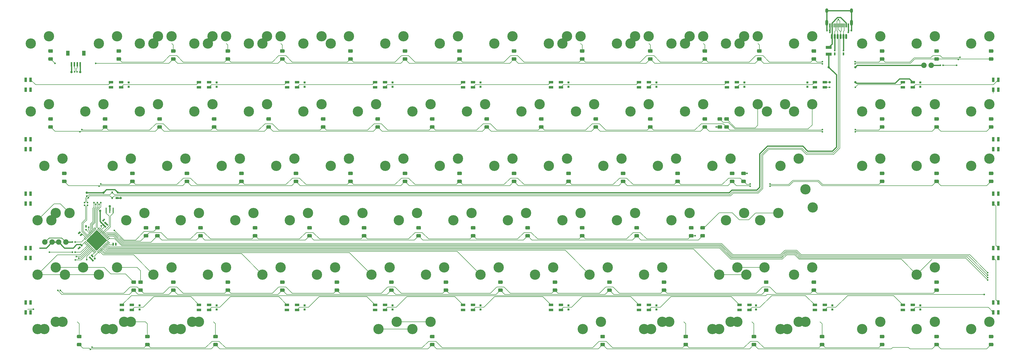
<source format=gbr>
%TF.GenerationSoftware,KiCad,Pcbnew,(5.1.12)-1*%
%TF.CreationDate,2022-11-23T00:37:25+07:00*%
%TF.ProjectId,Solder - Copy,536f6c64-6572-4202-9d20-436f70792e6b,rev?*%
%TF.SameCoordinates,Original*%
%TF.FileFunction,Copper,L2,Bot*%
%TF.FilePolarity,Positive*%
%FSLAX46Y46*%
G04 Gerber Fmt 4.6, Leading zero omitted, Abs format (unit mm)*
G04 Created by KiCad (PCBNEW (5.1.12)-1) date 2022-11-23 00:37:25*
%MOMM*%
%LPD*%
G01*
G04 APERTURE LIST*
%TA.AperFunction,SMDPad,CuDef*%
%ADD10R,0.750000X0.800000*%
%TD*%
%TA.AperFunction,SMDPad,CuDef*%
%ADD11R,1.600000X0.850000*%
%TD*%
%TA.AperFunction,ComponentPad*%
%ADD12C,0.400000*%
%TD*%
%TA.AperFunction,ComponentPad*%
%ADD13C,2.500000*%
%TD*%
%TA.AperFunction,SMDPad,CuDef*%
%ADD14C,3.600000*%
%TD*%
%TA.AperFunction,SMDPad,CuDef*%
%ADD15R,0.850000X1.600000*%
%TD*%
%TA.AperFunction,SMDPad,CuDef*%
%ADD16R,0.560000X0.620000*%
%TD*%
%TA.AperFunction,SMDPad,CuDef*%
%ADD17R,1.200000X1.800000*%
%TD*%
%TA.AperFunction,SMDPad,CuDef*%
%ADD18R,0.600000X1.550000*%
%TD*%
%TA.AperFunction,SMDPad,CuDef*%
%ADD19R,0.620000X0.560000*%
%TD*%
%TA.AperFunction,SMDPad,CuDef*%
%ADD20R,2.030000X1.140000*%
%TD*%
%TA.AperFunction,ComponentPad*%
%ADD21O,1.000000X2.100000*%
%TD*%
%TA.AperFunction,ComponentPad*%
%ADD22O,1.000000X1.600000*%
%TD*%
%TA.AperFunction,ComponentPad*%
%ADD23O,0.700000X1.800000*%
%TD*%
%TA.AperFunction,ComponentPad*%
%ADD24C,0.500000*%
%TD*%
%TA.AperFunction,ComponentPad*%
%ADD25C,1.905000*%
%TD*%
%TA.AperFunction,SMDPad,CuDef*%
%ADD26R,0.600000X1.450000*%
%TD*%
%TA.AperFunction,SMDPad,CuDef*%
%ADD27R,0.300000X1.450000*%
%TD*%
%TA.AperFunction,SMDPad,CuDef*%
%ADD28R,1.000000X0.700000*%
%TD*%
%TA.AperFunction,SMDPad,CuDef*%
%ADD29R,0.600000X0.700000*%
%TD*%
%TA.AperFunction,ConnectorPad*%
%ADD30C,3.600000*%
%TD*%
%TA.AperFunction,SMDPad,CuDef*%
%ADD31C,0.100000*%
%TD*%
%TA.AperFunction,SMDPad,CuDef*%
%ADD32R,0.400000X1.900000*%
%TD*%
%TA.AperFunction,ViaPad*%
%ADD33C,0.600000*%
%TD*%
%TA.AperFunction,ViaPad*%
%ADD34C,0.800000*%
%TD*%
%TA.AperFunction,Conductor*%
%ADD35C,0.200000*%
%TD*%
%TA.AperFunction,Conductor*%
%ADD36C,0.400000*%
%TD*%
%TA.AperFunction,Conductor*%
%ADD37C,0.250000*%
%TD*%
G04 APERTURE END LIST*
D10*
%TO.P,C9,2*%
%TO.N,N/C*%
X66329550Y-44393352D03*
%TO.P,C9,1*%
X66329550Y-45893352D03*
%TD*%
%TO.P,C28,1*%
%TO.N,N/C*%
X97069550Y-123879355D03*
%TO.P,C28,2*%
X97069550Y-122379355D03*
%TD*%
%TO.P,C27,1*%
%TO.N,N/C*%
X127809550Y-123879355D03*
%TO.P,C27,2*%
X127809550Y-122379355D03*
%TD*%
%TO.P,C26,1*%
%TO.N,N/C*%
X189289550Y-123879355D03*
%TO.P,C26,2*%
X189289550Y-122379355D03*
%TD*%
%TO.P,C25,1*%
%TO.N,N/C*%
X342989550Y-123879355D03*
%TO.P,C25,2*%
X342989550Y-122379355D03*
%TD*%
%TO.P,C24,1*%
%TO.N,N/C*%
X70119550Y-123879355D03*
%TO.P,C24,2*%
X70119550Y-122379355D03*
%TD*%
%TO.P,C23,1*%
%TO.N,N/C*%
X220029550Y-123879355D03*
%TO.P,C23,2*%
X220029550Y-122379355D03*
%TD*%
%TO.P,C22,2*%
%TO.N,N/C*%
X312253867Y-122379355D03*
%TO.P,C22,1*%
X312253867Y-123879355D03*
%TD*%
%TO.P,C21,1*%
%TO.N,N/C*%
X158549550Y-123879355D03*
%TO.P,C21,2*%
X158549550Y-122379355D03*
%TD*%
%TO.P,C20,1*%
%TO.N,N/C*%
X285540212Y-123879355D03*
%TO.P,C20,2*%
X285540212Y-122379355D03*
%TD*%
%TO.P,C19,1*%
%TO.N,N/C*%
X250769550Y-123879355D03*
%TO.P,C19,2*%
X250769550Y-122379355D03*
%TD*%
%TO.P,C18,2*%
%TO.N,N/C*%
X342989550Y-45893352D03*
%TO.P,C18,1*%
X342989550Y-44393352D03*
%TD*%
%TO.P,C17,2*%
%TO.N,N/C*%
X303479344Y-44393352D03*
%TO.P,C17,1*%
X303479344Y-45893352D03*
%TD*%
%TO.P,C16,2*%
%TO.N,N/C*%
X189289550Y-44393352D03*
%TO.P,C16,1*%
X189289550Y-45893352D03*
%TD*%
%TO.P,C15,2*%
%TO.N,N/C*%
X281509550Y-44393352D03*
%TO.P,C15,1*%
X281509550Y-45893352D03*
%TD*%
%TO.P,C14,2*%
%TO.N,N/C*%
X220029550Y-44393352D03*
%TO.P,C14,1*%
X220029550Y-45893352D03*
%TD*%
%TO.P,C13,2*%
%TO.N,N/C*%
X158549550Y-44393352D03*
%TO.P,C13,1*%
X158549550Y-45893352D03*
%TD*%
%TO.P,C12,2*%
%TO.N,N/C*%
X250769550Y-44393352D03*
%TO.P,C12,1*%
X250769550Y-45893352D03*
%TD*%
%TO.P,C11,2*%
%TO.N,N/C*%
X127809550Y-44393352D03*
%TO.P,C11,1*%
X127809550Y-45893352D03*
%TD*%
%TO.P,C10,2*%
%TO.N,N/C*%
X97069550Y-44393352D03*
%TO.P,C10,1*%
X97069550Y-45893352D03*
%TD*%
D11*
%TO.P,RGB5,3*%
%TO.N,GND*%
X90935719Y-46018352D03*
%TO.P,RGB5,1*%
%TO.N,+5V*%
X94435719Y-44268352D03*
%TO.P,RGB5,4*%
%TO.N,Net-(RGB2-Pad2)*%
X90935719Y-44268352D03*
%TO.P,RGB5,2*%
%TO.N,Net-(RGB5-Pad2)*%
X94435719Y-46018352D03*
%TD*%
%TO.P,RGB30,3*%
%TO.N,GND*%
X67484237Y-122254355D03*
%TO.P,RGB30,1*%
%TO.N,+5V*%
X63984237Y-124004355D03*
%TO.P,RGB30,4*%
%TO.N,Net-(RGB29-Pad2)*%
X67484237Y-124004355D03*
%TO.P,RGB30,2*%
%TO.N,N/C*%
X63984237Y-122254355D03*
%TD*%
%TO.P,RGB29,3*%
%TO.N,GND*%
X94433867Y-122254355D03*
%TO.P,RGB29,1*%
%TO.N,+5V*%
X90933867Y-124004355D03*
%TO.P,RGB29,4*%
%TO.N,Net-(RGB28-Pad2)*%
X94433867Y-124004355D03*
%TO.P,RGB29,2*%
%TO.N,Net-(RGB29-Pad2)*%
X90933867Y-122254355D03*
%TD*%
%TO.P,RGB28,3*%
%TO.N,GND*%
X125173867Y-122254355D03*
%TO.P,RGB28,1*%
%TO.N,+5V*%
X121673867Y-124004355D03*
%TO.P,RGB28,4*%
%TO.N,Net-(RGB27-Pad2)*%
X125173867Y-124004355D03*
%TO.P,RGB28,2*%
%TO.N,Net-(RGB28-Pad2)*%
X121673867Y-122254355D03*
%TD*%
%TO.P,RGB27,3*%
%TO.N,GND*%
X155913867Y-122254355D03*
%TO.P,RGB27,1*%
%TO.N,+5V*%
X152413867Y-124004355D03*
%TO.P,RGB27,4*%
%TO.N,Net-(RGB26-Pad2)*%
X155913867Y-124004355D03*
%TO.P,RGB27,2*%
%TO.N,Net-(RGB27-Pad2)*%
X152413867Y-122254355D03*
%TD*%
%TO.P,RGB26,3*%
%TO.N,GND*%
X186653867Y-122254355D03*
%TO.P,RGB26,1*%
%TO.N,+5V*%
X183153867Y-124004355D03*
%TO.P,RGB26,4*%
%TO.N,Net-(RGB25-Pad2)*%
X186653867Y-124004355D03*
%TO.P,RGB26,2*%
%TO.N,Net-(RGB26-Pad2)*%
X183153867Y-122254355D03*
%TD*%
%TO.P,RGB25,3*%
%TO.N,GND*%
X217393867Y-122254355D03*
%TO.P,RGB25,1*%
%TO.N,+5V*%
X213893867Y-124004355D03*
%TO.P,RGB25,4*%
%TO.N,Net-(RGB24-Pad2)*%
X217393867Y-124004355D03*
%TO.P,RGB25,2*%
%TO.N,Net-(RGB25-Pad2)*%
X213893867Y-122254355D03*
%TD*%
%TO.P,RGB24,3*%
%TO.N,GND*%
X248133867Y-122254355D03*
%TO.P,RGB24,1*%
%TO.N,+5V*%
X244633867Y-124004355D03*
%TO.P,RGB24,4*%
%TO.N,Net-(RGB23-Pad2)*%
X248133867Y-124004355D03*
%TO.P,RGB24,2*%
%TO.N,Net-(RGB24-Pad2)*%
X244633867Y-122254355D03*
%TD*%
%TO.P,RGB23,3*%
%TO.N,GND*%
X283285202Y-122254355D03*
%TO.P,RGB23,1*%
%TO.N,+5V*%
X279785202Y-124004355D03*
%TO.P,RGB23,4*%
%TO.N,Net-(RGB22-Pad2)*%
X283285202Y-124004355D03*
%TO.P,RGB23,2*%
%TO.N,Net-(RGB23-Pad2)*%
X279785202Y-122254355D03*
%TD*%
%TO.P,RGB22,2*%
%TO.N,Net-(RGB22-Pad2)*%
X306113867Y-122254355D03*
%TO.P,RGB22,4*%
%TO.N,Net-(RGB21-Pad2)*%
X309613867Y-124004355D03*
%TO.P,RGB22,1*%
%TO.N,+5V*%
X306113867Y-124004355D03*
%TO.P,RGB22,3*%
%TO.N,GND*%
X309613867Y-122254355D03*
%TD*%
%TO.P,RGB21,3*%
%TO.N,GND*%
X340353867Y-122254355D03*
%TO.P,RGB21,1*%
%TO.N,+5V*%
X336853867Y-124004355D03*
%TO.P,RGB21,4*%
%TO.N,Strip3*%
X340353867Y-124004355D03*
%TO.P,RGB21,2*%
%TO.N,Net-(RGB21-Pad2)*%
X336853867Y-122254355D03*
%TD*%
D12*
%TO.P,MX91,2*%
%TO.N,Net-(D81-Pad2)*%
X300446087Y-127119612D03*
%TO.P,MX91,1*%
%TO.N,C6*%
X294096087Y-131759612D03*
%TO.P,MX91,2*%
%TO.N,Net-(D81-Pad2)*%
X301496087Y-128169612D03*
%TO.P,MX91,1*%
%TO.N,C6*%
X294096087Y-129659612D03*
X293046087Y-130709612D03*
%TO.P,MX91,2*%
%TO.N,Net-(D81-Pad2)*%
X299396087Y-128169612D03*
%TO.P,MX91,1*%
%TO.N,C6*%
X295146087Y-130709612D03*
%TO.P,MX91,2*%
%TO.N,Net-(D81-Pad2)*%
X300446087Y-129219612D03*
D13*
%TO.P,MX91,1*%
%TO.N,C6*%
X294096087Y-130709612D03*
%TO.P,MX91,2*%
%TO.N,Net-(D81-Pad2)*%
X300446087Y-128169612D03*
D14*
%TO.P,MX91,1*%
%TO.N,C6*%
X294096087Y-130709612D03*
%TO.P,MX91,2*%
%TO.N,Net-(D81-Pad2)*%
X300446087Y-128169612D03*
%TD*%
D12*
%TO.P,MX14,1*%
%TO.N,C0*%
X65496087Y-93659612D03*
%TO.P,MX14,2*%
%TO.N,Net-(D13-Pad2)*%
X71846087Y-89019612D03*
D14*
%TO.P,MX14,1*%
%TO.N,C0*%
X65496087Y-92609612D03*
D13*
X65496087Y-92609612D03*
D12*
%TO.P,MX14,2*%
%TO.N,Net-(D13-Pad2)*%
X70796087Y-90069612D03*
X71846087Y-91119612D03*
D14*
X71846087Y-90069612D03*
D13*
X71846087Y-90069612D03*
D12*
%TO.P,MX14,1*%
%TO.N,C0*%
X64446087Y-92609612D03*
X66546087Y-92609612D03*
X65496087Y-91559612D03*
%TO.P,MX14,2*%
%TO.N,Net-(D13-Pad2)*%
X72896087Y-90069612D03*
%TD*%
D15*
%TO.P,RGB12,3*%
%TO.N,GND*%
X368468867Y-121379355D03*
%TO.P,RGB12,1*%
%TO.N,+5V*%
X370218867Y-124879355D03*
%TO.P,RGB12,4*%
%TO.N,Net-(RGB12-Pad4)*%
X370218867Y-121379355D03*
%TO.P,RGB12,2*%
%TO.N,Strip3*%
X368468867Y-124879355D03*
%TD*%
%TO.P,RGB9,3*%
%TO.N,GND*%
X368468867Y-102329339D03*
%TO.P,RGB9,1*%
%TO.N,+5V*%
X370218867Y-105829339D03*
%TO.P,RGB9,4*%
%TO.N,Net-(RGB6-Pad2)*%
X370218867Y-102329339D03*
%TO.P,RGB9,2*%
%TO.N,Net-(RGB12-Pad4)*%
X368468867Y-105829339D03*
%TD*%
%TO.P,RGB6,3*%
%TO.N,GND*%
X368468867Y-83279323D03*
%TO.P,RGB6,1*%
%TO.N,+5V*%
X370218867Y-86779323D03*
%TO.P,RGB6,4*%
%TO.N,Net-(RGB3-Pad2)*%
X370218867Y-83279323D03*
%TO.P,RGB6,2*%
%TO.N,Net-(RGB6-Pad2)*%
X368468867Y-86779323D03*
%TD*%
%TO.P,RGB3,3*%
%TO.N,GND*%
X368468867Y-64229307D03*
%TO.P,RGB3,1*%
%TO.N,+5V*%
X370218867Y-67729307D03*
%TO.P,RGB3,4*%
%TO.N,Net-(RGB20-Pad2)*%
X370218867Y-64229307D03*
%TO.P,RGB3,2*%
%TO.N,Net-(RGB3-Pad2)*%
X368468867Y-67729307D03*
%TD*%
%TO.P,RGB20,3*%
%TO.N,GND*%
X368469083Y-43393352D03*
%TO.P,RGB20,1*%
%TO.N,+5V*%
X370219083Y-46893352D03*
%TO.P,RGB20,4*%
%TO.N,Strip2*%
X370219083Y-43393352D03*
%TO.P,RGB20,2*%
%TO.N,Net-(RGB20-Pad2)*%
X368469083Y-46893352D03*
%TD*%
D11*
%TO.P,RGB19,3*%
%TO.N,GND*%
X336854265Y-46018352D03*
%TO.P,RGB19,1*%
%TO.N,+5V*%
X340354265Y-44268352D03*
%TO.P,RGB19,4*%
%TO.N,Net-(RGB18-Pad2)*%
X336854265Y-44268352D03*
%TO.P,RGB19,2*%
%TO.N,Strip2*%
X340354265Y-46018352D03*
%TD*%
%TO.P,RGB18,3*%
%TO.N,GND*%
X306114447Y-46018352D03*
%TO.P,RGB18,1*%
%TO.N,+5V*%
X309614447Y-44268352D03*
%TO.P,RGB18,4*%
%TO.N,Net-(RGB17-Pad2)*%
X306114447Y-44268352D03*
%TO.P,RGB18,2*%
%TO.N,Net-(RGB18-Pad2)*%
X309614447Y-46018352D03*
%TD*%
%TO.P,RGB17,3*%
%TO.N,GND*%
X275374629Y-46018352D03*
%TO.P,RGB17,1*%
%TO.N,+5V*%
X278874629Y-44268352D03*
%TO.P,RGB17,4*%
%TO.N,Net-(RGB16-Pad2)*%
X275374629Y-44268352D03*
%TO.P,RGB17,2*%
%TO.N,Net-(RGB17-Pad2)*%
X278874629Y-46018352D03*
%TD*%
%TO.P,RGB16,3*%
%TO.N,GND*%
X244634810Y-46018352D03*
%TO.P,RGB16,1*%
%TO.N,+5V*%
X248134810Y-44268352D03*
%TO.P,RGB16,4*%
%TO.N,Net-(RGB15-Pad2)*%
X244634810Y-44268352D03*
%TO.P,RGB16,2*%
%TO.N,Net-(RGB16-Pad2)*%
X248134810Y-46018352D03*
%TD*%
%TO.P,RGB15,3*%
%TO.N,GND*%
X213894992Y-46018352D03*
%TO.P,RGB15,1*%
%TO.N,+5V*%
X217394992Y-44268352D03*
%TO.P,RGB15,4*%
%TO.N,Net-(RGB14-Pad2)*%
X213894992Y-44268352D03*
%TO.P,RGB15,2*%
%TO.N,Net-(RGB15-Pad2)*%
X217394992Y-46018352D03*
%TD*%
%TO.P,RGB14,3*%
%TO.N,GND*%
X183155174Y-46018352D03*
%TO.P,RGB14,1*%
%TO.N,+5V*%
X186655174Y-44268352D03*
%TO.P,RGB14,4*%
%TO.N,Net-(RGB11-Pad2)*%
X183155174Y-44268352D03*
%TO.P,RGB14,2*%
%TO.N,Net-(RGB14-Pad2)*%
X186655174Y-46018352D03*
%TD*%
%TO.P,RGB11,3*%
%TO.N,GND*%
X152415356Y-46018352D03*
%TO.P,RGB11,1*%
%TO.N,+5V*%
X155915356Y-44268352D03*
%TO.P,RGB11,4*%
%TO.N,Net-(RGB11-Pad4)*%
X152415356Y-44268352D03*
%TO.P,RGB11,2*%
%TO.N,Net-(RGB11-Pad2)*%
X155915356Y-46018352D03*
%TD*%
%TO.P,RGB8,3*%
%TO.N,GND*%
X121675538Y-46018352D03*
%TO.P,RGB8,1*%
%TO.N,+5V*%
X125175538Y-44268352D03*
%TO.P,RGB8,4*%
%TO.N,Net-(RGB5-Pad2)*%
X121675538Y-44268352D03*
%TO.P,RGB8,2*%
%TO.N,Net-(RGB11-Pad4)*%
X125175538Y-46018352D03*
%TD*%
%TO.P,RGB2,3*%
%TO.N,GND*%
X60195901Y-46018352D03*
%TO.P,RGB2,1*%
%TO.N,+5V*%
X63695901Y-44268352D03*
%TO.P,RGB2,4*%
%TO.N,Strip1*%
X60195901Y-44268352D03*
%TO.P,RGB2,2*%
%TO.N,Net-(RGB2-Pad2)*%
X63695901Y-46018352D03*
%TD*%
D15*
%TO.P,RGB1,2*%
%TO.N,Net-(RGB1-Pad2)*%
X32081083Y-121379355D03*
%TO.P,RGB1,4*%
%TO.N,N/C*%
X30331083Y-124879355D03*
%TO.P,RGB1,1*%
%TO.N,+5V*%
X30331083Y-121379355D03*
%TO.P,RGB1,3*%
%TO.N,GND*%
X32081083Y-124879355D03*
%TD*%
D16*
%TO.P,R5,1*%
%TO.N,N/C*%
X46664587Y-103829612D03*
%TO.P,R5,2*%
%TO.N,Net-(R5-Pad2)*%
X47624587Y-103829612D03*
%TD*%
D15*
%TO.P,RGB13,3*%
%TO.N,GND*%
X32081083Y-46893352D03*
%TO.P,RGB13,1*%
%TO.N,+5V*%
X30331083Y-43393352D03*
%TO.P,RGB13,4*%
%TO.N,Net-(RGB10-Pad2)*%
X30331083Y-46893352D03*
%TO.P,RGB13,2*%
%TO.N,Strip1*%
X32081083Y-43393352D03*
%TD*%
%TO.P,RGB10,3*%
%TO.N,GND*%
X32081083Y-67729307D03*
%TO.P,RGB10,1*%
%TO.N,+5V*%
X30331083Y-64229307D03*
%TO.P,RGB10,4*%
%TO.N,Net-(RGB10-Pad4)*%
X30331083Y-67729307D03*
%TO.P,RGB10,2*%
%TO.N,Net-(RGB10-Pad2)*%
X32081083Y-64229307D03*
%TD*%
%TO.P,RGB7,3*%
%TO.N,GND*%
X32081083Y-86779323D03*
%TO.P,RGB7,1*%
%TO.N,+5V*%
X30331083Y-83279323D03*
%TO.P,RGB7,4*%
%TO.N,Net-(RGB4-Pad2)*%
X30331083Y-86779323D03*
%TO.P,RGB7,2*%
%TO.N,Net-(RGB10-Pad4)*%
X32081083Y-83279323D03*
%TD*%
%TO.P,RGB4,3*%
%TO.N,GND*%
X32081067Y-105829339D03*
%TO.P,RGB4,1*%
%TO.N,+5V*%
X30331067Y-102329339D03*
%TO.P,RGB4,4*%
%TO.N,Net-(RGB1-Pad2)*%
X30331067Y-105829339D03*
%TO.P,RGB4,2*%
%TO.N,Net-(RGB4-Pad2)*%
X32081067Y-102329339D03*
%TD*%
D12*
%TO.P,MX109,1*%
%TO.N,C8*%
X360771087Y-31747112D03*
%TO.P,MX109,2*%
%TO.N,Net-(D91-Pad2)*%
X367121087Y-27107112D03*
D14*
%TO.P,MX109,1*%
%TO.N,C8*%
X360771087Y-30697112D03*
D13*
X360771087Y-30697112D03*
D12*
%TO.P,MX109,2*%
%TO.N,Net-(D91-Pad2)*%
X366071087Y-28157112D03*
X367121087Y-29207112D03*
D14*
X367121087Y-28157112D03*
D13*
X367121087Y-28157112D03*
D12*
%TO.P,MX109,1*%
%TO.N,C8*%
X359721087Y-30697112D03*
X361821087Y-30697112D03*
X360771087Y-29647112D03*
%TO.P,MX109,2*%
%TO.N,Net-(D91-Pad2)*%
X368171087Y-28157112D03*
%TD*%
%TO.P,MX2,1*%
%TO.N,C0*%
X32158587Y-31747112D03*
%TO.P,MX2,2*%
%TO.N,Net-(D4-Pad2)*%
X38508587Y-27107112D03*
D14*
%TO.P,MX2,1*%
%TO.N,C0*%
X32158587Y-30697112D03*
D13*
X32158587Y-30697112D03*
D12*
%TO.P,MX2,2*%
%TO.N,Net-(D4-Pad2)*%
X37458587Y-28157112D03*
X38508587Y-29207112D03*
D14*
X38508587Y-28157112D03*
D13*
X38508587Y-28157112D03*
D12*
%TO.P,MX2,1*%
%TO.N,C0*%
X31108587Y-30697112D03*
X33208587Y-30697112D03*
X32158587Y-29647112D03*
%TO.P,MX2,2*%
%TO.N,Net-(D4-Pad2)*%
X39558587Y-28157112D03*
%TD*%
%TO.P,MX11,1*%
%TO.N,C0*%
X55971087Y-31747112D03*
%TO.P,MX11,2*%
%TO.N,Net-(D10-Pad2)*%
X62321087Y-27107112D03*
D14*
%TO.P,MX11,1*%
%TO.N,C0*%
X55971087Y-30697112D03*
D13*
X55971087Y-30697112D03*
D12*
%TO.P,MX11,2*%
%TO.N,Net-(D10-Pad2)*%
X61271087Y-28157112D03*
X62321087Y-29207112D03*
D14*
X62321087Y-28157112D03*
D13*
X62321087Y-28157112D03*
D12*
%TO.P,MX11,1*%
%TO.N,C0*%
X54921087Y-30697112D03*
X57021087Y-30697112D03*
X55971087Y-29647112D03*
%TO.P,MX11,2*%
%TO.N,Net-(D10-Pad2)*%
X63371087Y-28157112D03*
%TD*%
D17*
%TO.P,J2,*%
%TO.N,*%
X50674837Y-34137112D03*
X45074837Y-34137112D03*
D18*
%TO.P,J2,1*%
%TO.N,+5V*%
X46374837Y-38012112D03*
%TO.P,J2,2*%
%TO.N,C-*%
X47374837Y-38012112D03*
%TO.P,J2,4*%
%TO.N,GND*%
X49374837Y-38012112D03*
%TO.P,J2,3*%
%TO.N,C+*%
X48374837Y-38012112D03*
%TD*%
D12*
%TO.P,MX7,1*%
%TO.N,C0*%
X44064837Y-112709612D03*
%TO.P,MX7,2*%
%TO.N,Net-(D8-Pad2)*%
X50414837Y-108069612D03*
D14*
%TO.P,MX7,1*%
%TO.N,C0*%
X44064837Y-111659612D03*
D13*
X44064837Y-111659612D03*
D12*
%TO.P,MX7,2*%
%TO.N,Net-(D8-Pad2)*%
X49364837Y-109119612D03*
X50414837Y-110169612D03*
D14*
X50414837Y-109119612D03*
D13*
X50414837Y-109119612D03*
D12*
%TO.P,MX7,1*%
%TO.N,C0*%
X43014837Y-111659612D03*
X45114837Y-111659612D03*
X44064837Y-110609612D03*
%TO.P,MX7,2*%
%TO.N,Net-(D8-Pad2)*%
X51464837Y-109119612D03*
%TD*%
%TO.P,MX13,1*%
%TO.N,C0*%
X60733587Y-74609612D03*
%TO.P,MX13,2*%
%TO.N,Net-(D12-Pad2)*%
X67083587Y-69969612D03*
D14*
%TO.P,MX13,1*%
%TO.N,C0*%
X60733587Y-73559612D03*
D13*
X60733587Y-73559612D03*
D12*
%TO.P,MX13,2*%
%TO.N,Net-(D12-Pad2)*%
X66033587Y-71019612D03*
X67083587Y-72069612D03*
D14*
X67083587Y-71019612D03*
D13*
X67083587Y-71019612D03*
D12*
%TO.P,MX13,1*%
%TO.N,C0*%
X59683587Y-73559612D03*
X61783587Y-73559612D03*
X60733587Y-72509612D03*
%TO.P,MX13,2*%
%TO.N,Net-(D12-Pad2)*%
X68133587Y-71019612D03*
%TD*%
%TO.P,D86,2*%
%TO.N,Net-(D86-Pad2)*%
%TA.AperFunction,SMDPad,CuDef*%
G36*
G01*
X349190087Y-33937112D02*
X348070087Y-33937112D01*
G75*
G02*
X347830087Y-33697112I0J240000D01*
G01*
X347830087Y-32977112D01*
G75*
G02*
X348070087Y-32737112I240000J0D01*
G01*
X349190087Y-32737112D01*
G75*
G02*
X349430087Y-32977112I0J-240000D01*
G01*
X349430087Y-33697112D01*
G75*
G02*
X349190087Y-33937112I-240000J0D01*
G01*
G37*
%TD.AperFunction*%
%TO.P,D86,1*%
%TO.N,R0*%
%TA.AperFunction,SMDPad,CuDef*%
G36*
G01*
X349190087Y-36737112D02*
X348070087Y-36737112D01*
G75*
G02*
X347830087Y-36497112I0J240000D01*
G01*
X347830087Y-35777112D01*
G75*
G02*
X348070087Y-35537112I240000J0D01*
G01*
X349190087Y-35537112D01*
G75*
G02*
X349430087Y-35777112I0J-240000D01*
G01*
X349430087Y-36497112D01*
G75*
G02*
X349190087Y-36737112I-240000J0D01*
G01*
G37*
%TD.AperFunction*%
%TD*%
%TO.P,D82,2*%
%TO.N,Net-(D82-Pad2)*%
%TA.AperFunction,SMDPad,CuDef*%
G36*
G01*
X330140087Y-33937112D02*
X329020087Y-33937112D01*
G75*
G02*
X328780087Y-33697112I0J240000D01*
G01*
X328780087Y-32977112D01*
G75*
G02*
X329020087Y-32737112I240000J0D01*
G01*
X330140087Y-32737112D01*
G75*
G02*
X330380087Y-32977112I0J-240000D01*
G01*
X330380087Y-33697112D01*
G75*
G02*
X330140087Y-33937112I-240000J0D01*
G01*
G37*
%TD.AperFunction*%
%TO.P,D82,1*%
%TO.N,R1*%
%TA.AperFunction,SMDPad,CuDef*%
G36*
G01*
X330140087Y-36737112D02*
X329020087Y-36737112D01*
G75*
G02*
X328780087Y-36497112I0J240000D01*
G01*
X328780087Y-35777112D01*
G75*
G02*
X329020087Y-35537112I240000J0D01*
G01*
X330140087Y-35537112D01*
G75*
G02*
X330380087Y-35777112I0J-240000D01*
G01*
X330380087Y-36497112D01*
G75*
G02*
X330140087Y-36737112I-240000J0D01*
G01*
G37*
%TD.AperFunction*%
%TD*%
%TO.P,MX24,1*%
%TO.N,Net-(D16-Pad2)*%
X75021087Y-31747112D03*
%TO.P,MX24,2*%
%TO.N,C1*%
X81371087Y-27107112D03*
D14*
%TO.P,MX24,1*%
%TO.N,Net-(D16-Pad2)*%
X75021087Y-30697112D03*
D13*
X75021087Y-30697112D03*
D12*
%TO.P,MX24,2*%
%TO.N,C1*%
X80321087Y-28157112D03*
X81371087Y-29207112D03*
D14*
X81371087Y-28157112D03*
D13*
X81371087Y-28157112D03*
D12*
%TO.P,MX24,1*%
%TO.N,Net-(D16-Pad2)*%
X73971087Y-30697112D03*
X76071087Y-30697112D03*
X75021087Y-29647112D03*
%TO.P,MX24,2*%
%TO.N,C1*%
X82421087Y-28157112D03*
%TD*%
%TO.P,D91,2*%
%TO.N,Net-(D91-Pad2)*%
%TA.AperFunction,SMDPad,CuDef*%
G36*
G01*
X368240087Y-33937112D02*
X367120087Y-33937112D01*
G75*
G02*
X366880087Y-33697112I0J240000D01*
G01*
X366880087Y-32977112D01*
G75*
G02*
X367120087Y-32737112I240000J0D01*
G01*
X368240087Y-32737112D01*
G75*
G02*
X368480087Y-32977112I0J-240000D01*
G01*
X368480087Y-33697112D01*
G75*
G02*
X368240087Y-33937112I-240000J0D01*
G01*
G37*
%TD.AperFunction*%
%TO.P,D91,1*%
%TO.N,R0*%
%TA.AperFunction,SMDPad,CuDef*%
G36*
G01*
X368240087Y-36737112D02*
X367120087Y-36737112D01*
G75*
G02*
X366880087Y-36497112I0J240000D01*
G01*
X366880087Y-35777112D01*
G75*
G02*
X367120087Y-35537112I240000J0D01*
G01*
X368240087Y-35537112D01*
G75*
G02*
X368480087Y-35777112I0J-240000D01*
G01*
X368480087Y-36497112D01*
G75*
G02*
X368240087Y-36737112I-240000J0D01*
G01*
G37*
%TD.AperFunction*%
%TD*%
%TO.P,MX92,1*%
%TO.N,C6*%
X298858587Y-31747112D03*
%TO.P,MX92,2*%
%TO.N,Net-(D76-Pad2)*%
X305208587Y-27107112D03*
D14*
%TO.P,MX92,1*%
%TO.N,C6*%
X298858587Y-30697112D03*
D13*
X298858587Y-30697112D03*
D12*
%TO.P,MX92,2*%
%TO.N,Net-(D76-Pad2)*%
X304158587Y-28157112D03*
X305208587Y-29207112D03*
D14*
X305208587Y-28157112D03*
D13*
X305208587Y-28157112D03*
D12*
%TO.P,MX92,1*%
%TO.N,C6*%
X297808587Y-30697112D03*
X299908587Y-30697112D03*
X298858587Y-29647112D03*
%TO.P,MX92,2*%
%TO.N,Net-(D76-Pad2)*%
X306258587Y-28157112D03*
%TD*%
D19*
%TO.P,R10,1*%
%TO.N,CC2*%
X316074837Y-33157112D03*
%TO.P,R10,2*%
%TO.N,GND*%
X316074837Y-34117112D03*
%TD*%
D12*
%TO.P,MX100,1*%
%TO.N,C7*%
X322671087Y-31747112D03*
%TO.P,MX100,2*%
%TO.N,Net-(D82-Pad2)*%
X329021087Y-27107112D03*
D14*
%TO.P,MX100,1*%
%TO.N,C7*%
X322671087Y-30697112D03*
D13*
X322671087Y-30697112D03*
D12*
%TO.P,MX100,2*%
%TO.N,Net-(D82-Pad2)*%
X327971087Y-28157112D03*
X329021087Y-29207112D03*
D14*
X329021087Y-28157112D03*
D13*
X329021087Y-28157112D03*
D12*
%TO.P,MX100,1*%
%TO.N,C7*%
X321621087Y-30697112D03*
X323721087Y-30697112D03*
X322671087Y-29647112D03*
%TO.P,MX100,2*%
%TO.N,Net-(D82-Pad2)*%
X330071087Y-28157112D03*
%TD*%
D20*
%TO.P,F1,2*%
%TO.N,+5V*%
X310949837Y-34449612D03*
%TO.P,F1,1*%
%TO.N,Fuse*%
X310949837Y-32049612D03*
%TD*%
%TO.P,D64,2*%
%TO.N,Net-(D64-Pad2)*%
%TA.AperFunction,SMDPad,CuDef*%
G36*
G01*
X268227587Y-33937112D02*
X267107587Y-33937112D01*
G75*
G02*
X266867587Y-33697112I0J240000D01*
G01*
X266867587Y-32977112D01*
G75*
G02*
X267107587Y-32737112I240000J0D01*
G01*
X268227587Y-32737112D01*
G75*
G02*
X268467587Y-32977112I0J-240000D01*
G01*
X268467587Y-33697112D01*
G75*
G02*
X268227587Y-33937112I-240000J0D01*
G01*
G37*
%TD.AperFunction*%
%TO.P,D64,1*%
%TO.N,R1*%
%TA.AperFunction,SMDPad,CuDef*%
G36*
G01*
X268227587Y-36737112D02*
X267107587Y-36737112D01*
G75*
G02*
X266867587Y-36497112I0J240000D01*
G01*
X266867587Y-35777112D01*
G75*
G02*
X267107587Y-35537112I240000J0D01*
G01*
X268227587Y-35537112D01*
G75*
G02*
X268467587Y-35777112I0J-240000D01*
G01*
X268467587Y-36497112D01*
G75*
G02*
X268227587Y-36737112I-240000J0D01*
G01*
G37*
%TD.AperFunction*%
%TD*%
D21*
%TO.P,USB1,13*%
%TO.N,Shiled*%
X318894837Y-23417112D03*
X310254837Y-23417112D03*
D22*
X318894837Y-19237112D03*
X310254837Y-19237112D03*
%TD*%
D23*
%TO.P,J1,4*%
%TO.N,C+*%
X315074837Y-28237112D03*
D24*
X315074837Y-27637112D03*
X315074837Y-28837112D03*
D23*
%TO.P,J1,6*%
%TO.N,GND*%
X317074837Y-28237112D03*
D24*
X317074837Y-27637112D03*
X317074837Y-28837112D03*
%TO.P,J1,5*%
%TO.N,CC2*%
X316074837Y-28837112D03*
D23*
X316074837Y-28237112D03*
D24*
X316074837Y-27637112D03*
D23*
%TO.P,J1,3*%
%TO.N,C-*%
X314074837Y-28237112D03*
D24*
X314074837Y-28837112D03*
X314074837Y-27637112D03*
D23*
%TO.P,J1,2*%
%TO.N,CC1*%
X313074837Y-28237112D03*
D24*
X313074837Y-27637112D03*
X313074837Y-28837112D03*
%TO.P,J1,1*%
%TO.N,Fuse*%
X312074837Y-27637112D03*
X312074837Y-28837112D03*
D23*
X312074837Y-28237112D03*
%TD*%
D19*
%TO.P,R9,1*%
%TO.N,GND*%
X313074837Y-34117112D03*
%TO.P,R9,2*%
%TO.N,CC1*%
X313074837Y-33157112D03*
%TD*%
D16*
%TO.P,R6,1*%
%TO.N,GND*%
X311284837Y-26137112D03*
%TO.P,R6,2*%
%TO.N,Shiled*%
X310324837Y-26137112D03*
%TD*%
%TO.P,C8,2*%
%TO.N,GND*%
X317864837Y-26137112D03*
%TO.P,C8,1*%
%TO.N,Shiled*%
X318824837Y-26137112D03*
%TD*%
D25*
%TO.P,D3,2*%
%TO.N,+5V*%
X344261087Y-38317112D03*
%TO.P,D3,1*%
%TO.N,Net-(D3-Pad1)*%
X346801087Y-38317112D03*
%TD*%
D16*
%TO.P,R3,1*%
%TO.N,Scroll*%
X350900587Y-38317112D03*
%TO.P,R3,2*%
%TO.N,Net-(D3-Pad1)*%
X349940587Y-38317112D03*
%TD*%
D12*
%TO.P,MX31,1*%
%TO.N,C2*%
X108358587Y-31747112D03*
%TO.P,MX31,2*%
%TO.N,Net-(D27-Pad2)*%
X114708587Y-27107112D03*
D14*
%TO.P,MX31,1*%
%TO.N,C2*%
X108358587Y-30697112D03*
D13*
X108358587Y-30697112D03*
D12*
%TO.P,MX31,2*%
%TO.N,Net-(D27-Pad2)*%
X113658587Y-28157112D03*
X114708587Y-29207112D03*
D14*
X114708587Y-28157112D03*
D13*
X114708587Y-28157112D03*
D12*
%TO.P,MX31,1*%
%TO.N,C2*%
X107308587Y-30697112D03*
X109408587Y-30697112D03*
X108358587Y-29647112D03*
%TO.P,MX31,2*%
%TO.N,Net-(D27-Pad2)*%
X115758587Y-28157112D03*
%TD*%
%TO.P,D22,2*%
%TO.N,Net-(D22-Pad2)*%
%TA.AperFunction,SMDPad,CuDef*%
G36*
G01*
X101540087Y-33937112D02*
X100420087Y-33937112D01*
G75*
G02*
X100180087Y-33697112I0J240000D01*
G01*
X100180087Y-32977112D01*
G75*
G02*
X100420087Y-32737112I240000J0D01*
G01*
X101540087Y-32737112D01*
G75*
G02*
X101780087Y-32977112I0J-240000D01*
G01*
X101780087Y-33697112D01*
G75*
G02*
X101540087Y-33937112I-240000J0D01*
G01*
G37*
%TD.AperFunction*%
%TO.P,D22,1*%
%TO.N,R1*%
%TA.AperFunction,SMDPad,CuDef*%
G36*
G01*
X101540087Y-36737112D02*
X100420087Y-36737112D01*
G75*
G02*
X100180087Y-36497112I0J240000D01*
G01*
X100180087Y-35777112D01*
G75*
G02*
X100420087Y-35537112I240000J0D01*
G01*
X101540087Y-35537112D01*
G75*
G02*
X101780087Y-35777112I0J-240000D01*
G01*
X101780087Y-36497112D01*
G75*
G02*
X101540087Y-36737112I-240000J0D01*
G01*
G37*
%TD.AperFunction*%
%TD*%
%TO.P,MX18,1*%
%TO.N,C1*%
X70258587Y-31747112D03*
%TO.P,MX18,2*%
%TO.N,Net-(D16-Pad2)*%
X76608587Y-27107112D03*
D14*
%TO.P,MX18,1*%
%TO.N,C1*%
X70258587Y-30697112D03*
D13*
X70258587Y-30697112D03*
D12*
%TO.P,MX18,2*%
%TO.N,Net-(D16-Pad2)*%
X75558587Y-28157112D03*
X76608587Y-29207112D03*
D14*
X76608587Y-28157112D03*
D13*
X76608587Y-28157112D03*
D12*
%TO.P,MX18,1*%
%TO.N,C1*%
X69208587Y-30697112D03*
X71308587Y-30697112D03*
X70258587Y-29647112D03*
%TO.P,MX18,2*%
%TO.N,Net-(D16-Pad2)*%
X77658587Y-28157112D03*
%TD*%
%TO.P,MX36,1*%
%TO.N,Net-(D27-Pad2)*%
X113121087Y-31747112D03*
%TO.P,MX36,2*%
%TO.N,C2*%
X119471087Y-27107112D03*
D14*
%TO.P,MX36,1*%
%TO.N,Net-(D27-Pad2)*%
X113121087Y-30697112D03*
D13*
X113121087Y-30697112D03*
D12*
%TO.P,MX36,2*%
%TO.N,C2*%
X118421087Y-28157112D03*
X119471087Y-29207112D03*
D14*
X119471087Y-28157112D03*
D13*
X119471087Y-28157112D03*
D12*
%TO.P,MX36,1*%
%TO.N,Net-(D27-Pad2)*%
X112071087Y-30697112D03*
X114171087Y-30697112D03*
X113121087Y-29647112D03*
%TO.P,MX36,2*%
%TO.N,C2*%
X120521087Y-28157112D03*
%TD*%
%TO.P,MX72,1*%
%TO.N,Net-(D58-Pad2)*%
X241708587Y-31747112D03*
%TO.P,MX72,2*%
%TO.N,C5*%
X248058587Y-27107112D03*
D14*
%TO.P,MX72,1*%
%TO.N,Net-(D58-Pad2)*%
X241708587Y-30697112D03*
D13*
X241708587Y-30697112D03*
D12*
%TO.P,MX72,2*%
%TO.N,C5*%
X247008587Y-28157112D03*
X248058587Y-29207112D03*
D14*
X248058587Y-28157112D03*
D13*
X248058587Y-28157112D03*
D12*
%TO.P,MX72,1*%
%TO.N,Net-(D58-Pad2)*%
X240658587Y-30697112D03*
X242758587Y-30697112D03*
X241708587Y-29647112D03*
%TO.P,MX72,2*%
%TO.N,C5*%
X249108587Y-28157112D03*
%TD*%
%TO.P,MX37,1*%
%TO.N,C2*%
X127408587Y-31747112D03*
%TO.P,MX37,2*%
%TO.N,Net-(D32-Pad2)*%
X133758587Y-27107112D03*
D14*
%TO.P,MX37,1*%
%TO.N,C2*%
X127408587Y-30697112D03*
D13*
X127408587Y-30697112D03*
D12*
%TO.P,MX37,2*%
%TO.N,Net-(D32-Pad2)*%
X132708587Y-28157112D03*
X133758587Y-29207112D03*
D14*
X133758587Y-28157112D03*
D13*
X133758587Y-28157112D03*
D12*
%TO.P,MX37,1*%
%TO.N,C2*%
X126358587Y-30697112D03*
X128458587Y-30697112D03*
X127408587Y-29647112D03*
%TO.P,MX37,2*%
%TO.N,Net-(D32-Pad2)*%
X134808587Y-28157112D03*
%TD*%
%TO.P,MX89,1*%
%TO.N,Net-(D70-Pad2)*%
X279808587Y-31747112D03*
%TO.P,MX89,2*%
%TO.N,C6*%
X286158587Y-27107112D03*
D14*
%TO.P,MX89,1*%
%TO.N,Net-(D70-Pad2)*%
X279808587Y-30697112D03*
D13*
X279808587Y-30697112D03*
D12*
%TO.P,MX89,2*%
%TO.N,C6*%
X285108587Y-28157112D03*
X286158587Y-29207112D03*
D14*
X286158587Y-28157112D03*
D13*
X286158587Y-28157112D03*
D12*
%TO.P,MX89,1*%
%TO.N,Net-(D70-Pad2)*%
X278758587Y-30697112D03*
X280858587Y-30697112D03*
X279808587Y-29647112D03*
%TO.P,MX89,2*%
%TO.N,C6*%
X287208587Y-28157112D03*
%TD*%
%TO.P,D32,2*%
%TO.N,Net-(D32-Pad2)*%
%TA.AperFunction,SMDPad,CuDef*%
G36*
G01*
X144402587Y-33937112D02*
X143282587Y-33937112D01*
G75*
G02*
X143042587Y-33697112I0J240000D01*
G01*
X143042587Y-32977112D01*
G75*
G02*
X143282587Y-32737112I240000J0D01*
G01*
X144402587Y-32737112D01*
G75*
G02*
X144642587Y-32977112I0J-240000D01*
G01*
X144642587Y-33697112D01*
G75*
G02*
X144402587Y-33937112I-240000J0D01*
G01*
G37*
%TD.AperFunction*%
%TO.P,D32,1*%
%TO.N,R1*%
%TA.AperFunction,SMDPad,CuDef*%
G36*
G01*
X144402587Y-36737112D02*
X143282587Y-36737112D01*
G75*
G02*
X143042587Y-36497112I0J240000D01*
G01*
X143042587Y-35777112D01*
G75*
G02*
X143282587Y-35537112I240000J0D01*
G01*
X144402587Y-35537112D01*
G75*
G02*
X144642587Y-35777112I0J-240000D01*
G01*
X144642587Y-36497112D01*
G75*
G02*
X144402587Y-36737112I-240000J0D01*
G01*
G37*
%TD.AperFunction*%
%TD*%
%TO.P,MX25,1*%
%TO.N,C1*%
X89308587Y-31747112D03*
%TO.P,MX25,2*%
%TO.N,Net-(D22-Pad2)*%
X95658587Y-27107112D03*
D14*
%TO.P,MX25,1*%
%TO.N,C1*%
X89308587Y-30697112D03*
D13*
X89308587Y-30697112D03*
D12*
%TO.P,MX25,2*%
%TO.N,Net-(D22-Pad2)*%
X94608587Y-28157112D03*
X95658587Y-29207112D03*
D14*
X95658587Y-28157112D03*
D13*
X95658587Y-28157112D03*
D12*
%TO.P,MX25,1*%
%TO.N,C1*%
X88258587Y-30697112D03*
X90358587Y-30697112D03*
X89308587Y-29647112D03*
%TO.P,MX25,2*%
%TO.N,Net-(D22-Pad2)*%
X96708587Y-28157112D03*
%TD*%
%TO.P,D76,2*%
%TO.N,Net-(D76-Pad2)*%
%TA.AperFunction,SMDPad,CuDef*%
G36*
G01*
X306327587Y-33937112D02*
X305207587Y-33937112D01*
G75*
G02*
X304967587Y-33697112I0J240000D01*
G01*
X304967587Y-32977112D01*
G75*
G02*
X305207587Y-32737112I240000J0D01*
G01*
X306327587Y-32737112D01*
G75*
G02*
X306567587Y-32977112I0J-240000D01*
G01*
X306567587Y-33697112D01*
G75*
G02*
X306327587Y-33937112I-240000J0D01*
G01*
G37*
%TD.AperFunction*%
%TO.P,D76,1*%
%TO.N,R1*%
%TA.AperFunction,SMDPad,CuDef*%
G36*
G01*
X306327587Y-36737112D02*
X305207587Y-36737112D01*
G75*
G02*
X304967587Y-36497112I0J240000D01*
G01*
X304967587Y-35777112D01*
G75*
G02*
X305207587Y-35537112I240000J0D01*
G01*
X306327587Y-35537112D01*
G75*
G02*
X306567587Y-35777112I0J-240000D01*
G01*
X306567587Y-36497112D01*
G75*
G02*
X306327587Y-36737112I-240000J0D01*
G01*
G37*
%TD.AperFunction*%
%TD*%
%TO.P,MX80,1*%
%TO.N,Net-(D64-Pad2)*%
X260758587Y-31747112D03*
%TO.P,MX80,2*%
%TO.N,C5*%
X267108587Y-27107112D03*
D14*
%TO.P,MX80,1*%
%TO.N,Net-(D64-Pad2)*%
X260758587Y-30697112D03*
D13*
X260758587Y-30697112D03*
D12*
%TO.P,MX80,2*%
%TO.N,C5*%
X266058587Y-28157112D03*
X267108587Y-29207112D03*
D14*
X267108587Y-28157112D03*
D13*
X267108587Y-28157112D03*
D12*
%TO.P,MX80,1*%
%TO.N,Net-(D64-Pad2)*%
X259708587Y-30697112D03*
X261808587Y-30697112D03*
X260758587Y-29647112D03*
%TO.P,MX80,2*%
%TO.N,C5*%
X268158587Y-28157112D03*
%TD*%
%TO.P,MX60,1*%
%TO.N,C4*%
X213133587Y-31747112D03*
%TO.P,MX60,2*%
%TO.N,Net-(D53-Pad2)*%
X219483587Y-27107112D03*
D14*
%TO.P,MX60,1*%
%TO.N,C4*%
X213133587Y-30697112D03*
D13*
X213133587Y-30697112D03*
D12*
%TO.P,MX60,2*%
%TO.N,Net-(D53-Pad2)*%
X218433587Y-28157112D03*
X219483587Y-29207112D03*
D14*
X219483587Y-28157112D03*
D13*
X219483587Y-28157112D03*
D12*
%TO.P,MX60,1*%
%TO.N,C4*%
X212083587Y-30697112D03*
X214183587Y-30697112D03*
X213133587Y-29647112D03*
%TO.P,MX60,2*%
%TO.N,Net-(D53-Pad2)*%
X220533587Y-28157112D03*
%TD*%
%TO.P,D37,2*%
%TO.N,Net-(D37-Pad2)*%
%TA.AperFunction,SMDPad,CuDef*%
G36*
G01*
X163452587Y-33937112D02*
X162332587Y-33937112D01*
G75*
G02*
X162092587Y-33697112I0J240000D01*
G01*
X162092587Y-32977112D01*
G75*
G02*
X162332587Y-32737112I240000J0D01*
G01*
X163452587Y-32737112D01*
G75*
G02*
X163692587Y-32977112I0J-240000D01*
G01*
X163692587Y-33697112D01*
G75*
G02*
X163452587Y-33937112I-240000J0D01*
G01*
G37*
%TD.AperFunction*%
%TO.P,D37,1*%
%TO.N,R0*%
%TA.AperFunction,SMDPad,CuDef*%
G36*
G01*
X163452587Y-36737112D02*
X162332587Y-36737112D01*
G75*
G02*
X162092587Y-36497112I0J240000D01*
G01*
X162092587Y-35777112D01*
G75*
G02*
X162332587Y-35537112I240000J0D01*
G01*
X163452587Y-35537112D01*
G75*
G02*
X163692587Y-35777112I0J-240000D01*
G01*
X163692587Y-36497112D01*
G75*
G02*
X163452587Y-36737112I-240000J0D01*
G01*
G37*
%TD.AperFunction*%
%TD*%
%TO.P,D70,2*%
%TO.N,Net-(D70-Pad2)*%
%TA.AperFunction,SMDPad,CuDef*%
G36*
G01*
X287277587Y-33937112D02*
X286157587Y-33937112D01*
G75*
G02*
X285917587Y-33697112I0J240000D01*
G01*
X285917587Y-32977112D01*
G75*
G02*
X286157587Y-32737112I240000J0D01*
G01*
X287277587Y-32737112D01*
G75*
G02*
X287517587Y-32977112I0J-240000D01*
G01*
X287517587Y-33697112D01*
G75*
G02*
X287277587Y-33937112I-240000J0D01*
G01*
G37*
%TD.AperFunction*%
%TO.P,D70,1*%
%TO.N,R0*%
%TA.AperFunction,SMDPad,CuDef*%
G36*
G01*
X287277587Y-36737112D02*
X286157587Y-36737112D01*
G75*
G02*
X285917587Y-36497112I0J240000D01*
G01*
X285917587Y-35777112D01*
G75*
G02*
X286157587Y-35537112I240000J0D01*
G01*
X287277587Y-35537112D01*
G75*
G02*
X287517587Y-35777112I0J-240000D01*
G01*
X287517587Y-36497112D01*
G75*
G02*
X287277587Y-36737112I-240000J0D01*
G01*
G37*
%TD.AperFunction*%
%TD*%
%TO.P,D27,2*%
%TO.N,Net-(D27-Pad2)*%
%TA.AperFunction,SMDPad,CuDef*%
G36*
G01*
X120590087Y-33937112D02*
X119470087Y-33937112D01*
G75*
G02*
X119230087Y-33697112I0J240000D01*
G01*
X119230087Y-32977112D01*
G75*
G02*
X119470087Y-32737112I240000J0D01*
G01*
X120590087Y-32737112D01*
G75*
G02*
X120830087Y-32977112I0J-240000D01*
G01*
X120830087Y-33697112D01*
G75*
G02*
X120590087Y-33937112I-240000J0D01*
G01*
G37*
%TD.AperFunction*%
%TO.P,D27,1*%
%TO.N,R0*%
%TA.AperFunction,SMDPad,CuDef*%
G36*
G01*
X120590087Y-36737112D02*
X119470087Y-36737112D01*
G75*
G02*
X119230087Y-36497112I0J240000D01*
G01*
X119230087Y-35777112D01*
G75*
G02*
X119470087Y-35537112I240000J0D01*
G01*
X120590087Y-35537112D01*
G75*
G02*
X120830087Y-35777112I0J-240000D01*
G01*
X120830087Y-36497112D01*
G75*
G02*
X120590087Y-36737112I-240000J0D01*
G01*
G37*
%TD.AperFunction*%
%TD*%
%TO.P,D53,2*%
%TO.N,Net-(D53-Pad2)*%
%TA.AperFunction,SMDPad,CuDef*%
G36*
G01*
X225365087Y-33937112D02*
X224245087Y-33937112D01*
G75*
G02*
X224005087Y-33697112I0J240000D01*
G01*
X224005087Y-32977112D01*
G75*
G02*
X224245087Y-32737112I240000J0D01*
G01*
X225365087Y-32737112D01*
G75*
G02*
X225605087Y-32977112I0J-240000D01*
G01*
X225605087Y-33697112D01*
G75*
G02*
X225365087Y-33937112I-240000J0D01*
G01*
G37*
%TD.AperFunction*%
%TO.P,D53,1*%
%TO.N,R1*%
%TA.AperFunction,SMDPad,CuDef*%
G36*
G01*
X225365087Y-36737112D02*
X224245087Y-36737112D01*
G75*
G02*
X224005087Y-36497112I0J240000D01*
G01*
X224005087Y-35777112D01*
G75*
G02*
X224245087Y-35537112I240000J0D01*
G01*
X225365087Y-35537112D01*
G75*
G02*
X225605087Y-35777112I0J-240000D01*
G01*
X225605087Y-36497112D01*
G75*
G02*
X225365087Y-36737112I-240000J0D01*
G01*
G37*
%TD.AperFunction*%
%TD*%
%TO.P,D58,2*%
%TO.N,Net-(D58-Pad2)*%
%TA.AperFunction,SMDPad,CuDef*%
G36*
G01*
X249177587Y-33937112D02*
X248057587Y-33937112D01*
G75*
G02*
X247817587Y-33697112I0J240000D01*
G01*
X247817587Y-32977112D01*
G75*
G02*
X248057587Y-32737112I240000J0D01*
G01*
X249177587Y-32737112D01*
G75*
G02*
X249417587Y-32977112I0J-240000D01*
G01*
X249417587Y-33697112D01*
G75*
G02*
X249177587Y-33937112I-240000J0D01*
G01*
G37*
%TD.AperFunction*%
%TO.P,D58,1*%
%TO.N,R0*%
%TA.AperFunction,SMDPad,CuDef*%
G36*
G01*
X249177587Y-36737112D02*
X248057587Y-36737112D01*
G75*
G02*
X247817587Y-36497112I0J240000D01*
G01*
X247817587Y-35777112D01*
G75*
G02*
X248057587Y-35537112I240000J0D01*
G01*
X249177587Y-35537112D01*
G75*
G02*
X249417587Y-35777112I0J-240000D01*
G01*
X249417587Y-36497112D01*
G75*
G02*
X249177587Y-36737112I-240000J0D01*
G01*
G37*
%TD.AperFunction*%
%TD*%
%TO.P,D43,2*%
%TO.N,Net-(D43-Pad2)*%
%TA.AperFunction,SMDPad,CuDef*%
G36*
G01*
X182502587Y-33937112D02*
X181382587Y-33937112D01*
G75*
G02*
X181142587Y-33697112I0J240000D01*
G01*
X181142587Y-32977112D01*
G75*
G02*
X181382587Y-32737112I240000J0D01*
G01*
X182502587Y-32737112D01*
G75*
G02*
X182742587Y-32977112I0J-240000D01*
G01*
X182742587Y-33697112D01*
G75*
G02*
X182502587Y-33937112I-240000J0D01*
G01*
G37*
%TD.AperFunction*%
%TO.P,D43,1*%
%TO.N,R1*%
%TA.AperFunction,SMDPad,CuDef*%
G36*
G01*
X182502587Y-36737112D02*
X181382587Y-36737112D01*
G75*
G02*
X181142587Y-36497112I0J240000D01*
G01*
X181142587Y-35777112D01*
G75*
G02*
X181382587Y-35537112I240000J0D01*
G01*
X182502587Y-35537112D01*
G75*
G02*
X182742587Y-35777112I0J-240000D01*
G01*
X182742587Y-36497112D01*
G75*
G02*
X182502587Y-36737112I-240000J0D01*
G01*
G37*
%TD.AperFunction*%
%TD*%
%TO.P,D16,2*%
%TO.N,Net-(D16-Pad2)*%
%TA.AperFunction,SMDPad,CuDef*%
G36*
G01*
X82490087Y-33937112D02*
X81370087Y-33937112D01*
G75*
G02*
X81130087Y-33697112I0J240000D01*
G01*
X81130087Y-32977112D01*
G75*
G02*
X81370087Y-32737112I240000J0D01*
G01*
X82490087Y-32737112D01*
G75*
G02*
X82730087Y-32977112I0J-240000D01*
G01*
X82730087Y-33697112D01*
G75*
G02*
X82490087Y-33937112I-240000J0D01*
G01*
G37*
%TD.AperFunction*%
%TO.P,D16,1*%
%TO.N,R0*%
%TA.AperFunction,SMDPad,CuDef*%
G36*
G01*
X82490087Y-36737112D02*
X81370087Y-36737112D01*
G75*
G02*
X81130087Y-36497112I0J240000D01*
G01*
X81130087Y-35777112D01*
G75*
G02*
X81370087Y-35537112I240000J0D01*
G01*
X82490087Y-35537112D01*
G75*
G02*
X82730087Y-35777112I0J-240000D01*
G01*
X82730087Y-36497112D01*
G75*
G02*
X82490087Y-36737112I-240000J0D01*
G01*
G37*
%TD.AperFunction*%
%TD*%
%TO.P,D48,2*%
%TO.N,Net-(D48-Pad2)*%
%TA.AperFunction,SMDPad,CuDef*%
G36*
G01*
X201552587Y-33937112D02*
X200432587Y-33937112D01*
G75*
G02*
X200192587Y-33697112I0J240000D01*
G01*
X200192587Y-32977112D01*
G75*
G02*
X200432587Y-32737112I240000J0D01*
G01*
X201552587Y-32737112D01*
G75*
G02*
X201792587Y-32977112I0J-240000D01*
G01*
X201792587Y-33697112D01*
G75*
G02*
X201552587Y-33937112I-240000J0D01*
G01*
G37*
%TD.AperFunction*%
%TO.P,D48,1*%
%TO.N,R0*%
%TA.AperFunction,SMDPad,CuDef*%
G36*
G01*
X201552587Y-36737112D02*
X200432587Y-36737112D01*
G75*
G02*
X200192587Y-36497112I0J240000D01*
G01*
X200192587Y-35777112D01*
G75*
G02*
X200432587Y-35537112I240000J0D01*
G01*
X201552587Y-35537112D01*
G75*
G02*
X201792587Y-35777112I0J-240000D01*
G01*
X201792587Y-36497112D01*
G75*
G02*
X201552587Y-36737112I-240000J0D01*
G01*
G37*
%TD.AperFunction*%
%TD*%
%TO.P,D4,2*%
%TO.N,Net-(D4-Pad2)*%
%TA.AperFunction,SMDPad,CuDef*%
G36*
G01*
X39627587Y-33937112D02*
X38507587Y-33937112D01*
G75*
G02*
X38267587Y-33697112I0J240000D01*
G01*
X38267587Y-32977112D01*
G75*
G02*
X38507587Y-32737112I240000J0D01*
G01*
X39627587Y-32737112D01*
G75*
G02*
X39867587Y-32977112I0J-240000D01*
G01*
X39867587Y-33697112D01*
G75*
G02*
X39627587Y-33937112I-240000J0D01*
G01*
G37*
%TD.AperFunction*%
%TO.P,D4,1*%
%TO.N,R0*%
%TA.AperFunction,SMDPad,CuDef*%
G36*
G01*
X39627587Y-36737112D02*
X38507587Y-36737112D01*
G75*
G02*
X38267587Y-36497112I0J240000D01*
G01*
X38267587Y-35777112D01*
G75*
G02*
X38507587Y-35537112I240000J0D01*
G01*
X39627587Y-35537112D01*
G75*
G02*
X39867587Y-35777112I0J-240000D01*
G01*
X39867587Y-36497112D01*
G75*
G02*
X39627587Y-36737112I-240000J0D01*
G01*
G37*
%TD.AperFunction*%
%TD*%
%TO.P,MX65,1*%
%TO.N,Net-(D53-Pad2)*%
X217896087Y-31747112D03*
%TO.P,MX65,2*%
%TO.N,C4*%
X224246087Y-27107112D03*
D14*
%TO.P,MX65,1*%
%TO.N,Net-(D53-Pad2)*%
X217896087Y-30697112D03*
D13*
X217896087Y-30697112D03*
D12*
%TO.P,MX65,2*%
%TO.N,C4*%
X223196087Y-28157112D03*
X224246087Y-29207112D03*
D14*
X224246087Y-28157112D03*
D13*
X224246087Y-28157112D03*
D12*
%TO.P,MX65,1*%
%TO.N,Net-(D53-Pad2)*%
X216846087Y-30697112D03*
X218946087Y-30697112D03*
X217896087Y-29647112D03*
%TO.P,MX65,2*%
%TO.N,C4*%
X225296087Y-28157112D03*
%TD*%
%TO.P,MX55,1*%
%TO.N,C4*%
X194083587Y-31747112D03*
%TO.P,MX55,2*%
%TO.N,Net-(D48-Pad2)*%
X200433587Y-27107112D03*
D14*
%TO.P,MX55,1*%
%TO.N,C4*%
X194083587Y-30697112D03*
D13*
X194083587Y-30697112D03*
D12*
%TO.P,MX55,2*%
%TO.N,Net-(D48-Pad2)*%
X199383587Y-28157112D03*
X200433587Y-29207112D03*
D14*
X200433587Y-28157112D03*
D13*
X200433587Y-28157112D03*
D12*
%TO.P,MX55,1*%
%TO.N,C4*%
X193033587Y-30697112D03*
X195133587Y-30697112D03*
X194083587Y-29647112D03*
%TO.P,MX55,2*%
%TO.N,Net-(D48-Pad2)*%
X201483587Y-28157112D03*
%TD*%
%TO.P,MX50,1*%
%TO.N,C3*%
X175033587Y-31747112D03*
%TO.P,MX50,2*%
%TO.N,Net-(D43-Pad2)*%
X181383587Y-27107112D03*
D14*
%TO.P,MX50,1*%
%TO.N,C3*%
X175033587Y-30697112D03*
D13*
X175033587Y-30697112D03*
D12*
%TO.P,MX50,2*%
%TO.N,Net-(D43-Pad2)*%
X180333587Y-28157112D03*
X181383587Y-29207112D03*
D14*
X181383587Y-28157112D03*
D13*
X181383587Y-28157112D03*
D12*
%TO.P,MX50,1*%
%TO.N,C3*%
X173983587Y-30697112D03*
X176083587Y-30697112D03*
X175033587Y-29647112D03*
%TO.P,MX50,2*%
%TO.N,Net-(D43-Pad2)*%
X182433587Y-28157112D03*
%TD*%
%TO.P,MX44,1*%
%TO.N,C3*%
X155983587Y-31747112D03*
%TO.P,MX44,2*%
%TO.N,Net-(D37-Pad2)*%
X162333587Y-27107112D03*
D14*
%TO.P,MX44,1*%
%TO.N,C3*%
X155983587Y-30697112D03*
D13*
X155983587Y-30697112D03*
D12*
%TO.P,MX44,2*%
%TO.N,Net-(D37-Pad2)*%
X161283587Y-28157112D03*
X162333587Y-29207112D03*
D14*
X162333587Y-28157112D03*
D13*
X162333587Y-28157112D03*
D12*
%TO.P,MX44,1*%
%TO.N,C3*%
X154933587Y-30697112D03*
X157033587Y-30697112D03*
X155983587Y-29647112D03*
%TO.P,MX44,2*%
%TO.N,Net-(D37-Pad2)*%
X163383587Y-28157112D03*
%TD*%
%TO.P,MX74,1*%
%TO.N,C5*%
X255996087Y-31747112D03*
%TO.P,MX74,2*%
%TO.N,Net-(D64-Pad2)*%
X262346087Y-27107112D03*
D14*
%TO.P,MX74,1*%
%TO.N,C5*%
X255996087Y-30697112D03*
D13*
X255996087Y-30697112D03*
D12*
%TO.P,MX74,2*%
%TO.N,Net-(D64-Pad2)*%
X261296087Y-28157112D03*
X262346087Y-29207112D03*
D14*
X262346087Y-28157112D03*
D13*
X262346087Y-28157112D03*
D12*
%TO.P,MX74,1*%
%TO.N,C5*%
X254946087Y-30697112D03*
X257046087Y-30697112D03*
X255996087Y-29647112D03*
%TO.P,MX74,2*%
%TO.N,Net-(D64-Pad2)*%
X263396087Y-28157112D03*
%TD*%
%TO.P,MX82,1*%
%TO.N,C6*%
X275046087Y-31747112D03*
%TO.P,MX82,2*%
%TO.N,Net-(D70-Pad2)*%
X281396087Y-27107112D03*
D14*
%TO.P,MX82,1*%
%TO.N,C6*%
X275046087Y-30697112D03*
D13*
X275046087Y-30697112D03*
D12*
%TO.P,MX82,2*%
%TO.N,Net-(D70-Pad2)*%
X280346087Y-28157112D03*
X281396087Y-29207112D03*
D14*
X281396087Y-28157112D03*
D13*
X281396087Y-28157112D03*
D12*
%TO.P,MX82,1*%
%TO.N,C6*%
X273996087Y-30697112D03*
X276096087Y-30697112D03*
X275046087Y-29647112D03*
%TO.P,MX82,2*%
%TO.N,Net-(D70-Pad2)*%
X282446087Y-28157112D03*
%TD*%
%TO.P,MX66,1*%
%TO.N,C5*%
X236946087Y-31747112D03*
%TO.P,MX66,2*%
%TO.N,Net-(D58-Pad2)*%
X243296087Y-27107112D03*
D14*
%TO.P,MX66,1*%
%TO.N,C5*%
X236946087Y-30697112D03*
D13*
X236946087Y-30697112D03*
D12*
%TO.P,MX66,2*%
%TO.N,Net-(D58-Pad2)*%
X242246087Y-28157112D03*
X243296087Y-29207112D03*
D14*
X243296087Y-28157112D03*
D13*
X243296087Y-28157112D03*
D12*
%TO.P,MX66,1*%
%TO.N,C5*%
X235896087Y-30697112D03*
X237996087Y-30697112D03*
X236946087Y-29647112D03*
%TO.P,MX66,2*%
%TO.N,Net-(D58-Pad2)*%
X244346087Y-28157112D03*
%TD*%
%TO.P,MX38,1*%
%TO.N,C2*%
X136933587Y-31747112D03*
%TO.P,MX38,2*%
%TO.N,Net-(D32-Pad2)*%
X143283587Y-27107112D03*
D14*
%TO.P,MX38,1*%
%TO.N,C2*%
X136933587Y-30697112D03*
D13*
X136933587Y-30697112D03*
D12*
%TO.P,MX38,2*%
%TO.N,Net-(D32-Pad2)*%
X142233587Y-28157112D03*
X143283587Y-29207112D03*
D14*
X143283587Y-28157112D03*
D13*
X143283587Y-28157112D03*
D12*
%TO.P,MX38,1*%
%TO.N,C2*%
X135883587Y-30697112D03*
X137983587Y-30697112D03*
X136933587Y-29647112D03*
%TO.P,MX38,2*%
%TO.N,Net-(D32-Pad2)*%
X144333587Y-28157112D03*
%TD*%
%TO.P,MX30,1*%
%TO.N,Net-(D22-Pad2)*%
X94071087Y-31747112D03*
%TO.P,MX30,2*%
%TO.N,C1*%
X100421087Y-27107112D03*
D14*
%TO.P,MX30,1*%
%TO.N,Net-(D22-Pad2)*%
X94071087Y-30697112D03*
D13*
X94071087Y-30697112D03*
D12*
%TO.P,MX30,2*%
%TO.N,C1*%
X99371087Y-28157112D03*
X100421087Y-29207112D03*
D14*
X100421087Y-28157112D03*
D13*
X100421087Y-28157112D03*
D12*
%TO.P,MX30,1*%
%TO.N,Net-(D22-Pad2)*%
X93021087Y-30697112D03*
X95121087Y-30697112D03*
X94071087Y-29647112D03*
%TO.P,MX30,2*%
%TO.N,C1*%
X101471087Y-28157112D03*
%TD*%
%TO.P,MX104,1*%
%TO.N,C7*%
X341721087Y-31747112D03*
%TO.P,MX104,2*%
%TO.N,Net-(D86-Pad2)*%
X348071087Y-27107112D03*
D14*
%TO.P,MX104,1*%
%TO.N,C7*%
X341721087Y-30697112D03*
D13*
X341721087Y-30697112D03*
D12*
%TO.P,MX104,2*%
%TO.N,Net-(D86-Pad2)*%
X347021087Y-28157112D03*
X348071087Y-29207112D03*
D14*
X348071087Y-28157112D03*
D13*
X348071087Y-28157112D03*
D12*
%TO.P,MX104,1*%
%TO.N,C7*%
X340671087Y-30697112D03*
X342771087Y-30697112D03*
X341721087Y-29647112D03*
%TO.P,MX104,2*%
%TO.N,Net-(D86-Pad2)*%
X349121087Y-28157112D03*
%TD*%
%TO.P,D10,2*%
%TO.N,Net-(D10-Pad2)*%
%TA.AperFunction,SMDPad,CuDef*%
G36*
G01*
X63440087Y-33937112D02*
X62320087Y-33937112D01*
G75*
G02*
X62080087Y-33697112I0J240000D01*
G01*
X62080087Y-32977112D01*
G75*
G02*
X62320087Y-32737112I240000J0D01*
G01*
X63440087Y-32737112D01*
G75*
G02*
X63680087Y-32977112I0J-240000D01*
G01*
X63680087Y-33697112D01*
G75*
G02*
X63440087Y-33937112I-240000J0D01*
G01*
G37*
%TD.AperFunction*%
%TO.P,D10,1*%
%TO.N,R1*%
%TA.AperFunction,SMDPad,CuDef*%
G36*
G01*
X63440087Y-36737112D02*
X62320087Y-36737112D01*
G75*
G02*
X62080087Y-36497112I0J240000D01*
G01*
X62080087Y-35777112D01*
G75*
G02*
X62320087Y-35537112I240000J0D01*
G01*
X63440087Y-35537112D01*
G75*
G02*
X63680087Y-35777112I0J-240000D01*
G01*
X63680087Y-36497112D01*
G75*
G02*
X63440087Y-36737112I-240000J0D01*
G01*
G37*
%TD.AperFunction*%
%TD*%
D26*
%TO.P,USB2,12*%
%TO.N,GND*%
X317799837Y-24332112D03*
%TO.P,USB2,1*%
X311349837Y-24332112D03*
%TO.P,USB2,11*%
%TO.N,Fuse*%
X317024837Y-24332112D03*
%TO.P,USB2,2*%
X312124837Y-24332112D03*
D27*
%TO.P,USB2,3*%
%TO.N,N/C*%
X312824837Y-24332112D03*
%TO.P,USB2,10*%
%TO.N,CC2*%
X316324837Y-24332112D03*
%TO.P,USB2,4*%
%TO.N,CC1*%
X313324837Y-24332112D03*
%TO.P,USB2,9*%
%TO.N,N/C*%
X315824837Y-24332112D03*
%TO.P,USB2,5*%
%TO.N,C-*%
X313824837Y-24332112D03*
%TO.P,USB2,8*%
%TO.N,C+*%
X315324837Y-24332112D03*
%TO.P,USB2,7*%
%TO.N,C-*%
X314824837Y-24332112D03*
%TO.P,USB2,6*%
%TO.N,C+*%
X314324837Y-24332112D03*
D21*
%TO.P,USB2,13*%
%TO.N,Shiled*%
X310254837Y-23417112D03*
X318894837Y-23417112D03*
D22*
X310254837Y-19237112D03*
X318894837Y-19237112D03*
%TD*%
%TO.P,D84,2*%
%TO.N,Net-(D84-Pad2)*%
%TA.AperFunction,SMDPad,CuDef*%
G36*
G01*
X330140087Y-76799612D02*
X329020087Y-76799612D01*
G75*
G02*
X328780087Y-76559612I0J240000D01*
G01*
X328780087Y-75839612D01*
G75*
G02*
X329020087Y-75599612I240000J0D01*
G01*
X330140087Y-75599612D01*
G75*
G02*
X330380087Y-75839612I0J-240000D01*
G01*
X330380087Y-76559612D01*
G75*
G02*
X330140087Y-76799612I-240000J0D01*
G01*
G37*
%TD.AperFunction*%
%TO.P,D84,1*%
%TO.N,R5*%
%TA.AperFunction,SMDPad,CuDef*%
G36*
G01*
X330140087Y-79599612D02*
X329020087Y-79599612D01*
G75*
G02*
X328780087Y-79359612I0J240000D01*
G01*
X328780087Y-78639612D01*
G75*
G02*
X329020087Y-78399612I240000J0D01*
G01*
X330140087Y-78399612D01*
G75*
G02*
X330380087Y-78639612I0J-240000D01*
G01*
X330380087Y-79359612D01*
G75*
G02*
X330140087Y-79599612I-240000J0D01*
G01*
G37*
%TD.AperFunction*%
%TD*%
%TO.P,D93,2*%
%TO.N,Net-(D93-Pad2)*%
%TA.AperFunction,SMDPad,CuDef*%
G36*
G01*
X368240087Y-76799612D02*
X367120087Y-76799612D01*
G75*
G02*
X366880087Y-76559612I0J240000D01*
G01*
X366880087Y-75839612D01*
G75*
G02*
X367120087Y-75599612I240000J0D01*
G01*
X368240087Y-75599612D01*
G75*
G02*
X368480087Y-75839612I0J-240000D01*
G01*
X368480087Y-76559612D01*
G75*
G02*
X368240087Y-76799612I-240000J0D01*
G01*
G37*
%TD.AperFunction*%
%TO.P,D93,1*%
%TO.N,R4*%
%TA.AperFunction,SMDPad,CuDef*%
G36*
G01*
X368240087Y-79599612D02*
X367120087Y-79599612D01*
G75*
G02*
X366880087Y-79359612I0J240000D01*
G01*
X366880087Y-78639612D01*
G75*
G02*
X367120087Y-78399612I240000J0D01*
G01*
X368240087Y-78399612D01*
G75*
G02*
X368480087Y-78639612I0J-240000D01*
G01*
X368480087Y-79359612D01*
G75*
G02*
X368240087Y-79599612I-240000J0D01*
G01*
G37*
%TD.AperFunction*%
%TD*%
%TO.P,D94,2*%
%TO.N,Net-(D94-Pad2)*%
%TA.AperFunction,SMDPad,CuDef*%
G36*
G01*
X368240087Y-133949612D02*
X367120087Y-133949612D01*
G75*
G02*
X366880087Y-133709612I0J240000D01*
G01*
X366880087Y-132989612D01*
G75*
G02*
X367120087Y-132749612I240000J0D01*
G01*
X368240087Y-132749612D01*
G75*
G02*
X368480087Y-132989612I0J-240000D01*
G01*
X368480087Y-133709612D01*
G75*
G02*
X368240087Y-133949612I-240000J0D01*
G01*
G37*
%TD.AperFunction*%
%TO.P,D94,1*%
%TO.N,R10*%
%TA.AperFunction,SMDPad,CuDef*%
G36*
G01*
X368240087Y-136749612D02*
X367120087Y-136749612D01*
G75*
G02*
X366880087Y-136509612I0J240000D01*
G01*
X366880087Y-135789612D01*
G75*
G02*
X367120087Y-135549612I240000J0D01*
G01*
X368240087Y-135549612D01*
G75*
G02*
X368480087Y-135789612I0J-240000D01*
G01*
X368480087Y-136509612D01*
G75*
G02*
X368240087Y-136749612I-240000J0D01*
G01*
G37*
%TD.AperFunction*%
%TD*%
%TO.P,D89,2*%
%TO.N,Net-(D89-Pad2)*%
%TA.AperFunction,SMDPad,CuDef*%
G36*
G01*
X349190087Y-114899612D02*
X348070087Y-114899612D01*
G75*
G02*
X347830087Y-114659612I0J240000D01*
G01*
X347830087Y-113939612D01*
G75*
G02*
X348070087Y-113699612I240000J0D01*
G01*
X349190087Y-113699612D01*
G75*
G02*
X349430087Y-113939612I0J-240000D01*
G01*
X349430087Y-114659612D01*
G75*
G02*
X349190087Y-114899612I-240000J0D01*
G01*
G37*
%TD.AperFunction*%
%TO.P,D89,1*%
%TO.N,R9*%
%TA.AperFunction,SMDPad,CuDef*%
G36*
G01*
X349190087Y-117699612D02*
X348070087Y-117699612D01*
G75*
G02*
X347830087Y-117459612I0J240000D01*
G01*
X347830087Y-116739612D01*
G75*
G02*
X348070087Y-116499612I240000J0D01*
G01*
X349190087Y-116499612D01*
G75*
G02*
X349430087Y-116739612I0J-240000D01*
G01*
X349430087Y-117459612D01*
G75*
G02*
X349190087Y-117699612I-240000J0D01*
G01*
G37*
%TD.AperFunction*%
%TD*%
%TO.P,D88,2*%
%TO.N,Net-(D88-Pad2)*%
%TA.AperFunction,SMDPad,CuDef*%
G36*
G01*
X349190087Y-76799612D02*
X348070087Y-76799612D01*
G75*
G02*
X347830087Y-76559612I0J240000D01*
G01*
X347830087Y-75839612D01*
G75*
G02*
X348070087Y-75599612I240000J0D01*
G01*
X349190087Y-75599612D01*
G75*
G02*
X349430087Y-75839612I0J-240000D01*
G01*
X349430087Y-76559612D01*
G75*
G02*
X349190087Y-76799612I-240000J0D01*
G01*
G37*
%TD.AperFunction*%
%TO.P,D88,1*%
%TO.N,R4*%
%TA.AperFunction,SMDPad,CuDef*%
G36*
G01*
X349190087Y-79599612D02*
X348070087Y-79599612D01*
G75*
G02*
X347830087Y-79359612I0J240000D01*
G01*
X347830087Y-78639612D01*
G75*
G02*
X348070087Y-78399612I240000J0D01*
G01*
X349190087Y-78399612D01*
G75*
G02*
X349430087Y-78639612I0J-240000D01*
G01*
X349430087Y-79359612D01*
G75*
G02*
X349190087Y-79599612I-240000J0D01*
G01*
G37*
%TD.AperFunction*%
%TD*%
%TO.P,D85,2*%
%TO.N,Net-(D85-Pad2)*%
%TA.AperFunction,SMDPad,CuDef*%
G36*
G01*
X330140087Y-133949612D02*
X329020087Y-133949612D01*
G75*
G02*
X328780087Y-133709612I0J240000D01*
G01*
X328780087Y-132989612D01*
G75*
G02*
X329020087Y-132749612I240000J0D01*
G01*
X330140087Y-132749612D01*
G75*
G02*
X330380087Y-132989612I0J-240000D01*
G01*
X330380087Y-133709612D01*
G75*
G02*
X330140087Y-133949612I-240000J0D01*
G01*
G37*
%TD.AperFunction*%
%TO.P,D85,1*%
%TO.N,R11*%
%TA.AperFunction,SMDPad,CuDef*%
G36*
G01*
X330140087Y-136749612D02*
X329020087Y-136749612D01*
G75*
G02*
X328780087Y-136509612I0J240000D01*
G01*
X328780087Y-135789612D01*
G75*
G02*
X329020087Y-135549612I240000J0D01*
G01*
X330140087Y-135549612D01*
G75*
G02*
X330380087Y-135789612I0J-240000D01*
G01*
X330380087Y-136509612D01*
G75*
G02*
X330140087Y-136749612I-240000J0D01*
G01*
G37*
%TD.AperFunction*%
%TD*%
%TO.P,D90,2*%
%TO.N,Net-(D90-Pad2)*%
%TA.AperFunction,SMDPad,CuDef*%
G36*
G01*
X349190087Y-133949612D02*
X348070087Y-133949612D01*
G75*
G02*
X347830087Y-133709612I0J240000D01*
G01*
X347830087Y-132989612D01*
G75*
G02*
X348070087Y-132749612I240000J0D01*
G01*
X349190087Y-132749612D01*
G75*
G02*
X349430087Y-132989612I0J-240000D01*
G01*
X349430087Y-133709612D01*
G75*
G02*
X349190087Y-133949612I-240000J0D01*
G01*
G37*
%TD.AperFunction*%
%TO.P,D90,1*%
%TO.N,R10*%
%TA.AperFunction,SMDPad,CuDef*%
G36*
G01*
X349190087Y-136749612D02*
X348070087Y-136749612D01*
G75*
G02*
X347830087Y-136509612I0J240000D01*
G01*
X347830087Y-135789612D01*
G75*
G02*
X348070087Y-135549612I240000J0D01*
G01*
X349190087Y-135549612D01*
G75*
G02*
X349430087Y-135789612I0J-240000D01*
G01*
X349430087Y-136509612D01*
G75*
G02*
X349190087Y-136749612I-240000J0D01*
G01*
G37*
%TD.AperFunction*%
%TD*%
%TO.P,D92,2*%
%TO.N,Net-(D92-Pad2)*%
%TA.AperFunction,SMDPad,CuDef*%
G36*
G01*
X368240087Y-57749612D02*
X367120087Y-57749612D01*
G75*
G02*
X366880087Y-57509612I0J240000D01*
G01*
X366880087Y-56789612D01*
G75*
G02*
X367120087Y-56549612I240000J0D01*
G01*
X368240087Y-56549612D01*
G75*
G02*
X368480087Y-56789612I0J-240000D01*
G01*
X368480087Y-57509612D01*
G75*
G02*
X368240087Y-57749612I-240000J0D01*
G01*
G37*
%TD.AperFunction*%
%TO.P,D92,1*%
%TO.N,R2*%
%TA.AperFunction,SMDPad,CuDef*%
G36*
G01*
X368240087Y-60549612D02*
X367120087Y-60549612D01*
G75*
G02*
X366880087Y-60309612I0J240000D01*
G01*
X366880087Y-59589612D01*
G75*
G02*
X367120087Y-59349612I240000J0D01*
G01*
X368240087Y-59349612D01*
G75*
G02*
X368480087Y-59589612I0J-240000D01*
G01*
X368480087Y-60309612D01*
G75*
G02*
X368240087Y-60549612I-240000J0D01*
G01*
G37*
%TD.AperFunction*%
%TD*%
%TO.P,D87,2*%
%TO.N,Net-(D87-Pad2)*%
%TA.AperFunction,SMDPad,CuDef*%
G36*
G01*
X349190087Y-57749612D02*
X348070087Y-57749612D01*
G75*
G02*
X347830087Y-57509612I0J240000D01*
G01*
X347830087Y-56789612D01*
G75*
G02*
X348070087Y-56549612I240000J0D01*
G01*
X349190087Y-56549612D01*
G75*
G02*
X349430087Y-56789612I0J-240000D01*
G01*
X349430087Y-57509612D01*
G75*
G02*
X349190087Y-57749612I-240000J0D01*
G01*
G37*
%TD.AperFunction*%
%TO.P,D87,1*%
%TO.N,R2*%
%TA.AperFunction,SMDPad,CuDef*%
G36*
G01*
X349190087Y-60549612D02*
X348070087Y-60549612D01*
G75*
G02*
X347830087Y-60309612I0J240000D01*
G01*
X347830087Y-59589612D01*
G75*
G02*
X348070087Y-59349612I240000J0D01*
G01*
X349190087Y-59349612D01*
G75*
G02*
X349430087Y-59589612I0J-240000D01*
G01*
X349430087Y-60309612D01*
G75*
G02*
X349190087Y-60549612I-240000J0D01*
G01*
G37*
%TD.AperFunction*%
%TD*%
D12*
%TO.P,MX112,1*%
%TO.N,C8*%
X360771087Y-131759612D03*
%TO.P,MX112,2*%
%TO.N,Net-(D94-Pad2)*%
X367121087Y-127119612D03*
D14*
%TO.P,MX112,1*%
%TO.N,C8*%
X360771087Y-130709612D03*
D13*
X360771087Y-130709612D03*
D12*
%TO.P,MX112,2*%
%TO.N,Net-(D94-Pad2)*%
X366071087Y-128169612D03*
X367121087Y-129219612D03*
D14*
X367121087Y-128169612D03*
D13*
X367121087Y-128169612D03*
D12*
%TO.P,MX112,1*%
%TO.N,C8*%
X359721087Y-130709612D03*
X361821087Y-130709612D03*
X360771087Y-129659612D03*
%TO.P,MX112,2*%
%TO.N,Net-(D94-Pad2)*%
X368171087Y-128169612D03*
%TD*%
%TO.P,MX108,1*%
%TO.N,C7*%
X341721087Y-131759612D03*
%TO.P,MX108,2*%
%TO.N,Net-(D90-Pad2)*%
X348071087Y-127119612D03*
D14*
%TO.P,MX108,1*%
%TO.N,C7*%
X341721087Y-130709612D03*
D13*
X341721087Y-130709612D03*
D12*
%TO.P,MX108,2*%
%TO.N,Net-(D90-Pad2)*%
X347021087Y-128169612D03*
X348071087Y-129219612D03*
D14*
X348071087Y-128169612D03*
D13*
X348071087Y-128169612D03*
D12*
%TO.P,MX108,1*%
%TO.N,C7*%
X340671087Y-130709612D03*
X342771087Y-130709612D03*
X341721087Y-129659612D03*
%TO.P,MX108,2*%
%TO.N,Net-(D90-Pad2)*%
X349121087Y-128169612D03*
%TD*%
%TO.P,MX107,1*%
%TO.N,C7*%
X341721087Y-112709612D03*
%TO.P,MX107,2*%
%TO.N,Net-(D89-Pad2)*%
X348071087Y-108069612D03*
D14*
%TO.P,MX107,1*%
%TO.N,C7*%
X341721087Y-111659612D03*
D13*
X341721087Y-111659612D03*
D12*
%TO.P,MX107,2*%
%TO.N,Net-(D89-Pad2)*%
X347021087Y-109119612D03*
X348071087Y-110169612D03*
D14*
X348071087Y-109119612D03*
D13*
X348071087Y-109119612D03*
D12*
%TO.P,MX107,1*%
%TO.N,C7*%
X340671087Y-111659612D03*
X342771087Y-111659612D03*
X341721087Y-110609612D03*
%TO.P,MX107,2*%
%TO.N,Net-(D89-Pad2)*%
X349121087Y-109119612D03*
%TD*%
%TO.P,MX103,1*%
%TO.N,C7*%
X322671087Y-131759612D03*
%TO.P,MX103,2*%
%TO.N,Net-(D85-Pad2)*%
X329021087Y-127119612D03*
D14*
%TO.P,MX103,1*%
%TO.N,C7*%
X322671087Y-130709612D03*
D13*
X322671087Y-130709612D03*
D12*
%TO.P,MX103,2*%
%TO.N,Net-(D85-Pad2)*%
X327971087Y-128169612D03*
X329021087Y-129219612D03*
D14*
X329021087Y-128169612D03*
D13*
X329021087Y-128169612D03*
D12*
%TO.P,MX103,1*%
%TO.N,C7*%
X321621087Y-130709612D03*
X323721087Y-130709612D03*
X322671087Y-129659612D03*
%TO.P,MX103,2*%
%TO.N,Net-(D85-Pad2)*%
X330071087Y-128169612D03*
%TD*%
%TO.P,MX106,1*%
%TO.N,C7*%
X341721087Y-74609612D03*
%TO.P,MX106,2*%
%TO.N,Net-(D88-Pad2)*%
X348071087Y-69969612D03*
D14*
%TO.P,MX106,1*%
%TO.N,C7*%
X341721087Y-73559612D03*
D13*
X341721087Y-73559612D03*
D12*
%TO.P,MX106,2*%
%TO.N,Net-(D88-Pad2)*%
X347021087Y-71019612D03*
X348071087Y-72069612D03*
D14*
X348071087Y-71019612D03*
D13*
X348071087Y-71019612D03*
D12*
%TO.P,MX106,1*%
%TO.N,C7*%
X340671087Y-73559612D03*
X342771087Y-73559612D03*
X341721087Y-72509612D03*
%TO.P,MX106,2*%
%TO.N,Net-(D88-Pad2)*%
X349121087Y-71019612D03*
%TD*%
%TO.P,MX102,1*%
%TO.N,C7*%
X322671087Y-74609612D03*
%TO.P,MX102,2*%
%TO.N,Net-(D84-Pad2)*%
X329021087Y-69969612D03*
D14*
%TO.P,MX102,1*%
%TO.N,C7*%
X322671087Y-73559612D03*
D13*
X322671087Y-73559612D03*
D12*
%TO.P,MX102,2*%
%TO.N,Net-(D84-Pad2)*%
X327971087Y-71019612D03*
X329021087Y-72069612D03*
D14*
X329021087Y-71019612D03*
D13*
X329021087Y-71019612D03*
D12*
%TO.P,MX102,1*%
%TO.N,C7*%
X321621087Y-73559612D03*
X323721087Y-73559612D03*
X322671087Y-72509612D03*
%TO.P,MX102,2*%
%TO.N,Net-(D84-Pad2)*%
X330071087Y-71019612D03*
%TD*%
%TO.P,MX111,1*%
%TO.N,C8*%
X360771087Y-74609612D03*
%TO.P,MX111,2*%
%TO.N,Net-(D93-Pad2)*%
X367121087Y-69969612D03*
D14*
%TO.P,MX111,1*%
%TO.N,C8*%
X360771087Y-73559612D03*
D13*
X360771087Y-73559612D03*
D12*
%TO.P,MX111,2*%
%TO.N,Net-(D93-Pad2)*%
X366071087Y-71019612D03*
X367121087Y-72069612D03*
D14*
X367121087Y-71019612D03*
D13*
X367121087Y-71019612D03*
D12*
%TO.P,MX111,1*%
%TO.N,C8*%
X359721087Y-73559612D03*
X361821087Y-73559612D03*
X360771087Y-72509612D03*
%TO.P,MX111,2*%
%TO.N,Net-(D93-Pad2)*%
X368171087Y-71019612D03*
%TD*%
%TO.P,MX110,1*%
%TO.N,C8*%
X360771087Y-55559612D03*
%TO.P,MX110,2*%
%TO.N,Net-(D92-Pad2)*%
X367121087Y-50919612D03*
D14*
%TO.P,MX110,1*%
%TO.N,C8*%
X360771087Y-54509612D03*
D13*
X360771087Y-54509612D03*
D12*
%TO.P,MX110,2*%
%TO.N,Net-(D92-Pad2)*%
X366071087Y-51969612D03*
X367121087Y-53019612D03*
D14*
X367121087Y-51969612D03*
D13*
X367121087Y-51969612D03*
D12*
%TO.P,MX110,1*%
%TO.N,C8*%
X359721087Y-54509612D03*
X361821087Y-54509612D03*
X360771087Y-53459612D03*
%TO.P,MX110,2*%
%TO.N,Net-(D92-Pad2)*%
X368171087Y-51969612D03*
%TD*%
%TO.P,MX101,1*%
%TO.N,C7*%
X322671087Y-55559612D03*
%TO.P,MX101,2*%
%TO.N,Net-(D83-Pad2)*%
X329021087Y-50919612D03*
D14*
%TO.P,MX101,1*%
%TO.N,C7*%
X322671087Y-54509612D03*
D13*
X322671087Y-54509612D03*
D12*
%TO.P,MX101,2*%
%TO.N,Net-(D83-Pad2)*%
X327971087Y-51969612D03*
X329021087Y-53019612D03*
D14*
X329021087Y-51969612D03*
D13*
X329021087Y-51969612D03*
D12*
%TO.P,MX101,1*%
%TO.N,C7*%
X321621087Y-54509612D03*
X323721087Y-54509612D03*
X322671087Y-53459612D03*
%TO.P,MX101,2*%
%TO.N,Net-(D83-Pad2)*%
X330071087Y-51969612D03*
%TD*%
%TO.P,MX105,1*%
%TO.N,C7*%
X341721087Y-55559612D03*
%TO.P,MX105,2*%
%TO.N,Net-(D87-Pad2)*%
X348071087Y-50919612D03*
D14*
%TO.P,MX105,1*%
%TO.N,C7*%
X341721087Y-54509612D03*
D13*
X341721087Y-54509612D03*
D12*
%TO.P,MX105,2*%
%TO.N,Net-(D87-Pad2)*%
X347021087Y-51969612D03*
X348071087Y-53019612D03*
D14*
X348071087Y-51969612D03*
D13*
X348071087Y-51969612D03*
D12*
%TO.P,MX105,1*%
%TO.N,C7*%
X340671087Y-54509612D03*
X342771087Y-54509612D03*
X341721087Y-53459612D03*
%TO.P,MX105,2*%
%TO.N,Net-(D87-Pad2)*%
X349121087Y-51969612D03*
%TD*%
%TO.P,D83,2*%
%TO.N,Net-(D83-Pad2)*%
%TA.AperFunction,SMDPad,CuDef*%
G36*
G01*
X330140087Y-57749612D02*
X329020087Y-57749612D01*
G75*
G02*
X328780087Y-57509612I0J240000D01*
G01*
X328780087Y-56789612D01*
G75*
G02*
X329020087Y-56549612I240000J0D01*
G01*
X330140087Y-56549612D01*
G75*
G02*
X330380087Y-56789612I0J-240000D01*
G01*
X330380087Y-57509612D01*
G75*
G02*
X330140087Y-57749612I-240000J0D01*
G01*
G37*
%TD.AperFunction*%
%TO.P,D83,1*%
%TO.N,R3*%
%TA.AperFunction,SMDPad,CuDef*%
G36*
G01*
X330140087Y-60549612D02*
X329020087Y-60549612D01*
G75*
G02*
X328780087Y-60309612I0J240000D01*
G01*
X328780087Y-59589612D01*
G75*
G02*
X329020087Y-59349612I240000J0D01*
G01*
X330140087Y-59349612D01*
G75*
G02*
X330380087Y-59589612I0J-240000D01*
G01*
X330380087Y-60309612D01*
G75*
G02*
X330140087Y-60549612I-240000J0D01*
G01*
G37*
%TD.AperFunction*%
%TD*%
D16*
%TO.P,R2,1*%
%TO.N,Caps*%
X47624587Y-100229612D03*
%TO.P,R2,2*%
%TO.N,Net-(D1-Pad1)*%
X46664587Y-100229612D03*
%TD*%
D25*
%TO.P,D1,2*%
%TO.N,+5V*%
X39619837Y-100229612D03*
%TO.P,D1,1*%
%TO.N,Net-(D1-Pad1)*%
X37079837Y-100229612D03*
%TD*%
%TO.P,D2,2*%
%TO.N,+5V*%
X41842337Y-100229612D03*
%TO.P,D2,1*%
%TO.N,Net-(D1-Pad1)*%
X44382337Y-100229612D03*
%TD*%
D28*
%TO.P,U2,1*%
%TO.N,GND*%
X62299837Y-84849612D03*
D29*
%TO.P,U2,4*%
%TO.N,+5V*%
X62499837Y-82849612D03*
%TO.P,U2,2*%
%TO.N,C+*%
X60599837Y-84849612D03*
%TO.P,U2,3*%
%TO.N,C-*%
X60599837Y-82849612D03*
%TD*%
D12*
%TO.P,MX22,1*%
%TO.N,C1*%
X75021087Y-112709612D03*
%TO.P,MX22,2*%
%TO.N,Net-(D20-Pad2)*%
X81371087Y-108069612D03*
D14*
%TO.P,MX22,1*%
%TO.N,C1*%
X75021087Y-111659612D03*
D13*
X75021087Y-111659612D03*
D12*
%TO.P,MX22,2*%
%TO.N,Net-(D20-Pad2)*%
X80321087Y-109119612D03*
X81371087Y-110169612D03*
D14*
X81371087Y-109119612D03*
D13*
X81371087Y-109119612D03*
D12*
%TO.P,MX22,1*%
%TO.N,C1*%
X73971087Y-111659612D03*
X76071087Y-111659612D03*
X75021087Y-110609612D03*
%TO.P,MX22,2*%
%TO.N,Net-(D20-Pad2)*%
X82421087Y-109119612D03*
%TD*%
%TO.P,MX97,1*%
%TO.N,C6*%
X298858587Y-112709612D03*
%TO.P,MX97,2*%
%TO.N,Net-(D80-Pad2)*%
X305208587Y-108069612D03*
D14*
%TO.P,MX97,1*%
%TO.N,C6*%
X298858587Y-111659612D03*
D13*
X298858587Y-111659612D03*
D12*
%TO.P,MX97,2*%
%TO.N,Net-(D80-Pad2)*%
X304158587Y-109119612D03*
X305208587Y-110169612D03*
D14*
X305208587Y-109119612D03*
D13*
X305208587Y-109119612D03*
D12*
%TO.P,MX97,1*%
%TO.N,C6*%
X297808587Y-111659612D03*
X299908587Y-111659612D03*
X298858587Y-110609612D03*
%TO.P,MX97,2*%
%TO.N,Net-(D80-Pad2)*%
X306258587Y-109119612D03*
%TD*%
%TO.P,MX96,1*%
%TO.N,C6*%
X289333587Y-55559612D03*
%TO.P,MX96,2*%
%TO.N,Net-(D79-Pad2)*%
X295683587Y-50919612D03*
D14*
%TO.P,MX96,1*%
%TO.N,C6*%
X289333587Y-54509612D03*
D13*
X289333587Y-54509612D03*
D12*
%TO.P,MX96,2*%
%TO.N,Net-(D79-Pad2)*%
X294633587Y-51969612D03*
X295683587Y-53019612D03*
D14*
X295683587Y-51969612D03*
D13*
X295683587Y-51969612D03*
D12*
%TO.P,MX96,1*%
%TO.N,C6*%
X288283587Y-54509612D03*
X290383587Y-54509612D03*
X289333587Y-53459612D03*
%TO.P,MX96,2*%
%TO.N,Net-(D79-Pad2)*%
X296733587Y-51969612D03*
%TD*%
%TO.P,MX86,1*%
%TO.N,C6*%
X272664837Y-112709612D03*
%TO.P,MX86,2*%
%TO.N,Net-(D74-Pad2)*%
X279014837Y-108069612D03*
D14*
%TO.P,MX86,1*%
%TO.N,C6*%
X272664837Y-111659612D03*
D13*
X272664837Y-111659612D03*
D12*
%TO.P,MX86,2*%
%TO.N,Net-(D74-Pad2)*%
X277964837Y-109119612D03*
X279014837Y-110169612D03*
D14*
X279014837Y-109119612D03*
D13*
X279014837Y-109119612D03*
D12*
%TO.P,MX86,1*%
%TO.N,C6*%
X271614837Y-111659612D03*
X273714837Y-111659612D03*
X272664837Y-110609612D03*
%TO.P,MX86,2*%
%TO.N,Net-(D74-Pad2)*%
X280064837Y-109119612D03*
%TD*%
%TO.P,D81,2*%
%TO.N,Net-(D81-Pad2)*%
%TA.AperFunction,SMDPad,CuDef*%
G36*
G01*
X309181767Y-133949612D02*
X308061767Y-133949612D01*
G75*
G02*
X307821767Y-133709612I0J240000D01*
G01*
X307821767Y-132989612D01*
G75*
G02*
X308061767Y-132749612I240000J0D01*
G01*
X309181767Y-132749612D01*
G75*
G02*
X309421767Y-132989612I0J-240000D01*
G01*
X309421767Y-133709612D01*
G75*
G02*
X309181767Y-133949612I-240000J0D01*
G01*
G37*
%TD.AperFunction*%
%TO.P,D81,1*%
%TO.N,R11*%
%TA.AperFunction,SMDPad,CuDef*%
G36*
G01*
X309181767Y-136749612D02*
X308061767Y-136749612D01*
G75*
G02*
X307821767Y-136509612I0J240000D01*
G01*
X307821767Y-135789612D01*
G75*
G02*
X308061767Y-135549612I240000J0D01*
G01*
X309181767Y-135549612D01*
G75*
G02*
X309421767Y-135789612I0J-240000D01*
G01*
X309421767Y-136509612D01*
G75*
G02*
X309181767Y-136749612I-240000J0D01*
G01*
G37*
%TD.AperFunction*%
%TD*%
%TO.P,D80,2*%
%TO.N,Net-(D80-Pad2)*%
%TA.AperFunction,SMDPad,CuDef*%
G36*
G01*
X306327587Y-114899612D02*
X305207587Y-114899612D01*
G75*
G02*
X304967587Y-114659612I0J240000D01*
G01*
X304967587Y-113939612D01*
G75*
G02*
X305207587Y-113699612I240000J0D01*
G01*
X306327587Y-113699612D01*
G75*
G02*
X306567587Y-113939612I0J-240000D01*
G01*
X306567587Y-114659612D01*
G75*
G02*
X306327587Y-114899612I-240000J0D01*
G01*
G37*
%TD.AperFunction*%
%TO.P,D80,1*%
%TO.N,R9*%
%TA.AperFunction,SMDPad,CuDef*%
G36*
G01*
X306327587Y-117699612D02*
X305207587Y-117699612D01*
G75*
G02*
X304967587Y-117459612I0J240000D01*
G01*
X304967587Y-116739612D01*
G75*
G02*
X305207587Y-116499612I240000J0D01*
G01*
X306327587Y-116499612D01*
G75*
G02*
X306567587Y-116739612I0J-240000D01*
G01*
X306567587Y-117459612D01*
G75*
G02*
X306327587Y-117699612I-240000J0D01*
G01*
G37*
%TD.AperFunction*%
%TD*%
%TO.P,D75,2*%
%TO.N,Net-(D75-Pad2)*%
%TA.AperFunction,SMDPad,CuDef*%
G36*
G01*
X285369267Y-133949612D02*
X284249267Y-133949612D01*
G75*
G02*
X284009267Y-133709612I0J240000D01*
G01*
X284009267Y-132989612D01*
G75*
G02*
X284249267Y-132749612I240000J0D01*
G01*
X285369267Y-132749612D01*
G75*
G02*
X285609267Y-132989612I0J-240000D01*
G01*
X285609267Y-133709612D01*
G75*
G02*
X285369267Y-133949612I-240000J0D01*
G01*
G37*
%TD.AperFunction*%
%TO.P,D75,1*%
%TO.N,R10*%
%TA.AperFunction,SMDPad,CuDef*%
G36*
G01*
X285369267Y-136749612D02*
X284249267Y-136749612D01*
G75*
G02*
X284009267Y-136509612I0J240000D01*
G01*
X284009267Y-135789612D01*
G75*
G02*
X284249267Y-135549612I240000J0D01*
G01*
X285369267Y-135549612D01*
G75*
G02*
X285609267Y-135789612I0J-240000D01*
G01*
X285609267Y-136509612D01*
G75*
G02*
X285369267Y-136749612I-240000J0D01*
G01*
G37*
%TD.AperFunction*%
%TD*%
%TO.P,D74,2*%
%TO.N,Net-(D74-Pad2)*%
%TA.AperFunction,SMDPad,CuDef*%
G36*
G01*
X289658837Y-114899612D02*
X288538837Y-114899612D01*
G75*
G02*
X288298837Y-114659612I0J240000D01*
G01*
X288298837Y-113939612D01*
G75*
G02*
X288538837Y-113699612I240000J0D01*
G01*
X289658837Y-113699612D01*
G75*
G02*
X289898837Y-113939612I0J-240000D01*
G01*
X289898837Y-114659612D01*
G75*
G02*
X289658837Y-114899612I-240000J0D01*
G01*
G37*
%TD.AperFunction*%
%TO.P,D74,1*%
%TO.N,R8*%
%TA.AperFunction,SMDPad,CuDef*%
G36*
G01*
X289658837Y-117699612D02*
X288538837Y-117699612D01*
G75*
G02*
X288298837Y-117459612I0J240000D01*
G01*
X288298837Y-116739612D01*
G75*
G02*
X288538837Y-116499612I240000J0D01*
G01*
X289658837Y-116499612D01*
G75*
G02*
X289898837Y-116739612I0J-240000D01*
G01*
X289898837Y-117459612D01*
G75*
G02*
X289658837Y-117699612I-240000J0D01*
G01*
G37*
%TD.AperFunction*%
%TD*%
%TO.P,D73,2*%
%TO.N,Net-(D73-Pad2)*%
%TA.AperFunction,SMDPad,CuDef*%
G36*
G01*
X267465087Y-95849612D02*
X266345087Y-95849612D01*
G75*
G02*
X266105087Y-95609612I0J240000D01*
G01*
X266105087Y-94889612D01*
G75*
G02*
X266345087Y-94649612I240000J0D01*
G01*
X267465087Y-94649612D01*
G75*
G02*
X267705087Y-94889612I0J-240000D01*
G01*
X267705087Y-95609612D01*
G75*
G02*
X267465087Y-95849612I-240000J0D01*
G01*
G37*
%TD.AperFunction*%
%TO.P,D73,1*%
%TO.N,R6*%
%TA.AperFunction,SMDPad,CuDef*%
G36*
G01*
X267465087Y-98649612D02*
X266345087Y-98649612D01*
G75*
G02*
X266105087Y-98409612I0J240000D01*
G01*
X266105087Y-97689612D01*
G75*
G02*
X266345087Y-97449612I240000J0D01*
G01*
X267465087Y-97449612D01*
G75*
G02*
X267705087Y-97689612I0J-240000D01*
G01*
X267705087Y-98409612D01*
G75*
G02*
X267465087Y-98649612I-240000J0D01*
G01*
G37*
%TD.AperFunction*%
%TD*%
%TO.P,D69,2*%
%TO.N,Net-(D69-Pad2)*%
%TA.AperFunction,SMDPad,CuDef*%
G36*
G01*
X261556767Y-133949612D02*
X260436767Y-133949612D01*
G75*
G02*
X260196767Y-133709612I0J240000D01*
G01*
X260196767Y-132989612D01*
G75*
G02*
X260436767Y-132749612I240000J0D01*
G01*
X261556767Y-132749612D01*
G75*
G02*
X261796767Y-132989612I0J-240000D01*
G01*
X261796767Y-133709612D01*
G75*
G02*
X261556767Y-133949612I-240000J0D01*
G01*
G37*
%TD.AperFunction*%
%TO.P,D69,1*%
%TO.N,R11*%
%TA.AperFunction,SMDPad,CuDef*%
G36*
G01*
X261556767Y-136749612D02*
X260436767Y-136749612D01*
G75*
G02*
X260196767Y-136509612I0J240000D01*
G01*
X260196767Y-135789612D01*
G75*
G02*
X260436767Y-135549612I240000J0D01*
G01*
X261556767Y-135549612D01*
G75*
G02*
X261796767Y-135789612I0J-240000D01*
G01*
X261796767Y-136509612D01*
G75*
G02*
X261556767Y-136749612I-240000J0D01*
G01*
G37*
%TD.AperFunction*%
%TD*%
%TO.P,D67,2*%
%TO.N,Net-(D67-Pad2)*%
%TA.AperFunction,SMDPad,CuDef*%
G36*
G01*
X263465087Y-95849612D02*
X262345087Y-95849612D01*
G75*
G02*
X262105087Y-95609612I0J240000D01*
G01*
X262105087Y-94889612D01*
G75*
G02*
X262345087Y-94649612I240000J0D01*
G01*
X263465087Y-94649612D01*
G75*
G02*
X263705087Y-94889612I0J-240000D01*
G01*
X263705087Y-95609612D01*
G75*
G02*
X263465087Y-95849612I-240000J0D01*
G01*
G37*
%TD.AperFunction*%
%TO.P,D67,1*%
%TO.N,R7*%
%TA.AperFunction,SMDPad,CuDef*%
G36*
G01*
X263465087Y-98649612D02*
X262345087Y-98649612D01*
G75*
G02*
X262105087Y-98409612I0J240000D01*
G01*
X262105087Y-97689612D01*
G75*
G02*
X262345087Y-97449612I240000J0D01*
G01*
X263465087Y-97449612D01*
G75*
G02*
X263705087Y-97689612I0J-240000D01*
G01*
X263705087Y-98409612D01*
G75*
G02*
X263465087Y-98649612I-240000J0D01*
G01*
G37*
%TD.AperFunction*%
%TD*%
%TO.P,D63,2*%
%TO.N,Net-(D63-Pad2)*%
%TA.AperFunction,SMDPad,CuDef*%
G36*
G01*
X232508837Y-133949612D02*
X231388837Y-133949612D01*
G75*
G02*
X231148837Y-133709612I0J240000D01*
G01*
X231148837Y-132989612D01*
G75*
G02*
X231388837Y-132749612I240000J0D01*
G01*
X232508837Y-132749612D01*
G75*
G02*
X232748837Y-132989612I0J-240000D01*
G01*
X232748837Y-133709612D01*
G75*
G02*
X232508837Y-133949612I-240000J0D01*
G01*
G37*
%TD.AperFunction*%
%TO.P,D63,1*%
%TO.N,R10*%
%TA.AperFunction,SMDPad,CuDef*%
G36*
G01*
X232508837Y-136749612D02*
X231388837Y-136749612D01*
G75*
G02*
X231148837Y-136509612I0J240000D01*
G01*
X231148837Y-135789612D01*
G75*
G02*
X231388837Y-135549612I240000J0D01*
G01*
X232508837Y-135549612D01*
G75*
G02*
X232748837Y-135789612I0J-240000D01*
G01*
X232748837Y-136509612D01*
G75*
G02*
X232508837Y-136749612I-240000J0D01*
G01*
G37*
%TD.AperFunction*%
%TD*%
%TO.P,MX5,1*%
%TO.N,C0*%
X34539837Y-93659612D03*
%TO.P,MX5,2*%
%TO.N,Net-(D7-Pad2)*%
X40889837Y-89019612D03*
D14*
%TO.P,MX5,1*%
%TO.N,C0*%
X34539837Y-92609612D03*
D13*
X34539837Y-92609612D03*
D12*
%TO.P,MX5,2*%
%TO.N,Net-(D7-Pad2)*%
X39839837Y-90069612D03*
X40889837Y-91119612D03*
D14*
X40889837Y-90069612D03*
D13*
X40889837Y-90069612D03*
D12*
%TO.P,MX5,1*%
%TO.N,C0*%
X33489837Y-92609612D03*
X35589837Y-92609612D03*
X34539837Y-91559612D03*
%TO.P,MX5,2*%
%TO.N,Net-(D7-Pad2)*%
X41939837Y-90069612D03*
%TD*%
%TO.P,MX94,1*%
%TO.N,C6*%
X275046087Y-93659612D03*
%TO.P,MX94,2*%
%TO.N,Net-(D78-Pad2)*%
X281396087Y-89019612D03*
D14*
%TO.P,MX94,1*%
%TO.N,C6*%
X275046087Y-92609612D03*
D13*
X275046087Y-92609612D03*
D12*
%TO.P,MX94,2*%
%TO.N,Net-(D78-Pad2)*%
X280346087Y-90069612D03*
X281396087Y-91119612D03*
D14*
X281396087Y-90069612D03*
D13*
X281396087Y-90069612D03*
D12*
%TO.P,MX94,1*%
%TO.N,C6*%
X273996087Y-92609612D03*
X276096087Y-92609612D03*
X275046087Y-91559612D03*
%TO.P,MX94,2*%
%TO.N,Net-(D78-Pad2)*%
X282446087Y-90069612D03*
%TD*%
D30*
%TO.P,MX90,2*%
%TO.N,C6*%
X305367337Y-88164612D03*
%TO.P,MX90,1*%
%TO.N,Net-(D73-Pad2)*%
X302827337Y-81814612D03*
D13*
%TO.P,MX90,2*%
%TO.N,C6*%
X305367337Y-88164612D03*
%TO.P,MX90,1*%
%TO.N,Net-(D73-Pad2)*%
X302827337Y-81814612D03*
D12*
%TO.P,MX90,2*%
%TO.N,C6*%
X304317337Y-88164612D03*
%TO.P,MX90,1*%
%TO.N,Net-(D73-Pad2)*%
X302827337Y-82864612D03*
%TO.P,MX90,2*%
%TO.N,C6*%
X305367337Y-87114612D03*
%TO.P,MX90,1*%
%TO.N,Net-(D73-Pad2)*%
X302827337Y-80764612D03*
X303877337Y-81814612D03*
%TO.P,MX90,2*%
%TO.N,C6*%
X305367337Y-89214612D03*
%TO.P,MX90,1*%
%TO.N,Net-(D73-Pad2)*%
X301777337Y-81814612D03*
%TO.P,MX90,2*%
%TO.N,C6*%
X306417337Y-88164612D03*
%TD*%
%TO.P,MX81,1*%
%TO.N,C6*%
X270283587Y-131759612D03*
%TO.P,MX81,2*%
%TO.N,Net-(D75-Pad2)*%
X276633587Y-127119612D03*
D14*
%TO.P,MX81,1*%
%TO.N,C6*%
X270283587Y-130709612D03*
D13*
X270283587Y-130709612D03*
D12*
%TO.P,MX81,2*%
%TO.N,Net-(D75-Pad2)*%
X275583587Y-128169612D03*
X276633587Y-129219612D03*
D14*
X276633587Y-128169612D03*
D13*
X276633587Y-128169612D03*
D12*
%TO.P,MX81,1*%
%TO.N,C6*%
X269233587Y-130709612D03*
X271333587Y-130709612D03*
X270283587Y-129659612D03*
%TO.P,MX81,2*%
%TO.N,Net-(D75-Pad2)*%
X277683587Y-128169612D03*
%TD*%
%TO.P,MX73,2*%
%TO.N,Net-(D69-Pad2)*%
X252821087Y-127119612D03*
%TO.P,MX73,1*%
%TO.N,C5*%
X246471087Y-131759612D03*
%TO.P,MX73,2*%
%TO.N,Net-(D69-Pad2)*%
X253871087Y-128169612D03*
%TO.P,MX73,1*%
%TO.N,C5*%
X246471087Y-129659612D03*
X245421087Y-130709612D03*
%TO.P,MX73,2*%
%TO.N,Net-(D69-Pad2)*%
X251771087Y-128169612D03*
%TO.P,MX73,1*%
%TO.N,C5*%
X247521087Y-130709612D03*
%TO.P,MX73,2*%
%TO.N,Net-(D69-Pad2)*%
X252821087Y-129219612D03*
D13*
%TO.P,MX73,1*%
%TO.N,C5*%
X246471087Y-130709612D03*
%TO.P,MX73,2*%
%TO.N,Net-(D69-Pad2)*%
X252821087Y-128169612D03*
D14*
%TO.P,MX73,1*%
%TO.N,C5*%
X246471087Y-130709612D03*
%TO.P,MX73,2*%
%TO.N,Net-(D69-Pad2)*%
X252821087Y-128169612D03*
%TD*%
D12*
%TO.P,MX43,1*%
%TO.N,C3*%
X165508587Y-131759612D03*
%TO.P,MX43,2*%
%TO.N,Net-(D42-Pad2)*%
X171858587Y-127119612D03*
D14*
%TO.P,MX43,1*%
%TO.N,C3*%
X165508587Y-130709612D03*
D13*
X165508587Y-130709612D03*
D12*
%TO.P,MX43,2*%
%TO.N,Net-(D42-Pad2)*%
X170808587Y-128169612D03*
X171858587Y-129219612D03*
D14*
X171858587Y-128169612D03*
D13*
X171858587Y-128169612D03*
D12*
%TO.P,MX43,1*%
%TO.N,C3*%
X164458587Y-130709612D03*
X166558587Y-130709612D03*
X165508587Y-129659612D03*
%TO.P,MX43,2*%
%TO.N,Net-(D42-Pad2)*%
X172908587Y-128169612D03*
%TD*%
%TO.P,MX10,1*%
%TO.N,C0*%
X60733587Y-131759612D03*
%TO.P,MX10,2*%
%TO.N,Net-(D15-Pad2)*%
X67083587Y-127119612D03*
D14*
%TO.P,MX10,1*%
%TO.N,C0*%
X60733587Y-130709612D03*
D13*
X60733587Y-130709612D03*
D12*
%TO.P,MX10,2*%
%TO.N,Net-(D15-Pad2)*%
X66033587Y-128169612D03*
X67083587Y-129219612D03*
D14*
X67083587Y-128169612D03*
D13*
X67083587Y-128169612D03*
D12*
%TO.P,MX10,1*%
%TO.N,C0*%
X59683587Y-130709612D03*
X61783587Y-130709612D03*
X60733587Y-129659612D03*
%TO.P,MX10,2*%
%TO.N,Net-(D15-Pad2)*%
X68133587Y-128169612D03*
%TD*%
%TO.P,MX17,2*%
%TO.N,Net-(D21-Pad2)*%
X90896087Y-127119612D03*
%TO.P,MX17,1*%
%TO.N,C1*%
X84546087Y-131759612D03*
%TO.P,MX17,2*%
%TO.N,Net-(D21-Pad2)*%
X91946087Y-128169612D03*
%TO.P,MX17,1*%
%TO.N,C1*%
X84546087Y-129659612D03*
X83496087Y-130709612D03*
%TO.P,MX17,2*%
%TO.N,Net-(D21-Pad2)*%
X89846087Y-128169612D03*
%TO.P,MX17,1*%
%TO.N,C1*%
X85596087Y-130709612D03*
%TO.P,MX17,2*%
%TO.N,Net-(D21-Pad2)*%
X90896087Y-129219612D03*
D13*
%TO.P,MX17,1*%
%TO.N,C1*%
X84546087Y-130709612D03*
%TO.P,MX17,2*%
%TO.N,Net-(D21-Pad2)*%
X90896087Y-128169612D03*
D14*
%TO.P,MX17,1*%
%TO.N,C1*%
X84546087Y-130709612D03*
%TO.P,MX17,2*%
%TO.N,Net-(D21-Pad2)*%
X90896087Y-128169612D03*
%TD*%
D12*
%TO.P,MX1,2*%
%TO.N,Net-(D9-Pad2)*%
X43271087Y-127119612D03*
%TO.P,MX1,1*%
%TO.N,C0*%
X36921087Y-131759612D03*
%TO.P,MX1,2*%
%TO.N,Net-(D9-Pad2)*%
X44321087Y-128169612D03*
%TO.P,MX1,1*%
%TO.N,C0*%
X36921087Y-129659612D03*
X35871087Y-130709612D03*
%TO.P,MX1,2*%
%TO.N,Net-(D9-Pad2)*%
X42221087Y-128169612D03*
%TO.P,MX1,1*%
%TO.N,C0*%
X37971087Y-130709612D03*
%TO.P,MX1,2*%
%TO.N,Net-(D9-Pad2)*%
X43271087Y-129219612D03*
D13*
%TO.P,MX1,1*%
%TO.N,C0*%
X36921087Y-130709612D03*
%TO.P,MX1,2*%
%TO.N,Net-(D9-Pad2)*%
X43271087Y-128169612D03*
D14*
%TO.P,MX1,1*%
%TO.N,C0*%
X36921087Y-130709612D03*
%TO.P,MX1,2*%
%TO.N,Net-(D9-Pad2)*%
X43271087Y-128169612D03*
%TD*%
%TO.P,D68,2*%
%TO.N,Net-(D68-Pad2)*%
%TA.AperFunction,SMDPad,CuDef*%
G36*
G01*
X253940087Y-114899612D02*
X252820087Y-114899612D01*
G75*
G02*
X252580087Y-114659612I0J240000D01*
G01*
X252580087Y-113939612D01*
G75*
G02*
X252820087Y-113699612I240000J0D01*
G01*
X253940087Y-113699612D01*
G75*
G02*
X254180087Y-113939612I0J-240000D01*
G01*
X254180087Y-114659612D01*
G75*
G02*
X253940087Y-114899612I-240000J0D01*
G01*
G37*
%TD.AperFunction*%
%TO.P,D68,1*%
%TO.N,R9*%
%TA.AperFunction,SMDPad,CuDef*%
G36*
G01*
X253940087Y-117699612D02*
X252820087Y-117699612D01*
G75*
G02*
X252580087Y-117459612I0J240000D01*
G01*
X252580087Y-116739612D01*
G75*
G02*
X252820087Y-116499612I240000J0D01*
G01*
X253940087Y-116499612D01*
G75*
G02*
X254180087Y-116739612I0J-240000D01*
G01*
X254180087Y-117459612D01*
G75*
G02*
X253940087Y-117699612I-240000J0D01*
G01*
G37*
%TD.AperFunction*%
%TD*%
%TO.P,D62,2*%
%TO.N,Net-(D62-Pad2)*%
%TA.AperFunction,SMDPad,CuDef*%
G36*
G01*
X234890087Y-114899612D02*
X233770087Y-114899612D01*
G75*
G02*
X233530087Y-114659612I0J240000D01*
G01*
X233530087Y-113939612D01*
G75*
G02*
X233770087Y-113699612I240000J0D01*
G01*
X234890087Y-113699612D01*
G75*
G02*
X235130087Y-113939612I0J-240000D01*
G01*
X235130087Y-114659612D01*
G75*
G02*
X234890087Y-114899612I-240000J0D01*
G01*
G37*
%TD.AperFunction*%
%TO.P,D62,1*%
%TO.N,R8*%
%TA.AperFunction,SMDPad,CuDef*%
G36*
G01*
X234890087Y-117699612D02*
X233770087Y-117699612D01*
G75*
G02*
X233530087Y-117459612I0J240000D01*
G01*
X233530087Y-116739612D01*
G75*
G02*
X233770087Y-116499612I240000J0D01*
G01*
X234890087Y-116499612D01*
G75*
G02*
X235130087Y-116739612I0J-240000D01*
G01*
X235130087Y-117459612D01*
G75*
G02*
X234890087Y-117699612I-240000J0D01*
G01*
G37*
%TD.AperFunction*%
%TD*%
%TO.P,D57,2*%
%TO.N,Net-(D57-Pad2)*%
%TA.AperFunction,SMDPad,CuDef*%
G36*
G01*
X215840087Y-114899612D02*
X214720087Y-114899612D01*
G75*
G02*
X214480087Y-114659612I0J240000D01*
G01*
X214480087Y-113939612D01*
G75*
G02*
X214720087Y-113699612I240000J0D01*
G01*
X215840087Y-113699612D01*
G75*
G02*
X216080087Y-113939612I0J-240000D01*
G01*
X216080087Y-114659612D01*
G75*
G02*
X215840087Y-114899612I-240000J0D01*
G01*
G37*
%TD.AperFunction*%
%TO.P,D57,1*%
%TO.N,R9*%
%TA.AperFunction,SMDPad,CuDef*%
G36*
G01*
X215840087Y-117699612D02*
X214720087Y-117699612D01*
G75*
G02*
X214480087Y-117459612I0J240000D01*
G01*
X214480087Y-116739612D01*
G75*
G02*
X214720087Y-116499612I240000J0D01*
G01*
X215840087Y-116499612D01*
G75*
G02*
X216080087Y-116739612I0J-240000D01*
G01*
X216080087Y-117459612D01*
G75*
G02*
X215840087Y-117699612I-240000J0D01*
G01*
G37*
%TD.AperFunction*%
%TD*%
%TO.P,D52,2*%
%TO.N,Net-(D52-Pad2)*%
%TA.AperFunction,SMDPad,CuDef*%
G36*
G01*
X196790087Y-114899612D02*
X195670087Y-114899612D01*
G75*
G02*
X195430087Y-114659612I0J240000D01*
G01*
X195430087Y-113939612D01*
G75*
G02*
X195670087Y-113699612I240000J0D01*
G01*
X196790087Y-113699612D01*
G75*
G02*
X197030087Y-113939612I0J-240000D01*
G01*
X197030087Y-114659612D01*
G75*
G02*
X196790087Y-114899612I-240000J0D01*
G01*
G37*
%TD.AperFunction*%
%TO.P,D52,1*%
%TO.N,R8*%
%TA.AperFunction,SMDPad,CuDef*%
G36*
G01*
X196790087Y-117699612D02*
X195670087Y-117699612D01*
G75*
G02*
X195430087Y-117459612I0J240000D01*
G01*
X195430087Y-116739612D01*
G75*
G02*
X195670087Y-116499612I240000J0D01*
G01*
X196790087Y-116499612D01*
G75*
G02*
X197030087Y-116739612I0J-240000D01*
G01*
X197030087Y-117459612D01*
G75*
G02*
X196790087Y-117699612I-240000J0D01*
G01*
G37*
%TD.AperFunction*%
%TD*%
%TO.P,D47,2*%
%TO.N,Net-(D47-Pad2)*%
%TA.AperFunction,SMDPad,CuDef*%
G36*
G01*
X177740087Y-114899612D02*
X176620087Y-114899612D01*
G75*
G02*
X176380087Y-114659612I0J240000D01*
G01*
X176380087Y-113939612D01*
G75*
G02*
X176620087Y-113699612I240000J0D01*
G01*
X177740087Y-113699612D01*
G75*
G02*
X177980087Y-113939612I0J-240000D01*
G01*
X177980087Y-114659612D01*
G75*
G02*
X177740087Y-114899612I-240000J0D01*
G01*
G37*
%TD.AperFunction*%
%TO.P,D47,1*%
%TO.N,R9*%
%TA.AperFunction,SMDPad,CuDef*%
G36*
G01*
X177740087Y-117699612D02*
X176620087Y-117699612D01*
G75*
G02*
X176380087Y-117459612I0J240000D01*
G01*
X176380087Y-116739612D01*
G75*
G02*
X176620087Y-116499612I240000J0D01*
G01*
X177740087Y-116499612D01*
G75*
G02*
X177980087Y-116739612I0J-240000D01*
G01*
X177980087Y-117459612D01*
G75*
G02*
X177740087Y-117699612I-240000J0D01*
G01*
G37*
%TD.AperFunction*%
%TD*%
%TO.P,D42,2*%
%TO.N,Net-(D42-Pad2)*%
%TA.AperFunction,SMDPad,CuDef*%
G36*
G01*
X172977587Y-133949612D02*
X171857587Y-133949612D01*
G75*
G02*
X171617587Y-133709612I0J240000D01*
G01*
X171617587Y-132989612D01*
G75*
G02*
X171857587Y-132749612I240000J0D01*
G01*
X172977587Y-132749612D01*
G75*
G02*
X173217587Y-132989612I0J-240000D01*
G01*
X173217587Y-133709612D01*
G75*
G02*
X172977587Y-133949612I-240000J0D01*
G01*
G37*
%TD.AperFunction*%
%TO.P,D42,1*%
%TO.N,R10*%
%TA.AperFunction,SMDPad,CuDef*%
G36*
G01*
X172977587Y-136749612D02*
X171857587Y-136749612D01*
G75*
G02*
X171617587Y-136509612I0J240000D01*
G01*
X171617587Y-135789612D01*
G75*
G02*
X171857587Y-135549612I240000J0D01*
G01*
X172977587Y-135549612D01*
G75*
G02*
X173217587Y-135789612I0J-240000D01*
G01*
X173217587Y-136509612D01*
G75*
G02*
X172977587Y-136749612I-240000J0D01*
G01*
G37*
%TD.AperFunction*%
%TD*%
%TO.P,D41,2*%
%TO.N,Net-(D41-Pad2)*%
%TA.AperFunction,SMDPad,CuDef*%
G36*
G01*
X158690087Y-114899612D02*
X157570087Y-114899612D01*
G75*
G02*
X157330087Y-114659612I0J240000D01*
G01*
X157330087Y-113939612D01*
G75*
G02*
X157570087Y-113699612I240000J0D01*
G01*
X158690087Y-113699612D01*
G75*
G02*
X158930087Y-113939612I0J-240000D01*
G01*
X158930087Y-114659612D01*
G75*
G02*
X158690087Y-114899612I-240000J0D01*
G01*
G37*
%TD.AperFunction*%
%TO.P,D41,1*%
%TO.N,R8*%
%TA.AperFunction,SMDPad,CuDef*%
G36*
G01*
X158690087Y-117699612D02*
X157570087Y-117699612D01*
G75*
G02*
X157330087Y-117459612I0J240000D01*
G01*
X157330087Y-116739612D01*
G75*
G02*
X157570087Y-116499612I240000J0D01*
G01*
X158690087Y-116499612D01*
G75*
G02*
X158930087Y-116739612I0J-240000D01*
G01*
X158930087Y-117459612D01*
G75*
G02*
X158690087Y-117699612I-240000J0D01*
G01*
G37*
%TD.AperFunction*%
%TD*%
%TO.P,D36,2*%
%TO.N,Net-(D36-Pad2)*%
%TA.AperFunction,SMDPad,CuDef*%
G36*
G01*
X139640087Y-114899612D02*
X138520087Y-114899612D01*
G75*
G02*
X138280087Y-114659612I0J240000D01*
G01*
X138280087Y-113939612D01*
G75*
G02*
X138520087Y-113699612I240000J0D01*
G01*
X139640087Y-113699612D01*
G75*
G02*
X139880087Y-113939612I0J-240000D01*
G01*
X139880087Y-114659612D01*
G75*
G02*
X139640087Y-114899612I-240000J0D01*
G01*
G37*
%TD.AperFunction*%
%TO.P,D36,1*%
%TO.N,R9*%
%TA.AperFunction,SMDPad,CuDef*%
G36*
G01*
X139640087Y-117699612D02*
X138520087Y-117699612D01*
G75*
G02*
X138280087Y-117459612I0J240000D01*
G01*
X138280087Y-116739612D01*
G75*
G02*
X138520087Y-116499612I240000J0D01*
G01*
X139640087Y-116499612D01*
G75*
G02*
X139880087Y-116739612I0J-240000D01*
G01*
X139880087Y-117459612D01*
G75*
G02*
X139640087Y-117699612I-240000J0D01*
G01*
G37*
%TD.AperFunction*%
%TD*%
%TO.P,D31,2*%
%TO.N,Net-(D31-Pad2)*%
%TA.AperFunction,SMDPad,CuDef*%
G36*
G01*
X120590087Y-114899612D02*
X119470087Y-114899612D01*
G75*
G02*
X119230087Y-114659612I0J240000D01*
G01*
X119230087Y-113939612D01*
G75*
G02*
X119470087Y-113699612I240000J0D01*
G01*
X120590087Y-113699612D01*
G75*
G02*
X120830087Y-113939612I0J-240000D01*
G01*
X120830087Y-114659612D01*
G75*
G02*
X120590087Y-114899612I-240000J0D01*
G01*
G37*
%TD.AperFunction*%
%TO.P,D31,1*%
%TO.N,R8*%
%TA.AperFunction,SMDPad,CuDef*%
G36*
G01*
X120590087Y-117699612D02*
X119470087Y-117699612D01*
G75*
G02*
X119230087Y-117459612I0J240000D01*
G01*
X119230087Y-116739612D01*
G75*
G02*
X119470087Y-116499612I240000J0D01*
G01*
X120590087Y-116499612D01*
G75*
G02*
X120830087Y-116739612I0J-240000D01*
G01*
X120830087Y-117459612D01*
G75*
G02*
X120590087Y-117699612I-240000J0D01*
G01*
G37*
%TD.AperFunction*%
%TD*%
%TO.P,D21,2*%
%TO.N,Net-(D21-Pad2)*%
%TA.AperFunction,SMDPad,CuDef*%
G36*
G01*
X97250617Y-133949612D02*
X96130617Y-133949612D01*
G75*
G02*
X95890617Y-133709612I0J240000D01*
G01*
X95890617Y-132989612D01*
G75*
G02*
X96130617Y-132749612I240000J0D01*
G01*
X97250617Y-132749612D01*
G75*
G02*
X97490617Y-132989612I0J-240000D01*
G01*
X97490617Y-133709612D01*
G75*
G02*
X97250617Y-133949612I-240000J0D01*
G01*
G37*
%TD.AperFunction*%
%TO.P,D21,1*%
%TO.N,R10*%
%TA.AperFunction,SMDPad,CuDef*%
G36*
G01*
X97250617Y-136749612D02*
X96130617Y-136749612D01*
G75*
G02*
X95890617Y-136509612I0J240000D01*
G01*
X95890617Y-135789612D01*
G75*
G02*
X96130617Y-135549612I240000J0D01*
G01*
X97250617Y-135549612D01*
G75*
G02*
X97490617Y-135789612I0J-240000D01*
G01*
X97490617Y-136509612D01*
G75*
G02*
X97250617Y-136749612I-240000J0D01*
G01*
G37*
%TD.AperFunction*%
%TD*%
%TO.P,D15,2*%
%TO.N,Net-(D15-Pad2)*%
%TA.AperFunction,SMDPad,CuDef*%
G36*
G01*
X73438017Y-133949612D02*
X72318017Y-133949612D01*
G75*
G02*
X72078017Y-133709612I0J240000D01*
G01*
X72078017Y-132989612D01*
G75*
G02*
X72318017Y-132749612I240000J0D01*
G01*
X73438017Y-132749612D01*
G75*
G02*
X73678017Y-132989612I0J-240000D01*
G01*
X73678017Y-133709612D01*
G75*
G02*
X73438017Y-133949612I-240000J0D01*
G01*
G37*
%TD.AperFunction*%
%TO.P,D15,1*%
%TO.N,R11*%
%TA.AperFunction,SMDPad,CuDef*%
G36*
G01*
X73438017Y-136749612D02*
X72318017Y-136749612D01*
G75*
G02*
X72078017Y-136509612I0J240000D01*
G01*
X72078017Y-135789612D01*
G75*
G02*
X72318017Y-135549612I240000J0D01*
G01*
X73438017Y-135549612D01*
G75*
G02*
X73678017Y-135789612I0J-240000D01*
G01*
X73678017Y-136509612D01*
G75*
G02*
X73438017Y-136749612I-240000J0D01*
G01*
G37*
%TD.AperFunction*%
%TD*%
D12*
%TO.P,MX83,1*%
%TO.N,C6*%
X260758587Y-55559612D03*
%TO.P,MX83,2*%
%TO.N,Net-(D71-Pad2)*%
X267108587Y-50919612D03*
D14*
%TO.P,MX83,1*%
%TO.N,C6*%
X260758587Y-54509612D03*
D13*
X260758587Y-54509612D03*
D12*
%TO.P,MX83,2*%
%TO.N,Net-(D71-Pad2)*%
X266058587Y-51969612D03*
X267108587Y-53019612D03*
D14*
X267108587Y-51969612D03*
D13*
X267108587Y-51969612D03*
D12*
%TO.P,MX83,1*%
%TO.N,C6*%
X259708587Y-54509612D03*
X261808587Y-54509612D03*
X260758587Y-53459612D03*
%TO.P,MX83,2*%
%TO.N,Net-(D71-Pad2)*%
X268158587Y-51969612D03*
%TD*%
%TO.P,D54,2*%
%TO.N,Net-(D54-Pad2)*%
%TA.AperFunction,SMDPad,CuDef*%
G36*
G01*
X211077587Y-57749612D02*
X209957587Y-57749612D01*
G75*
G02*
X209717587Y-57509612I0J240000D01*
G01*
X209717587Y-56789612D01*
G75*
G02*
X209957587Y-56549612I240000J0D01*
G01*
X211077587Y-56549612D01*
G75*
G02*
X211317587Y-56789612I0J-240000D01*
G01*
X211317587Y-57509612D01*
G75*
G02*
X211077587Y-57749612I-240000J0D01*
G01*
G37*
%TD.AperFunction*%
%TO.P,D54,1*%
%TO.N,R3*%
%TA.AperFunction,SMDPad,CuDef*%
G36*
G01*
X211077587Y-60549612D02*
X209957587Y-60549612D01*
G75*
G02*
X209717587Y-60309612I0J240000D01*
G01*
X209717587Y-59589612D01*
G75*
G02*
X209957587Y-59349612I240000J0D01*
G01*
X211077587Y-59349612D01*
G75*
G02*
X211317587Y-59589612I0J-240000D01*
G01*
X211317587Y-60309612D01*
G75*
G02*
X211077587Y-60549612I-240000J0D01*
G01*
G37*
%TD.AperFunction*%
%TD*%
%TO.P,MX98,1*%
%TO.N,C6*%
X296477337Y-131759612D03*
%TO.P,MX98,2*%
%TO.N,Net-(D81-Pad2)*%
X302827337Y-127119612D03*
D14*
%TO.P,MX98,1*%
%TO.N,C6*%
X296477337Y-130709612D03*
D13*
X296477337Y-130709612D03*
D12*
%TO.P,MX98,2*%
%TO.N,Net-(D81-Pad2)*%
X301777337Y-128169612D03*
X302827337Y-129219612D03*
D14*
X302827337Y-128169612D03*
D13*
X302827337Y-128169612D03*
D12*
%TO.P,MX98,1*%
%TO.N,C6*%
X295427337Y-130709612D03*
X297527337Y-130709612D03*
X296477337Y-129659612D03*
%TO.P,MX98,2*%
%TO.N,Net-(D81-Pad2)*%
X303877337Y-128169612D03*
%TD*%
%TO.P,MX88,1*%
%TO.N,C6*%
X272664837Y-131759612D03*
%TO.P,MX88,2*%
%TO.N,Net-(D75-Pad2)*%
X279014837Y-127119612D03*
D14*
%TO.P,MX88,1*%
%TO.N,C6*%
X272664837Y-130709612D03*
D13*
X272664837Y-130709612D03*
D12*
%TO.P,MX88,2*%
%TO.N,Net-(D75-Pad2)*%
X277964837Y-128169612D03*
X279014837Y-129219612D03*
D14*
X279014837Y-128169612D03*
D13*
X279014837Y-128169612D03*
D12*
%TO.P,MX88,1*%
%TO.N,C6*%
X271614837Y-130709612D03*
X273714837Y-130709612D03*
X272664837Y-129659612D03*
%TO.P,MX88,2*%
%TO.N,Net-(D75-Pad2)*%
X280064837Y-128169612D03*
%TD*%
%TO.P,MX79,1*%
%TO.N,C5*%
X248852337Y-131759612D03*
%TO.P,MX79,2*%
%TO.N,Net-(D69-Pad2)*%
X255202337Y-127119612D03*
D14*
%TO.P,MX79,1*%
%TO.N,C5*%
X248852337Y-130709612D03*
D13*
X248852337Y-130709612D03*
D12*
%TO.P,MX79,2*%
%TO.N,Net-(D69-Pad2)*%
X254152337Y-128169612D03*
X255202337Y-129219612D03*
D14*
X255202337Y-128169612D03*
D13*
X255202337Y-128169612D03*
D12*
%TO.P,MX79,1*%
%TO.N,C5*%
X247802337Y-130709612D03*
X249902337Y-130709612D03*
X248852337Y-129659612D03*
%TO.P,MX79,2*%
%TO.N,Net-(D69-Pad2)*%
X256252337Y-128169612D03*
%TD*%
%TO.P,MX71,1*%
%TO.N,C5*%
X225039837Y-131759612D03*
%TO.P,MX71,2*%
%TO.N,Net-(D63-Pad2)*%
X231389837Y-127119612D03*
D14*
%TO.P,MX71,1*%
%TO.N,C5*%
X225039837Y-130709612D03*
D13*
X225039837Y-130709612D03*
D12*
%TO.P,MX71,2*%
%TO.N,Net-(D63-Pad2)*%
X230339837Y-128169612D03*
X231389837Y-129219612D03*
D14*
X231389837Y-128169612D03*
D13*
X231389837Y-128169612D03*
D12*
%TO.P,MX71,1*%
%TO.N,C5*%
X223989837Y-130709612D03*
X226089837Y-130709612D03*
X225039837Y-129659612D03*
%TO.P,MX71,2*%
%TO.N,Net-(D63-Pad2)*%
X232439837Y-128169612D03*
%TD*%
%TO.P,MX49,1*%
%TO.N,C3*%
X153602337Y-131759612D03*
%TO.P,MX49,2*%
%TO.N,Net-(D42-Pad2)*%
X159952337Y-127119612D03*
D14*
%TO.P,MX49,1*%
%TO.N,C3*%
X153602337Y-130709612D03*
D13*
X153602337Y-130709612D03*
D12*
%TO.P,MX49,2*%
%TO.N,Net-(D42-Pad2)*%
X158902337Y-128169612D03*
X159952337Y-129219612D03*
D14*
X159952337Y-128169612D03*
D13*
X159952337Y-128169612D03*
D12*
%TO.P,MX49,1*%
%TO.N,C3*%
X152552337Y-130709612D03*
X154652337Y-130709612D03*
X153602337Y-129659612D03*
%TO.P,MX49,2*%
%TO.N,Net-(D42-Pad2)*%
X161002337Y-128169612D03*
%TD*%
%TO.P,MX23,1*%
%TO.N,C1*%
X82164837Y-131759612D03*
%TO.P,MX23,2*%
%TO.N,Net-(D21-Pad2)*%
X88514837Y-127119612D03*
D14*
%TO.P,MX23,1*%
%TO.N,C1*%
X82164837Y-130709612D03*
D13*
X82164837Y-130709612D03*
D12*
%TO.P,MX23,2*%
%TO.N,Net-(D21-Pad2)*%
X87464837Y-128169612D03*
X88514837Y-129219612D03*
D14*
X88514837Y-128169612D03*
D13*
X88514837Y-128169612D03*
D12*
%TO.P,MX23,1*%
%TO.N,C1*%
X81114837Y-130709612D03*
X83214837Y-130709612D03*
X82164837Y-129659612D03*
%TO.P,MX23,2*%
%TO.N,Net-(D21-Pad2)*%
X89564837Y-128169612D03*
%TD*%
%TO.P,MX16,1*%
%TO.N,C0*%
X58352337Y-131759612D03*
%TO.P,MX16,2*%
%TO.N,Net-(D15-Pad2)*%
X64702337Y-127119612D03*
D14*
%TO.P,MX16,1*%
%TO.N,C0*%
X58352337Y-130709612D03*
D13*
X58352337Y-130709612D03*
D12*
%TO.P,MX16,2*%
%TO.N,Net-(D15-Pad2)*%
X63652337Y-128169612D03*
X64702337Y-129219612D03*
D14*
X64702337Y-128169612D03*
D13*
X64702337Y-128169612D03*
D12*
%TO.P,MX16,1*%
%TO.N,C0*%
X57302337Y-130709612D03*
X59402337Y-130709612D03*
X58352337Y-129659612D03*
%TO.P,MX16,2*%
%TO.N,Net-(D15-Pad2)*%
X65752337Y-128169612D03*
%TD*%
%TO.P,MX8,1*%
%TO.N,C0*%
X34539837Y-131759612D03*
%TO.P,MX8,2*%
%TO.N,Net-(D9-Pad2)*%
X40889837Y-127119612D03*
D14*
%TO.P,MX8,1*%
%TO.N,C0*%
X34539837Y-130709612D03*
D13*
X34539837Y-130709612D03*
D12*
%TO.P,MX8,2*%
%TO.N,Net-(D9-Pad2)*%
X39839837Y-128169612D03*
X40889837Y-129219612D03*
D14*
X40889837Y-128169612D03*
D13*
X40889837Y-128169612D03*
D12*
%TO.P,MX8,1*%
%TO.N,C0*%
X33489837Y-130709612D03*
X35589837Y-130709612D03*
X34539837Y-129659612D03*
%TO.P,MX8,2*%
%TO.N,Net-(D9-Pad2)*%
X41939837Y-128169612D03*
%TD*%
%TO.P,MX87,1*%
%TO.N,C6*%
X282189837Y-112709612D03*
%TO.P,MX87,2*%
%TO.N,Net-(D74-Pad2)*%
X288539837Y-108069612D03*
D14*
%TO.P,MX87,1*%
%TO.N,C6*%
X282189837Y-111659612D03*
D13*
X282189837Y-111659612D03*
D12*
%TO.P,MX87,2*%
%TO.N,Net-(D74-Pad2)*%
X287489837Y-109119612D03*
X288539837Y-110169612D03*
D14*
X288539837Y-109119612D03*
D13*
X288539837Y-109119612D03*
D12*
%TO.P,MX87,1*%
%TO.N,C6*%
X281139837Y-111659612D03*
X283239837Y-111659612D03*
X282189837Y-110609612D03*
%TO.P,MX87,2*%
%TO.N,Net-(D74-Pad2)*%
X289589837Y-109119612D03*
%TD*%
%TO.P,MX78,1*%
%TO.N,C5*%
X246471087Y-112709612D03*
%TO.P,MX78,2*%
%TO.N,Net-(D68-Pad2)*%
X252821087Y-108069612D03*
D14*
%TO.P,MX78,1*%
%TO.N,C5*%
X246471087Y-111659612D03*
D13*
X246471087Y-111659612D03*
D12*
%TO.P,MX78,2*%
%TO.N,Net-(D68-Pad2)*%
X251771087Y-109119612D03*
X252821087Y-110169612D03*
D14*
X252821087Y-109119612D03*
D13*
X252821087Y-109119612D03*
D12*
%TO.P,MX78,1*%
%TO.N,C5*%
X245421087Y-111659612D03*
X247521087Y-111659612D03*
X246471087Y-110609612D03*
%TO.P,MX78,2*%
%TO.N,Net-(D68-Pad2)*%
X253871087Y-109119612D03*
%TD*%
%TO.P,MX70,1*%
%TO.N,C5*%
X227421087Y-112709612D03*
%TO.P,MX70,2*%
%TO.N,Net-(D62-Pad2)*%
X233771087Y-108069612D03*
D14*
%TO.P,MX70,1*%
%TO.N,C5*%
X227421087Y-111659612D03*
D13*
X227421087Y-111659612D03*
D12*
%TO.P,MX70,2*%
%TO.N,Net-(D62-Pad2)*%
X232721087Y-109119612D03*
X233771087Y-110169612D03*
D14*
X233771087Y-109119612D03*
D13*
X233771087Y-109119612D03*
D12*
%TO.P,MX70,1*%
%TO.N,C5*%
X226371087Y-111659612D03*
X228471087Y-111659612D03*
X227421087Y-110609612D03*
%TO.P,MX70,2*%
%TO.N,Net-(D62-Pad2)*%
X234821087Y-109119612D03*
%TD*%
%TO.P,MX64,1*%
%TO.N,C4*%
X208371087Y-112709612D03*
%TO.P,MX64,2*%
%TO.N,Net-(D57-Pad2)*%
X214721087Y-108069612D03*
D14*
%TO.P,MX64,1*%
%TO.N,C4*%
X208371087Y-111659612D03*
D13*
X208371087Y-111659612D03*
D12*
%TO.P,MX64,2*%
%TO.N,Net-(D57-Pad2)*%
X213671087Y-109119612D03*
X214721087Y-110169612D03*
D14*
X214721087Y-109119612D03*
D13*
X214721087Y-109119612D03*
D12*
%TO.P,MX64,1*%
%TO.N,C4*%
X207321087Y-111659612D03*
X209421087Y-111659612D03*
X208371087Y-110609612D03*
%TO.P,MX64,2*%
%TO.N,Net-(D57-Pad2)*%
X215771087Y-109119612D03*
%TD*%
%TO.P,MX59,1*%
%TO.N,C4*%
X189321087Y-112709612D03*
%TO.P,MX59,2*%
%TO.N,Net-(D52-Pad2)*%
X195671087Y-108069612D03*
D14*
%TO.P,MX59,1*%
%TO.N,C4*%
X189321087Y-111659612D03*
D13*
X189321087Y-111659612D03*
D12*
%TO.P,MX59,2*%
%TO.N,Net-(D52-Pad2)*%
X194621087Y-109119612D03*
X195671087Y-110169612D03*
D14*
X195671087Y-109119612D03*
D13*
X195671087Y-109119612D03*
D12*
%TO.P,MX59,1*%
%TO.N,C4*%
X188271087Y-111659612D03*
X190371087Y-111659612D03*
X189321087Y-110609612D03*
%TO.P,MX59,2*%
%TO.N,Net-(D52-Pad2)*%
X196721087Y-109119612D03*
%TD*%
%TO.P,MX54,1*%
%TO.N,C3*%
X170271087Y-112709612D03*
%TO.P,MX54,2*%
%TO.N,Net-(D47-Pad2)*%
X176621087Y-108069612D03*
D14*
%TO.P,MX54,1*%
%TO.N,C3*%
X170271087Y-111659612D03*
D13*
X170271087Y-111659612D03*
D12*
%TO.P,MX54,2*%
%TO.N,Net-(D47-Pad2)*%
X175571087Y-109119612D03*
X176621087Y-110169612D03*
D14*
X176621087Y-109119612D03*
D13*
X176621087Y-109119612D03*
D12*
%TO.P,MX54,1*%
%TO.N,C3*%
X169221087Y-111659612D03*
X171321087Y-111659612D03*
X170271087Y-110609612D03*
%TO.P,MX54,2*%
%TO.N,Net-(D47-Pad2)*%
X177671087Y-109119612D03*
%TD*%
%TO.P,MX48,1*%
%TO.N,C3*%
X151221087Y-112709612D03*
%TO.P,MX48,2*%
%TO.N,Net-(D41-Pad2)*%
X157571087Y-108069612D03*
D14*
%TO.P,MX48,1*%
%TO.N,C3*%
X151221087Y-111659612D03*
D13*
X151221087Y-111659612D03*
D12*
%TO.P,MX48,2*%
%TO.N,Net-(D41-Pad2)*%
X156521087Y-109119612D03*
X157571087Y-110169612D03*
D14*
X157571087Y-109119612D03*
D13*
X157571087Y-109119612D03*
D12*
%TO.P,MX48,1*%
%TO.N,C3*%
X150171087Y-111659612D03*
X152271087Y-111659612D03*
X151221087Y-110609612D03*
%TO.P,MX48,2*%
%TO.N,Net-(D41-Pad2)*%
X158621087Y-109119612D03*
%TD*%
%TO.P,MX42,1*%
%TO.N,C2*%
X132171087Y-112709612D03*
%TO.P,MX42,2*%
%TO.N,Net-(D36-Pad2)*%
X138521087Y-108069612D03*
D14*
%TO.P,MX42,1*%
%TO.N,C2*%
X132171087Y-111659612D03*
D13*
X132171087Y-111659612D03*
D12*
%TO.P,MX42,2*%
%TO.N,Net-(D36-Pad2)*%
X137471087Y-109119612D03*
X138521087Y-110169612D03*
D14*
X138521087Y-109119612D03*
D13*
X138521087Y-109119612D03*
D12*
%TO.P,MX42,1*%
%TO.N,C2*%
X131121087Y-111659612D03*
X133221087Y-111659612D03*
X132171087Y-110609612D03*
%TO.P,MX42,2*%
%TO.N,Net-(D36-Pad2)*%
X139571087Y-109119612D03*
%TD*%
%TO.P,MX35,1*%
%TO.N,C2*%
X113121087Y-112709612D03*
%TO.P,MX35,2*%
%TO.N,Net-(D31-Pad2)*%
X119471087Y-108069612D03*
D14*
%TO.P,MX35,1*%
%TO.N,C2*%
X113121087Y-111659612D03*
D13*
X113121087Y-111659612D03*
D12*
%TO.P,MX35,2*%
%TO.N,Net-(D31-Pad2)*%
X118421087Y-109119612D03*
X119471087Y-110169612D03*
D14*
X119471087Y-109119612D03*
D13*
X119471087Y-109119612D03*
D12*
%TO.P,MX35,1*%
%TO.N,C2*%
X112071087Y-111659612D03*
X114171087Y-111659612D03*
X113121087Y-110609612D03*
%TO.P,MX35,2*%
%TO.N,Net-(D31-Pad2)*%
X120521087Y-109119612D03*
%TD*%
%TO.P,MX29,1*%
%TO.N,C1*%
X94071087Y-112709612D03*
%TO.P,MX29,2*%
%TO.N,Net-(D26-Pad2)*%
X100421087Y-108069612D03*
D14*
%TO.P,MX29,1*%
%TO.N,C1*%
X94071087Y-111659612D03*
D13*
X94071087Y-111659612D03*
D12*
%TO.P,MX29,2*%
%TO.N,Net-(D26-Pad2)*%
X99371087Y-109119612D03*
X100421087Y-110169612D03*
D14*
X100421087Y-109119612D03*
D13*
X100421087Y-109119612D03*
D12*
%TO.P,MX29,1*%
%TO.N,C1*%
X93021087Y-111659612D03*
X95121087Y-111659612D03*
X94071087Y-110609612D03*
%TO.P,MX29,2*%
%TO.N,Net-(D26-Pad2)*%
X101471087Y-109119612D03*
%TD*%
%TO.P,MX15,1*%
%TO.N,C0*%
X55971087Y-112709612D03*
%TO.P,MX15,2*%
%TO.N,Net-(D14-Pad2)*%
X62321087Y-108069612D03*
D14*
%TO.P,MX15,1*%
%TO.N,C0*%
X55971087Y-111659612D03*
D13*
X55971087Y-111659612D03*
D12*
%TO.P,MX15,2*%
%TO.N,Net-(D14-Pad2)*%
X61271087Y-109119612D03*
X62321087Y-110169612D03*
D14*
X62321087Y-109119612D03*
D13*
X62321087Y-109119612D03*
D12*
%TO.P,MX15,1*%
%TO.N,C0*%
X54921087Y-111659612D03*
X57021087Y-111659612D03*
X55971087Y-110609612D03*
%TO.P,MX15,2*%
%TO.N,Net-(D14-Pad2)*%
X63371087Y-109119612D03*
%TD*%
%TO.P,MX6,1*%
%TO.N,C0*%
X34539837Y-112709612D03*
%TO.P,MX6,2*%
%TO.N,Net-(D8-Pad2)*%
X40889837Y-108069612D03*
D14*
%TO.P,MX6,1*%
%TO.N,C0*%
X34539837Y-111659612D03*
D13*
X34539837Y-111659612D03*
D12*
%TO.P,MX6,2*%
%TO.N,Net-(D8-Pad2)*%
X39839837Y-109119612D03*
X40889837Y-110169612D03*
D14*
X40889837Y-109119612D03*
D13*
X40889837Y-109119612D03*
D12*
%TO.P,MX6,1*%
%TO.N,C0*%
X33489837Y-111659612D03*
X35589837Y-111659612D03*
X34539837Y-110609612D03*
%TO.P,MX6,2*%
%TO.N,Net-(D8-Pad2)*%
X41939837Y-109119612D03*
%TD*%
%TO.P,MX95,1*%
%TO.N,C6*%
X298858587Y-55559612D03*
%TO.P,MX95,2*%
%TO.N,Net-(D79-Pad2)*%
X305208587Y-50919612D03*
D14*
%TO.P,MX95,1*%
%TO.N,C6*%
X298858587Y-54509612D03*
D13*
X298858587Y-54509612D03*
D12*
%TO.P,MX95,2*%
%TO.N,Net-(D79-Pad2)*%
X304158587Y-51969612D03*
X305208587Y-53019612D03*
D14*
X305208587Y-51969612D03*
D13*
X305208587Y-51969612D03*
D12*
%TO.P,MX95,1*%
%TO.N,C6*%
X297808587Y-54509612D03*
X299908587Y-54509612D03*
X298858587Y-53459612D03*
%TO.P,MX95,2*%
%TO.N,Net-(D79-Pad2)*%
X306258587Y-51969612D03*
%TD*%
%TO.P,MX85,1*%
%TO.N,C6*%
X286952337Y-93659612D03*
%TO.P,MX85,2*%
%TO.N,Net-(D73-Pad2)*%
X293302337Y-89019612D03*
D14*
%TO.P,MX85,1*%
%TO.N,C6*%
X286952337Y-92609612D03*
D13*
X286952337Y-92609612D03*
D12*
%TO.P,MX85,2*%
%TO.N,Net-(D73-Pad2)*%
X292252337Y-90069612D03*
X293302337Y-91119612D03*
D14*
X293302337Y-90069612D03*
D13*
X293302337Y-90069612D03*
D12*
%TO.P,MX85,1*%
%TO.N,C6*%
X285902337Y-92609612D03*
X288002337Y-92609612D03*
X286952337Y-91559612D03*
%TO.P,MX85,2*%
%TO.N,Net-(D73-Pad2)*%
X294352337Y-90069612D03*
%TD*%
%TO.P,MX77,1*%
%TO.N,C5*%
X255996087Y-93659612D03*
%TO.P,MX77,2*%
%TO.N,Net-(D67-Pad2)*%
X262346087Y-89019612D03*
D14*
%TO.P,MX77,1*%
%TO.N,C5*%
X255996087Y-92609612D03*
D13*
X255996087Y-92609612D03*
D12*
%TO.P,MX77,2*%
%TO.N,Net-(D67-Pad2)*%
X261296087Y-90069612D03*
X262346087Y-91119612D03*
D14*
X262346087Y-90069612D03*
D13*
X262346087Y-90069612D03*
D12*
%TO.P,MX77,1*%
%TO.N,C5*%
X254946087Y-92609612D03*
X257046087Y-92609612D03*
X255996087Y-91559612D03*
%TO.P,MX77,2*%
%TO.N,Net-(D67-Pad2)*%
X263396087Y-90069612D03*
%TD*%
%TO.P,MX69,1*%
%TO.N,C5*%
X236946087Y-93659612D03*
%TO.P,MX69,2*%
%TO.N,Net-(D61-Pad2)*%
X243296087Y-89019612D03*
D14*
%TO.P,MX69,1*%
%TO.N,C5*%
X236946087Y-92609612D03*
D13*
X236946087Y-92609612D03*
D12*
%TO.P,MX69,2*%
%TO.N,Net-(D61-Pad2)*%
X242246087Y-90069612D03*
X243296087Y-91119612D03*
D14*
X243296087Y-90069612D03*
D13*
X243296087Y-90069612D03*
D12*
%TO.P,MX69,1*%
%TO.N,C5*%
X235896087Y-92609612D03*
X237996087Y-92609612D03*
X236946087Y-91559612D03*
%TO.P,MX69,2*%
%TO.N,Net-(D61-Pad2)*%
X244346087Y-90069612D03*
%TD*%
%TO.P,MX63,1*%
%TO.N,C4*%
X217896087Y-93659612D03*
%TO.P,MX63,2*%
%TO.N,Net-(D56-Pad2)*%
X224246087Y-89019612D03*
D14*
%TO.P,MX63,1*%
%TO.N,C4*%
X217896087Y-92609612D03*
D13*
X217896087Y-92609612D03*
D12*
%TO.P,MX63,2*%
%TO.N,Net-(D56-Pad2)*%
X223196087Y-90069612D03*
X224246087Y-91119612D03*
D14*
X224246087Y-90069612D03*
D13*
X224246087Y-90069612D03*
D12*
%TO.P,MX63,1*%
%TO.N,C4*%
X216846087Y-92609612D03*
X218946087Y-92609612D03*
X217896087Y-91559612D03*
%TO.P,MX63,2*%
%TO.N,Net-(D56-Pad2)*%
X225296087Y-90069612D03*
%TD*%
%TO.P,MX58,1*%
%TO.N,C4*%
X198846087Y-93659612D03*
%TO.P,MX58,2*%
%TO.N,Net-(D51-Pad2)*%
X205196087Y-89019612D03*
D14*
%TO.P,MX58,1*%
%TO.N,C4*%
X198846087Y-92609612D03*
D13*
X198846087Y-92609612D03*
D12*
%TO.P,MX58,2*%
%TO.N,Net-(D51-Pad2)*%
X204146087Y-90069612D03*
X205196087Y-91119612D03*
D14*
X205196087Y-90069612D03*
D13*
X205196087Y-90069612D03*
D12*
%TO.P,MX58,1*%
%TO.N,C4*%
X197796087Y-92609612D03*
X199896087Y-92609612D03*
X198846087Y-91559612D03*
%TO.P,MX58,2*%
%TO.N,Net-(D51-Pad2)*%
X206246087Y-90069612D03*
%TD*%
%TO.P,MX53,1*%
%TO.N,C3*%
X179796087Y-93659612D03*
%TO.P,MX53,2*%
%TO.N,Net-(D46-Pad2)*%
X186146087Y-89019612D03*
D14*
%TO.P,MX53,1*%
%TO.N,C3*%
X179796087Y-92609612D03*
D13*
X179796087Y-92609612D03*
D12*
%TO.P,MX53,2*%
%TO.N,Net-(D46-Pad2)*%
X185096087Y-90069612D03*
X186146087Y-91119612D03*
D14*
X186146087Y-90069612D03*
D13*
X186146087Y-90069612D03*
D12*
%TO.P,MX53,1*%
%TO.N,C3*%
X178746087Y-92609612D03*
X180846087Y-92609612D03*
X179796087Y-91559612D03*
%TO.P,MX53,2*%
%TO.N,Net-(D46-Pad2)*%
X187196087Y-90069612D03*
%TD*%
%TO.P,MX47,1*%
%TO.N,C3*%
X160746087Y-93659612D03*
%TO.P,MX47,2*%
%TO.N,Net-(D40-Pad2)*%
X167096087Y-89019612D03*
D14*
%TO.P,MX47,1*%
%TO.N,C3*%
X160746087Y-92609612D03*
D13*
X160746087Y-92609612D03*
D12*
%TO.P,MX47,2*%
%TO.N,Net-(D40-Pad2)*%
X166046087Y-90069612D03*
X167096087Y-91119612D03*
D14*
X167096087Y-90069612D03*
D13*
X167096087Y-90069612D03*
D12*
%TO.P,MX47,1*%
%TO.N,C3*%
X159696087Y-92609612D03*
X161796087Y-92609612D03*
X160746087Y-91559612D03*
%TO.P,MX47,2*%
%TO.N,Net-(D40-Pad2)*%
X168146087Y-90069612D03*
%TD*%
%TO.P,MX41,1*%
%TO.N,C2*%
X141696087Y-93659612D03*
%TO.P,MX41,2*%
%TO.N,Net-(D35-Pad2)*%
X148046087Y-89019612D03*
D14*
%TO.P,MX41,1*%
%TO.N,C2*%
X141696087Y-92609612D03*
D13*
X141696087Y-92609612D03*
D12*
%TO.P,MX41,2*%
%TO.N,Net-(D35-Pad2)*%
X146996087Y-90069612D03*
X148046087Y-91119612D03*
D14*
X148046087Y-90069612D03*
D13*
X148046087Y-90069612D03*
D12*
%TO.P,MX41,1*%
%TO.N,C2*%
X140646087Y-92609612D03*
X142746087Y-92609612D03*
X141696087Y-91559612D03*
%TO.P,MX41,2*%
%TO.N,Net-(D35-Pad2)*%
X149096087Y-90069612D03*
%TD*%
%TO.P,MX34,1*%
%TO.N,C2*%
X122646087Y-93659612D03*
%TO.P,MX34,2*%
%TO.N,Net-(D30-Pad2)*%
X128996087Y-89019612D03*
D14*
%TO.P,MX34,1*%
%TO.N,C2*%
X122646087Y-92609612D03*
D13*
X122646087Y-92609612D03*
D12*
%TO.P,MX34,2*%
%TO.N,Net-(D30-Pad2)*%
X127946087Y-90069612D03*
X128996087Y-91119612D03*
D14*
X128996087Y-90069612D03*
D13*
X128996087Y-90069612D03*
D12*
%TO.P,MX34,1*%
%TO.N,C2*%
X121596087Y-92609612D03*
X123696087Y-92609612D03*
X122646087Y-91559612D03*
%TO.P,MX34,2*%
%TO.N,Net-(D30-Pad2)*%
X130046087Y-90069612D03*
%TD*%
%TO.P,MX28,1*%
%TO.N,C1*%
X103596087Y-93659612D03*
%TO.P,MX28,2*%
%TO.N,Net-(D25-Pad2)*%
X109946087Y-89019612D03*
D14*
%TO.P,MX28,1*%
%TO.N,C1*%
X103596087Y-92609612D03*
D13*
X103596087Y-92609612D03*
D12*
%TO.P,MX28,2*%
%TO.N,Net-(D25-Pad2)*%
X108896087Y-90069612D03*
X109946087Y-91119612D03*
D14*
X109946087Y-90069612D03*
D13*
X109946087Y-90069612D03*
D12*
%TO.P,MX28,1*%
%TO.N,C1*%
X102546087Y-92609612D03*
X104646087Y-92609612D03*
X103596087Y-91559612D03*
%TO.P,MX28,2*%
%TO.N,Net-(D25-Pad2)*%
X110996087Y-90069612D03*
%TD*%
%TO.P,MX21,1*%
%TO.N,C1*%
X84546087Y-93659612D03*
%TO.P,MX21,2*%
%TO.N,Net-(D19-Pad2)*%
X90896087Y-89019612D03*
D14*
%TO.P,MX21,1*%
%TO.N,C1*%
X84546087Y-92609612D03*
D13*
X84546087Y-92609612D03*
D12*
%TO.P,MX21,2*%
%TO.N,Net-(D19-Pad2)*%
X89846087Y-90069612D03*
X90896087Y-91119612D03*
D14*
X90896087Y-90069612D03*
D13*
X90896087Y-90069612D03*
D12*
%TO.P,MX21,1*%
%TO.N,C1*%
X83496087Y-92609612D03*
X85596087Y-92609612D03*
X84546087Y-91559612D03*
%TO.P,MX21,2*%
%TO.N,Net-(D19-Pad2)*%
X91946087Y-90069612D03*
%TD*%
%TO.P,MX9,1*%
%TO.N,Net-(D7-Pad2)*%
X39302337Y-93659612D03*
%TO.P,MX9,2*%
%TO.N,C0*%
X45652337Y-89019612D03*
D14*
%TO.P,MX9,1*%
%TO.N,Net-(D7-Pad2)*%
X39302337Y-92609612D03*
D13*
X39302337Y-92609612D03*
D12*
%TO.P,MX9,2*%
%TO.N,C0*%
X44602337Y-90069612D03*
X45652337Y-91119612D03*
D14*
X45652337Y-90069612D03*
D13*
X45652337Y-90069612D03*
D12*
%TO.P,MX9,1*%
%TO.N,Net-(D7-Pad2)*%
X38252337Y-92609612D03*
X40352337Y-92609612D03*
X39302337Y-91559612D03*
%TO.P,MX9,2*%
%TO.N,C0*%
X46702337Y-90069612D03*
%TD*%
%TO.P,MX99,2*%
%TO.N,C6*%
X300446087Y-69969612D03*
%TO.P,MX99,1*%
%TO.N,Net-(D78-Pad2)*%
X294096087Y-74609612D03*
%TO.P,MX99,2*%
%TO.N,C6*%
X301496087Y-71019612D03*
%TO.P,MX99,1*%
%TO.N,Net-(D78-Pad2)*%
X294096087Y-72509612D03*
X293046087Y-73559612D03*
%TO.P,MX99,2*%
%TO.N,C6*%
X299396087Y-71019612D03*
%TO.P,MX99,1*%
%TO.N,Net-(D78-Pad2)*%
X295146087Y-73559612D03*
%TO.P,MX99,2*%
%TO.N,C6*%
X300446087Y-72069612D03*
D13*
%TO.P,MX99,1*%
%TO.N,Net-(D78-Pad2)*%
X294096087Y-73559612D03*
%TO.P,MX99,2*%
%TO.N,C6*%
X300446087Y-71019612D03*
D14*
%TO.P,MX99,1*%
%TO.N,Net-(D78-Pad2)*%
X294096087Y-73559612D03*
%TO.P,MX99,2*%
%TO.N,C6*%
X300446087Y-71019612D03*
%TD*%
D12*
%TO.P,MX84,1*%
%TO.N,C6*%
X270283587Y-74609612D03*
%TO.P,MX84,2*%
%TO.N,Net-(D72-Pad2)*%
X276633587Y-69969612D03*
D14*
%TO.P,MX84,1*%
%TO.N,C6*%
X270283587Y-73559612D03*
D13*
X270283587Y-73559612D03*
D12*
%TO.P,MX84,2*%
%TO.N,Net-(D72-Pad2)*%
X275583587Y-71019612D03*
X276633587Y-72069612D03*
D14*
X276633587Y-71019612D03*
D13*
X276633587Y-71019612D03*
D12*
%TO.P,MX84,1*%
%TO.N,C6*%
X269233587Y-73559612D03*
X271333587Y-73559612D03*
X270283587Y-72509612D03*
%TO.P,MX84,2*%
%TO.N,Net-(D72-Pad2)*%
X277683587Y-71019612D03*
%TD*%
%TO.P,MX76,1*%
%TO.N,C5*%
X251233587Y-74609612D03*
%TO.P,MX76,2*%
%TO.N,Net-(D66-Pad2)*%
X257583587Y-69969612D03*
D14*
%TO.P,MX76,1*%
%TO.N,C5*%
X251233587Y-73559612D03*
D13*
X251233587Y-73559612D03*
D12*
%TO.P,MX76,2*%
%TO.N,Net-(D66-Pad2)*%
X256533587Y-71019612D03*
X257583587Y-72069612D03*
D14*
X257583587Y-71019612D03*
D13*
X257583587Y-71019612D03*
D12*
%TO.P,MX76,1*%
%TO.N,C5*%
X250183587Y-73559612D03*
X252283587Y-73559612D03*
X251233587Y-72509612D03*
%TO.P,MX76,2*%
%TO.N,Net-(D66-Pad2)*%
X258633587Y-71019612D03*
%TD*%
%TO.P,MX68,1*%
%TO.N,C5*%
X232183587Y-74609612D03*
%TO.P,MX68,2*%
%TO.N,Net-(D60-Pad2)*%
X238533587Y-69969612D03*
D14*
%TO.P,MX68,1*%
%TO.N,C5*%
X232183587Y-73559612D03*
D13*
X232183587Y-73559612D03*
D12*
%TO.P,MX68,2*%
%TO.N,Net-(D60-Pad2)*%
X237483587Y-71019612D03*
X238533587Y-72069612D03*
D14*
X238533587Y-71019612D03*
D13*
X238533587Y-71019612D03*
D12*
%TO.P,MX68,1*%
%TO.N,C5*%
X231133587Y-73559612D03*
X233233587Y-73559612D03*
X232183587Y-72509612D03*
%TO.P,MX68,2*%
%TO.N,Net-(D60-Pad2)*%
X239583587Y-71019612D03*
%TD*%
%TO.P,MX62,1*%
%TO.N,C4*%
X213133587Y-74609612D03*
%TO.P,MX62,2*%
%TO.N,Net-(D55-Pad2)*%
X219483587Y-69969612D03*
D14*
%TO.P,MX62,1*%
%TO.N,C4*%
X213133587Y-73559612D03*
D13*
X213133587Y-73559612D03*
D12*
%TO.P,MX62,2*%
%TO.N,Net-(D55-Pad2)*%
X218433587Y-71019612D03*
X219483587Y-72069612D03*
D14*
X219483587Y-71019612D03*
D13*
X219483587Y-71019612D03*
D12*
%TO.P,MX62,1*%
%TO.N,C4*%
X212083587Y-73559612D03*
X214183587Y-73559612D03*
X213133587Y-72509612D03*
%TO.P,MX62,2*%
%TO.N,Net-(D55-Pad2)*%
X220533587Y-71019612D03*
%TD*%
%TO.P,MX57,1*%
%TO.N,C4*%
X194083587Y-74609612D03*
%TO.P,MX57,2*%
%TO.N,Net-(D50-Pad2)*%
X200433587Y-69969612D03*
D14*
%TO.P,MX57,1*%
%TO.N,C4*%
X194083587Y-73559612D03*
D13*
X194083587Y-73559612D03*
D12*
%TO.P,MX57,2*%
%TO.N,Net-(D50-Pad2)*%
X199383587Y-71019612D03*
X200433587Y-72069612D03*
D14*
X200433587Y-71019612D03*
D13*
X200433587Y-71019612D03*
D12*
%TO.P,MX57,1*%
%TO.N,C4*%
X193033587Y-73559612D03*
X195133587Y-73559612D03*
X194083587Y-72509612D03*
%TO.P,MX57,2*%
%TO.N,Net-(D50-Pad2)*%
X201483587Y-71019612D03*
%TD*%
%TO.P,MX52,1*%
%TO.N,C3*%
X175033587Y-74609612D03*
%TO.P,MX52,2*%
%TO.N,Net-(D45-Pad2)*%
X181383587Y-69969612D03*
D14*
%TO.P,MX52,1*%
%TO.N,C3*%
X175033587Y-73559612D03*
D13*
X175033587Y-73559612D03*
D12*
%TO.P,MX52,2*%
%TO.N,Net-(D45-Pad2)*%
X180333587Y-71019612D03*
X181383587Y-72069612D03*
D14*
X181383587Y-71019612D03*
D13*
X181383587Y-71019612D03*
D12*
%TO.P,MX52,1*%
%TO.N,C3*%
X173983587Y-73559612D03*
X176083587Y-73559612D03*
X175033587Y-72509612D03*
%TO.P,MX52,2*%
%TO.N,Net-(D45-Pad2)*%
X182433587Y-71019612D03*
%TD*%
%TO.P,MX46,1*%
%TO.N,C3*%
X155983587Y-74609612D03*
%TO.P,MX46,2*%
%TO.N,Net-(D39-Pad2)*%
X162333587Y-69969612D03*
D14*
%TO.P,MX46,1*%
%TO.N,C3*%
X155983587Y-73559612D03*
D13*
X155983587Y-73559612D03*
D12*
%TO.P,MX46,2*%
%TO.N,Net-(D39-Pad2)*%
X161283587Y-71019612D03*
X162333587Y-72069612D03*
D14*
X162333587Y-71019612D03*
D13*
X162333587Y-71019612D03*
D12*
%TO.P,MX46,1*%
%TO.N,C3*%
X154933587Y-73559612D03*
X157033587Y-73559612D03*
X155983587Y-72509612D03*
%TO.P,MX46,2*%
%TO.N,Net-(D39-Pad2)*%
X163383587Y-71019612D03*
%TD*%
%TO.P,MX40,1*%
%TO.N,C2*%
X136933587Y-74609612D03*
%TO.P,MX40,2*%
%TO.N,Net-(D34-Pad2)*%
X143283587Y-69969612D03*
D14*
%TO.P,MX40,1*%
%TO.N,C2*%
X136933587Y-73559612D03*
D13*
X136933587Y-73559612D03*
D12*
%TO.P,MX40,2*%
%TO.N,Net-(D34-Pad2)*%
X142233587Y-71019612D03*
X143283587Y-72069612D03*
D14*
X143283587Y-71019612D03*
D13*
X143283587Y-71019612D03*
D12*
%TO.P,MX40,1*%
%TO.N,C2*%
X135883587Y-73559612D03*
X137983587Y-73559612D03*
X136933587Y-72509612D03*
%TO.P,MX40,2*%
%TO.N,Net-(D34-Pad2)*%
X144333587Y-71019612D03*
%TD*%
%TO.P,MX33,1*%
%TO.N,C2*%
X117883587Y-74609612D03*
%TO.P,MX33,2*%
%TO.N,Net-(D29-Pad2)*%
X124233587Y-69969612D03*
D14*
%TO.P,MX33,1*%
%TO.N,C2*%
X117883587Y-73559612D03*
D13*
X117883587Y-73559612D03*
D12*
%TO.P,MX33,2*%
%TO.N,Net-(D29-Pad2)*%
X123183587Y-71019612D03*
X124233587Y-72069612D03*
D14*
X124233587Y-71019612D03*
D13*
X124233587Y-71019612D03*
D12*
%TO.P,MX33,1*%
%TO.N,C2*%
X116833587Y-73559612D03*
X118933587Y-73559612D03*
X117883587Y-72509612D03*
%TO.P,MX33,2*%
%TO.N,Net-(D29-Pad2)*%
X125283587Y-71019612D03*
%TD*%
%TO.P,MX27,1*%
%TO.N,C1*%
X98833587Y-74609612D03*
%TO.P,MX27,2*%
%TO.N,Net-(D24-Pad2)*%
X105183587Y-69969612D03*
D14*
%TO.P,MX27,1*%
%TO.N,C1*%
X98833587Y-73559612D03*
D13*
X98833587Y-73559612D03*
D12*
%TO.P,MX27,2*%
%TO.N,Net-(D24-Pad2)*%
X104133587Y-71019612D03*
X105183587Y-72069612D03*
D14*
X105183587Y-71019612D03*
D13*
X105183587Y-71019612D03*
D12*
%TO.P,MX27,1*%
%TO.N,C1*%
X97783587Y-73559612D03*
X99883587Y-73559612D03*
X98833587Y-72509612D03*
%TO.P,MX27,2*%
%TO.N,Net-(D24-Pad2)*%
X106233587Y-71019612D03*
%TD*%
%TO.P,MX20,1*%
%TO.N,C1*%
X79783587Y-74609612D03*
%TO.P,MX20,2*%
%TO.N,Net-(D18-Pad2)*%
X86133587Y-69969612D03*
D14*
%TO.P,MX20,1*%
%TO.N,C1*%
X79783587Y-73559612D03*
D13*
X79783587Y-73559612D03*
D12*
%TO.P,MX20,2*%
%TO.N,Net-(D18-Pad2)*%
X85083587Y-71019612D03*
X86133587Y-72069612D03*
D14*
X86133587Y-71019612D03*
D13*
X86133587Y-71019612D03*
D12*
%TO.P,MX20,1*%
%TO.N,C1*%
X78733587Y-73559612D03*
X80833587Y-73559612D03*
X79783587Y-72509612D03*
%TO.P,MX20,2*%
%TO.N,Net-(D18-Pad2)*%
X87183587Y-71019612D03*
%TD*%
%TO.P,MX4,2*%
%TO.N,Net-(D6-Pad2)*%
X43271087Y-69969612D03*
%TO.P,MX4,1*%
%TO.N,C0*%
X36921087Y-74609612D03*
%TO.P,MX4,2*%
%TO.N,Net-(D6-Pad2)*%
X44321087Y-71019612D03*
%TO.P,MX4,1*%
%TO.N,C0*%
X36921087Y-72509612D03*
X35871087Y-73559612D03*
%TO.P,MX4,2*%
%TO.N,Net-(D6-Pad2)*%
X42221087Y-71019612D03*
%TO.P,MX4,1*%
%TO.N,C0*%
X37971087Y-73559612D03*
%TO.P,MX4,2*%
%TO.N,Net-(D6-Pad2)*%
X43271087Y-72069612D03*
D13*
%TO.P,MX4,1*%
%TO.N,C0*%
X36921087Y-73559612D03*
%TO.P,MX4,2*%
%TO.N,Net-(D6-Pad2)*%
X43271087Y-71019612D03*
D14*
%TO.P,MX4,1*%
%TO.N,C0*%
X36921087Y-73559612D03*
%TO.P,MX4,2*%
%TO.N,Net-(D6-Pad2)*%
X43271087Y-71019612D03*
%TD*%
D12*
%TO.P,MX93,1*%
%TO.N,C6*%
X279808587Y-55559612D03*
%TO.P,MX93,2*%
%TO.N,Net-(D77-Pad2)*%
X286158587Y-50919612D03*
D14*
%TO.P,MX93,1*%
%TO.N,C6*%
X279808587Y-54509612D03*
D13*
X279808587Y-54509612D03*
D12*
%TO.P,MX93,2*%
%TO.N,Net-(D77-Pad2)*%
X285108587Y-51969612D03*
X286158587Y-53019612D03*
D14*
X286158587Y-51969612D03*
D13*
X286158587Y-51969612D03*
D12*
%TO.P,MX93,1*%
%TO.N,C6*%
X278758587Y-54509612D03*
X280858587Y-54509612D03*
X279808587Y-53459612D03*
%TO.P,MX93,2*%
%TO.N,Net-(D77-Pad2)*%
X287208587Y-51969612D03*
%TD*%
%TO.P,MX75,1*%
%TO.N,C5*%
X241708587Y-55559612D03*
%TO.P,MX75,2*%
%TO.N,Net-(D65-Pad2)*%
X248058587Y-50919612D03*
D14*
%TO.P,MX75,1*%
%TO.N,C5*%
X241708587Y-54509612D03*
D13*
X241708587Y-54509612D03*
D12*
%TO.P,MX75,2*%
%TO.N,Net-(D65-Pad2)*%
X247008587Y-51969612D03*
X248058587Y-53019612D03*
D14*
X248058587Y-51969612D03*
D13*
X248058587Y-51969612D03*
D12*
%TO.P,MX75,1*%
%TO.N,C5*%
X240658587Y-54509612D03*
X242758587Y-54509612D03*
X241708587Y-53459612D03*
%TO.P,MX75,2*%
%TO.N,Net-(D65-Pad2)*%
X249108587Y-51969612D03*
%TD*%
%TO.P,MX67,1*%
%TO.N,C5*%
X222658587Y-55559612D03*
%TO.P,MX67,2*%
%TO.N,Net-(D59-Pad2)*%
X229008587Y-50919612D03*
D14*
%TO.P,MX67,1*%
%TO.N,C5*%
X222658587Y-54509612D03*
D13*
X222658587Y-54509612D03*
D12*
%TO.P,MX67,2*%
%TO.N,Net-(D59-Pad2)*%
X227958587Y-51969612D03*
X229008587Y-53019612D03*
D14*
X229008587Y-51969612D03*
D13*
X229008587Y-51969612D03*
D12*
%TO.P,MX67,1*%
%TO.N,C5*%
X221608587Y-54509612D03*
X223708587Y-54509612D03*
X222658587Y-53459612D03*
%TO.P,MX67,2*%
%TO.N,Net-(D59-Pad2)*%
X230058587Y-51969612D03*
%TD*%
%TO.P,MX61,1*%
%TO.N,C4*%
X203608587Y-55559612D03*
%TO.P,MX61,2*%
%TO.N,Net-(D54-Pad2)*%
X209958587Y-50919612D03*
D14*
%TO.P,MX61,1*%
%TO.N,C4*%
X203608587Y-54509612D03*
D13*
X203608587Y-54509612D03*
D12*
%TO.P,MX61,2*%
%TO.N,Net-(D54-Pad2)*%
X208908587Y-51969612D03*
X209958587Y-53019612D03*
D14*
X209958587Y-51969612D03*
D13*
X209958587Y-51969612D03*
D12*
%TO.P,MX61,1*%
%TO.N,C4*%
X202558587Y-54509612D03*
X204658587Y-54509612D03*
X203608587Y-53459612D03*
%TO.P,MX61,2*%
%TO.N,Net-(D54-Pad2)*%
X211008587Y-51969612D03*
%TD*%
%TO.P,MX56,1*%
%TO.N,C4*%
X184558587Y-55559612D03*
%TO.P,MX56,2*%
%TO.N,Net-(D49-Pad2)*%
X190908587Y-50919612D03*
D14*
%TO.P,MX56,1*%
%TO.N,C4*%
X184558587Y-54509612D03*
D13*
X184558587Y-54509612D03*
D12*
%TO.P,MX56,2*%
%TO.N,Net-(D49-Pad2)*%
X189858587Y-51969612D03*
X190908587Y-53019612D03*
D14*
X190908587Y-51969612D03*
D13*
X190908587Y-51969612D03*
D12*
%TO.P,MX56,1*%
%TO.N,C4*%
X183508587Y-54509612D03*
X185608587Y-54509612D03*
X184558587Y-53459612D03*
%TO.P,MX56,2*%
%TO.N,Net-(D49-Pad2)*%
X191958587Y-51969612D03*
%TD*%
%TO.P,MX51,1*%
%TO.N,C3*%
X165508587Y-55559612D03*
%TO.P,MX51,2*%
%TO.N,Net-(D44-Pad2)*%
X171858587Y-50919612D03*
D14*
%TO.P,MX51,1*%
%TO.N,C3*%
X165508587Y-54509612D03*
D13*
X165508587Y-54509612D03*
D12*
%TO.P,MX51,2*%
%TO.N,Net-(D44-Pad2)*%
X170808587Y-51969612D03*
X171858587Y-53019612D03*
D14*
X171858587Y-51969612D03*
D13*
X171858587Y-51969612D03*
D12*
%TO.P,MX51,1*%
%TO.N,C3*%
X164458587Y-54509612D03*
X166558587Y-54509612D03*
X165508587Y-53459612D03*
%TO.P,MX51,2*%
%TO.N,Net-(D44-Pad2)*%
X172908587Y-51969612D03*
%TD*%
%TO.P,MX45,1*%
%TO.N,C3*%
X146458587Y-55559612D03*
%TO.P,MX45,2*%
%TO.N,Net-(D38-Pad2)*%
X152808587Y-50919612D03*
D14*
%TO.P,MX45,1*%
%TO.N,C3*%
X146458587Y-54509612D03*
D13*
X146458587Y-54509612D03*
D12*
%TO.P,MX45,2*%
%TO.N,Net-(D38-Pad2)*%
X151758587Y-51969612D03*
X152808587Y-53019612D03*
D14*
X152808587Y-51969612D03*
D13*
X152808587Y-51969612D03*
D12*
%TO.P,MX45,1*%
%TO.N,C3*%
X145408587Y-54509612D03*
X147508587Y-54509612D03*
X146458587Y-53459612D03*
%TO.P,MX45,2*%
%TO.N,Net-(D38-Pad2)*%
X153858587Y-51969612D03*
%TD*%
%TO.P,MX39,1*%
%TO.N,C2*%
X127408587Y-55559612D03*
%TO.P,MX39,2*%
%TO.N,Net-(D33-Pad2)*%
X133758587Y-50919612D03*
D14*
%TO.P,MX39,1*%
%TO.N,C2*%
X127408587Y-54509612D03*
D13*
X127408587Y-54509612D03*
D12*
%TO.P,MX39,2*%
%TO.N,Net-(D33-Pad2)*%
X132708587Y-51969612D03*
X133758587Y-53019612D03*
D14*
X133758587Y-51969612D03*
D13*
X133758587Y-51969612D03*
D12*
%TO.P,MX39,1*%
%TO.N,C2*%
X126358587Y-54509612D03*
X128458587Y-54509612D03*
X127408587Y-53459612D03*
%TO.P,MX39,2*%
%TO.N,Net-(D33-Pad2)*%
X134808587Y-51969612D03*
%TD*%
%TO.P,MX32,1*%
%TO.N,C2*%
X108358587Y-55559612D03*
%TO.P,MX32,2*%
%TO.N,Net-(D28-Pad2)*%
X114708587Y-50919612D03*
D14*
%TO.P,MX32,1*%
%TO.N,C2*%
X108358587Y-54509612D03*
D13*
X108358587Y-54509612D03*
D12*
%TO.P,MX32,2*%
%TO.N,Net-(D28-Pad2)*%
X113658587Y-51969612D03*
X114708587Y-53019612D03*
D14*
X114708587Y-51969612D03*
D13*
X114708587Y-51969612D03*
D12*
%TO.P,MX32,1*%
%TO.N,C2*%
X107308587Y-54509612D03*
X109408587Y-54509612D03*
X108358587Y-53459612D03*
%TO.P,MX32,2*%
%TO.N,Net-(D28-Pad2)*%
X115758587Y-51969612D03*
%TD*%
%TO.P,MX26,1*%
%TO.N,C1*%
X89308587Y-55559612D03*
%TO.P,MX26,2*%
%TO.N,Net-(D23-Pad2)*%
X95658587Y-50919612D03*
D14*
%TO.P,MX26,1*%
%TO.N,C1*%
X89308587Y-54509612D03*
D13*
X89308587Y-54509612D03*
D12*
%TO.P,MX26,2*%
%TO.N,Net-(D23-Pad2)*%
X94608587Y-51969612D03*
X95658587Y-53019612D03*
D14*
X95658587Y-51969612D03*
D13*
X95658587Y-51969612D03*
D12*
%TO.P,MX26,1*%
%TO.N,C1*%
X88258587Y-54509612D03*
X90358587Y-54509612D03*
X89308587Y-53459612D03*
%TO.P,MX26,2*%
%TO.N,Net-(D23-Pad2)*%
X96708587Y-51969612D03*
%TD*%
%TO.P,MX19,1*%
%TO.N,C1*%
X70258587Y-55559612D03*
%TO.P,MX19,2*%
%TO.N,Net-(D17-Pad2)*%
X76608587Y-50919612D03*
D14*
%TO.P,MX19,1*%
%TO.N,C1*%
X70258587Y-54509612D03*
D13*
X70258587Y-54509612D03*
D12*
%TO.P,MX19,2*%
%TO.N,Net-(D17-Pad2)*%
X75558587Y-51969612D03*
X76608587Y-53019612D03*
D14*
X76608587Y-51969612D03*
D13*
X76608587Y-51969612D03*
D12*
%TO.P,MX19,1*%
%TO.N,C1*%
X69208587Y-54509612D03*
X71308587Y-54509612D03*
X70258587Y-53459612D03*
%TO.P,MX19,2*%
%TO.N,Net-(D17-Pad2)*%
X77658587Y-51969612D03*
%TD*%
%TO.P,MX12,1*%
%TO.N,C0*%
X51208587Y-55559612D03*
%TO.P,MX12,2*%
%TO.N,Net-(D11-Pad2)*%
X57558587Y-50919612D03*
D14*
%TO.P,MX12,1*%
%TO.N,C0*%
X51208587Y-54509612D03*
D13*
X51208587Y-54509612D03*
D12*
%TO.P,MX12,2*%
%TO.N,Net-(D11-Pad2)*%
X56508587Y-51969612D03*
X57558587Y-53019612D03*
D14*
X57558587Y-51969612D03*
D13*
X57558587Y-51969612D03*
D12*
%TO.P,MX12,1*%
%TO.N,C0*%
X50158587Y-54509612D03*
X52258587Y-54509612D03*
X51208587Y-53459612D03*
%TO.P,MX12,2*%
%TO.N,Net-(D11-Pad2)*%
X58608587Y-51969612D03*
%TD*%
%TO.P,MX3,1*%
%TO.N,C0*%
X32158587Y-55559612D03*
%TO.P,MX3,2*%
%TO.N,Net-(D5-Pad2)*%
X38508587Y-50919612D03*
D14*
%TO.P,MX3,1*%
%TO.N,C0*%
X32158587Y-54509612D03*
D13*
X32158587Y-54509612D03*
D12*
%TO.P,MX3,2*%
%TO.N,Net-(D5-Pad2)*%
X37458587Y-51969612D03*
X38508587Y-53019612D03*
D14*
X38508587Y-51969612D03*
D13*
X38508587Y-51969612D03*
D12*
%TO.P,MX3,1*%
%TO.N,C0*%
X31108587Y-54509612D03*
X33208587Y-54509612D03*
X32158587Y-53459612D03*
%TO.P,MX3,2*%
%TO.N,Net-(D5-Pad2)*%
X39558587Y-51969612D03*
%TD*%
%TO.P,D79,2*%
%TO.N,Net-(D79-Pad2)*%
%TA.AperFunction,SMDPad,CuDef*%
G36*
G01*
X273462962Y-57749612D02*
X272342962Y-57749612D01*
G75*
G02*
X272102962Y-57509612I0J240000D01*
G01*
X272102962Y-56789612D01*
G75*
G02*
X272342962Y-56549612I240000J0D01*
G01*
X273462962Y-56549612D01*
G75*
G02*
X273702962Y-56789612I0J-240000D01*
G01*
X273702962Y-57509612D01*
G75*
G02*
X273462962Y-57749612I-240000J0D01*
G01*
G37*
%TD.AperFunction*%
%TO.P,D79,1*%
%TO.N,R7*%
%TA.AperFunction,SMDPad,CuDef*%
G36*
G01*
X273462962Y-60549612D02*
X272342962Y-60549612D01*
G75*
G02*
X272102962Y-60309612I0J240000D01*
G01*
X272102962Y-59589612D01*
G75*
G02*
X272342962Y-59349612I240000J0D01*
G01*
X273462962Y-59349612D01*
G75*
G02*
X273702962Y-59589612I0J-240000D01*
G01*
X273702962Y-60309612D01*
G75*
G02*
X273462962Y-60549612I-240000J0D01*
G01*
G37*
%TD.AperFunction*%
%TD*%
%TO.P,D78,2*%
%TO.N,Net-(D78-Pad2)*%
%TA.AperFunction,SMDPad,CuDef*%
G36*
G01*
X281752587Y-76799612D02*
X280632587Y-76799612D01*
G75*
G02*
X280392587Y-76559612I0J240000D01*
G01*
X280392587Y-75839612D01*
G75*
G02*
X280632587Y-75599612I240000J0D01*
G01*
X281752587Y-75599612D01*
G75*
G02*
X281992587Y-75839612I0J-240000D01*
G01*
X281992587Y-76559612D01*
G75*
G02*
X281752587Y-76799612I-240000J0D01*
G01*
G37*
%TD.AperFunction*%
%TO.P,D78,1*%
%TO.N,R5*%
%TA.AperFunction,SMDPad,CuDef*%
G36*
G01*
X281752587Y-79599612D02*
X280632587Y-79599612D01*
G75*
G02*
X280392587Y-79359612I0J240000D01*
G01*
X280392587Y-78639612D01*
G75*
G02*
X280632587Y-78399612I240000J0D01*
G01*
X281752587Y-78399612D01*
G75*
G02*
X281992587Y-78639612I0J-240000D01*
G01*
X281992587Y-79359612D01*
G75*
G02*
X281752587Y-79599612I-240000J0D01*
G01*
G37*
%TD.AperFunction*%
%TD*%
%TO.P,D77,2*%
%TO.N,Net-(D77-Pad2)*%
%TA.AperFunction,SMDPad,CuDef*%
G36*
G01*
X275844212Y-57749612D02*
X274724212Y-57749612D01*
G75*
G02*
X274484212Y-57509612I0J240000D01*
G01*
X274484212Y-56789612D01*
G75*
G02*
X274724212Y-56549612I240000J0D01*
G01*
X275844212Y-56549612D01*
G75*
G02*
X276084212Y-56789612I0J-240000D01*
G01*
X276084212Y-57509612D01*
G75*
G02*
X275844212Y-57749612I-240000J0D01*
G01*
G37*
%TD.AperFunction*%
%TO.P,D77,1*%
%TO.N,R3*%
%TA.AperFunction,SMDPad,CuDef*%
G36*
G01*
X275844212Y-60549612D02*
X274724212Y-60549612D01*
G75*
G02*
X274484212Y-60309612I0J240000D01*
G01*
X274484212Y-59589612D01*
G75*
G02*
X274724212Y-59349612I240000J0D01*
G01*
X275844212Y-59349612D01*
G75*
G02*
X276084212Y-59589612I0J-240000D01*
G01*
X276084212Y-60309612D01*
G75*
G02*
X275844212Y-60549612I-240000J0D01*
G01*
G37*
%TD.AperFunction*%
%TD*%
%TO.P,D72,2*%
%TO.N,Net-(D72-Pad2)*%
%TA.AperFunction,SMDPad,CuDef*%
G36*
G01*
X277752587Y-76799612D02*
X276632587Y-76799612D01*
G75*
G02*
X276392587Y-76559612I0J240000D01*
G01*
X276392587Y-75839612D01*
G75*
G02*
X276632587Y-75599612I240000J0D01*
G01*
X277752587Y-75599612D01*
G75*
G02*
X277992587Y-75839612I0J-240000D01*
G01*
X277992587Y-76559612D01*
G75*
G02*
X277752587Y-76799612I-240000J0D01*
G01*
G37*
%TD.AperFunction*%
%TO.P,D72,1*%
%TO.N,R4*%
%TA.AperFunction,SMDPad,CuDef*%
G36*
G01*
X277752587Y-79599612D02*
X276632587Y-79599612D01*
G75*
G02*
X276392587Y-79359612I0J240000D01*
G01*
X276392587Y-78639612D01*
G75*
G02*
X276632587Y-78399612I240000J0D01*
G01*
X277752587Y-78399612D01*
G75*
G02*
X277992587Y-78639612I0J-240000D01*
G01*
X277992587Y-79359612D01*
G75*
G02*
X277752587Y-79599612I-240000J0D01*
G01*
G37*
%TD.AperFunction*%
%TD*%
%TO.P,D71,2*%
%TO.N,Net-(D71-Pad2)*%
%TA.AperFunction,SMDPad,CuDef*%
G36*
G01*
X268227587Y-57749612D02*
X267107587Y-57749612D01*
G75*
G02*
X266867587Y-57509612I0J240000D01*
G01*
X266867587Y-56789612D01*
G75*
G02*
X267107587Y-56549612I240000J0D01*
G01*
X268227587Y-56549612D01*
G75*
G02*
X268467587Y-56789612I0J-240000D01*
G01*
X268467587Y-57509612D01*
G75*
G02*
X268227587Y-57749612I-240000J0D01*
G01*
G37*
%TD.AperFunction*%
%TO.P,D71,1*%
%TO.N,R2*%
%TA.AperFunction,SMDPad,CuDef*%
G36*
G01*
X268227587Y-60549612D02*
X267107587Y-60549612D01*
G75*
G02*
X266867587Y-60309612I0J240000D01*
G01*
X266867587Y-59589612D01*
G75*
G02*
X267107587Y-59349612I240000J0D01*
G01*
X268227587Y-59349612D01*
G75*
G02*
X268467587Y-59589612I0J-240000D01*
G01*
X268467587Y-60309612D01*
G75*
G02*
X268227587Y-60549612I-240000J0D01*
G01*
G37*
%TD.AperFunction*%
%TD*%
%TO.P,D66,2*%
%TO.N,Net-(D66-Pad2)*%
%TA.AperFunction,SMDPad,CuDef*%
G36*
G01*
X258702587Y-76799612D02*
X257582587Y-76799612D01*
G75*
G02*
X257342587Y-76559612I0J240000D01*
G01*
X257342587Y-75839612D01*
G75*
G02*
X257582587Y-75599612I240000J0D01*
G01*
X258702587Y-75599612D01*
G75*
G02*
X258942587Y-75839612I0J-240000D01*
G01*
X258942587Y-76559612D01*
G75*
G02*
X258702587Y-76799612I-240000J0D01*
G01*
G37*
%TD.AperFunction*%
%TO.P,D66,1*%
%TO.N,R5*%
%TA.AperFunction,SMDPad,CuDef*%
G36*
G01*
X258702587Y-79599612D02*
X257582587Y-79599612D01*
G75*
G02*
X257342587Y-79359612I0J240000D01*
G01*
X257342587Y-78639612D01*
G75*
G02*
X257582587Y-78399612I240000J0D01*
G01*
X258702587Y-78399612D01*
G75*
G02*
X258942587Y-78639612I0J-240000D01*
G01*
X258942587Y-79359612D01*
G75*
G02*
X258702587Y-79599612I-240000J0D01*
G01*
G37*
%TD.AperFunction*%
%TD*%
%TO.P,D65,2*%
%TO.N,Net-(D65-Pad2)*%
%TA.AperFunction,SMDPad,CuDef*%
G36*
G01*
X249177587Y-57749612D02*
X248057587Y-57749612D01*
G75*
G02*
X247817587Y-57509612I0J240000D01*
G01*
X247817587Y-56789612D01*
G75*
G02*
X248057587Y-56549612I240000J0D01*
G01*
X249177587Y-56549612D01*
G75*
G02*
X249417587Y-56789612I0J-240000D01*
G01*
X249417587Y-57509612D01*
G75*
G02*
X249177587Y-57749612I-240000J0D01*
G01*
G37*
%TD.AperFunction*%
%TO.P,D65,1*%
%TO.N,R3*%
%TA.AperFunction,SMDPad,CuDef*%
G36*
G01*
X249177587Y-60549612D02*
X248057587Y-60549612D01*
G75*
G02*
X247817587Y-60309612I0J240000D01*
G01*
X247817587Y-59589612D01*
G75*
G02*
X248057587Y-59349612I240000J0D01*
G01*
X249177587Y-59349612D01*
G75*
G02*
X249417587Y-59589612I0J-240000D01*
G01*
X249417587Y-60309612D01*
G75*
G02*
X249177587Y-60549612I-240000J0D01*
G01*
G37*
%TD.AperFunction*%
%TD*%
%TO.P,D61,2*%
%TO.N,Net-(D61-Pad2)*%
%TA.AperFunction,SMDPad,CuDef*%
G36*
G01*
X244415087Y-95849612D02*
X243295087Y-95849612D01*
G75*
G02*
X243055087Y-95609612I0J240000D01*
G01*
X243055087Y-94889612D01*
G75*
G02*
X243295087Y-94649612I240000J0D01*
G01*
X244415087Y-94649612D01*
G75*
G02*
X244655087Y-94889612I0J-240000D01*
G01*
X244655087Y-95609612D01*
G75*
G02*
X244415087Y-95849612I-240000J0D01*
G01*
G37*
%TD.AperFunction*%
%TO.P,D61,1*%
%TO.N,R6*%
%TA.AperFunction,SMDPad,CuDef*%
G36*
G01*
X244415087Y-98649612D02*
X243295087Y-98649612D01*
G75*
G02*
X243055087Y-98409612I0J240000D01*
G01*
X243055087Y-97689612D01*
G75*
G02*
X243295087Y-97449612I240000J0D01*
G01*
X244415087Y-97449612D01*
G75*
G02*
X244655087Y-97689612I0J-240000D01*
G01*
X244655087Y-98409612D01*
G75*
G02*
X244415087Y-98649612I-240000J0D01*
G01*
G37*
%TD.AperFunction*%
%TD*%
%TO.P,D60,2*%
%TO.N,Net-(D60-Pad2)*%
%TA.AperFunction,SMDPad,CuDef*%
G36*
G01*
X239652587Y-76799612D02*
X238532587Y-76799612D01*
G75*
G02*
X238292587Y-76559612I0J240000D01*
G01*
X238292587Y-75839612D01*
G75*
G02*
X238532587Y-75599612I240000J0D01*
G01*
X239652587Y-75599612D01*
G75*
G02*
X239892587Y-75839612I0J-240000D01*
G01*
X239892587Y-76559612D01*
G75*
G02*
X239652587Y-76799612I-240000J0D01*
G01*
G37*
%TD.AperFunction*%
%TO.P,D60,1*%
%TO.N,R4*%
%TA.AperFunction,SMDPad,CuDef*%
G36*
G01*
X239652587Y-79599612D02*
X238532587Y-79599612D01*
G75*
G02*
X238292587Y-79359612I0J240000D01*
G01*
X238292587Y-78639612D01*
G75*
G02*
X238532587Y-78399612I240000J0D01*
G01*
X239652587Y-78399612D01*
G75*
G02*
X239892587Y-78639612I0J-240000D01*
G01*
X239892587Y-79359612D01*
G75*
G02*
X239652587Y-79599612I-240000J0D01*
G01*
G37*
%TD.AperFunction*%
%TD*%
%TO.P,D59,2*%
%TO.N,Net-(D59-Pad2)*%
%TA.AperFunction,SMDPad,CuDef*%
G36*
G01*
X230127587Y-57749612D02*
X229007587Y-57749612D01*
G75*
G02*
X228767587Y-57509612I0J240000D01*
G01*
X228767587Y-56789612D01*
G75*
G02*
X229007587Y-56549612I240000J0D01*
G01*
X230127587Y-56549612D01*
G75*
G02*
X230367587Y-56789612I0J-240000D01*
G01*
X230367587Y-57509612D01*
G75*
G02*
X230127587Y-57749612I-240000J0D01*
G01*
G37*
%TD.AperFunction*%
%TO.P,D59,1*%
%TO.N,R2*%
%TA.AperFunction,SMDPad,CuDef*%
G36*
G01*
X230127587Y-60549612D02*
X229007587Y-60549612D01*
G75*
G02*
X228767587Y-60309612I0J240000D01*
G01*
X228767587Y-59589612D01*
G75*
G02*
X229007587Y-59349612I240000J0D01*
G01*
X230127587Y-59349612D01*
G75*
G02*
X230367587Y-59589612I0J-240000D01*
G01*
X230367587Y-60309612D01*
G75*
G02*
X230127587Y-60549612I-240000J0D01*
G01*
G37*
%TD.AperFunction*%
%TD*%
%TO.P,D56,2*%
%TO.N,Net-(D56-Pad2)*%
%TA.AperFunction,SMDPad,CuDef*%
G36*
G01*
X225365087Y-95849612D02*
X224245087Y-95849612D01*
G75*
G02*
X224005087Y-95609612I0J240000D01*
G01*
X224005087Y-94889612D01*
G75*
G02*
X224245087Y-94649612I240000J0D01*
G01*
X225365087Y-94649612D01*
G75*
G02*
X225605087Y-94889612I0J-240000D01*
G01*
X225605087Y-95609612D01*
G75*
G02*
X225365087Y-95849612I-240000J0D01*
G01*
G37*
%TD.AperFunction*%
%TO.P,D56,1*%
%TO.N,R7*%
%TA.AperFunction,SMDPad,CuDef*%
G36*
G01*
X225365087Y-98649612D02*
X224245087Y-98649612D01*
G75*
G02*
X224005087Y-98409612I0J240000D01*
G01*
X224005087Y-97689612D01*
G75*
G02*
X224245087Y-97449612I240000J0D01*
G01*
X225365087Y-97449612D01*
G75*
G02*
X225605087Y-97689612I0J-240000D01*
G01*
X225605087Y-98409612D01*
G75*
G02*
X225365087Y-98649612I-240000J0D01*
G01*
G37*
%TD.AperFunction*%
%TD*%
%TO.P,D55,2*%
%TO.N,Net-(D55-Pad2)*%
%TA.AperFunction,SMDPad,CuDef*%
G36*
G01*
X220602587Y-76799612D02*
X219482587Y-76799612D01*
G75*
G02*
X219242587Y-76559612I0J240000D01*
G01*
X219242587Y-75839612D01*
G75*
G02*
X219482587Y-75599612I240000J0D01*
G01*
X220602587Y-75599612D01*
G75*
G02*
X220842587Y-75839612I0J-240000D01*
G01*
X220842587Y-76559612D01*
G75*
G02*
X220602587Y-76799612I-240000J0D01*
G01*
G37*
%TD.AperFunction*%
%TO.P,D55,1*%
%TO.N,R5*%
%TA.AperFunction,SMDPad,CuDef*%
G36*
G01*
X220602587Y-79599612D02*
X219482587Y-79599612D01*
G75*
G02*
X219242587Y-79359612I0J240000D01*
G01*
X219242587Y-78639612D01*
G75*
G02*
X219482587Y-78399612I240000J0D01*
G01*
X220602587Y-78399612D01*
G75*
G02*
X220842587Y-78639612I0J-240000D01*
G01*
X220842587Y-79359612D01*
G75*
G02*
X220602587Y-79599612I-240000J0D01*
G01*
G37*
%TD.AperFunction*%
%TD*%
%TO.P,D51,2*%
%TO.N,Net-(D51-Pad2)*%
%TA.AperFunction,SMDPad,CuDef*%
G36*
G01*
X206315087Y-95849612D02*
X205195087Y-95849612D01*
G75*
G02*
X204955087Y-95609612I0J240000D01*
G01*
X204955087Y-94889612D01*
G75*
G02*
X205195087Y-94649612I240000J0D01*
G01*
X206315087Y-94649612D01*
G75*
G02*
X206555087Y-94889612I0J-240000D01*
G01*
X206555087Y-95609612D01*
G75*
G02*
X206315087Y-95849612I-240000J0D01*
G01*
G37*
%TD.AperFunction*%
%TO.P,D51,1*%
%TO.N,R6*%
%TA.AperFunction,SMDPad,CuDef*%
G36*
G01*
X206315087Y-98649612D02*
X205195087Y-98649612D01*
G75*
G02*
X204955087Y-98409612I0J240000D01*
G01*
X204955087Y-97689612D01*
G75*
G02*
X205195087Y-97449612I240000J0D01*
G01*
X206315087Y-97449612D01*
G75*
G02*
X206555087Y-97689612I0J-240000D01*
G01*
X206555087Y-98409612D01*
G75*
G02*
X206315087Y-98649612I-240000J0D01*
G01*
G37*
%TD.AperFunction*%
%TD*%
%TO.P,D50,2*%
%TO.N,Net-(D50-Pad2)*%
%TA.AperFunction,SMDPad,CuDef*%
G36*
G01*
X201552587Y-76799612D02*
X200432587Y-76799612D01*
G75*
G02*
X200192587Y-76559612I0J240000D01*
G01*
X200192587Y-75839612D01*
G75*
G02*
X200432587Y-75599612I240000J0D01*
G01*
X201552587Y-75599612D01*
G75*
G02*
X201792587Y-75839612I0J-240000D01*
G01*
X201792587Y-76559612D01*
G75*
G02*
X201552587Y-76799612I-240000J0D01*
G01*
G37*
%TD.AperFunction*%
%TO.P,D50,1*%
%TO.N,R4*%
%TA.AperFunction,SMDPad,CuDef*%
G36*
G01*
X201552587Y-79599612D02*
X200432587Y-79599612D01*
G75*
G02*
X200192587Y-79359612I0J240000D01*
G01*
X200192587Y-78639612D01*
G75*
G02*
X200432587Y-78399612I240000J0D01*
G01*
X201552587Y-78399612D01*
G75*
G02*
X201792587Y-78639612I0J-240000D01*
G01*
X201792587Y-79359612D01*
G75*
G02*
X201552587Y-79599612I-240000J0D01*
G01*
G37*
%TD.AperFunction*%
%TD*%
%TO.P,D49,2*%
%TO.N,Net-(D49-Pad2)*%
%TA.AperFunction,SMDPad,CuDef*%
G36*
G01*
X192027587Y-57749612D02*
X190907587Y-57749612D01*
G75*
G02*
X190667587Y-57509612I0J240000D01*
G01*
X190667587Y-56789612D01*
G75*
G02*
X190907587Y-56549612I240000J0D01*
G01*
X192027587Y-56549612D01*
G75*
G02*
X192267587Y-56789612I0J-240000D01*
G01*
X192267587Y-57509612D01*
G75*
G02*
X192027587Y-57749612I-240000J0D01*
G01*
G37*
%TD.AperFunction*%
%TO.P,D49,1*%
%TO.N,R2*%
%TA.AperFunction,SMDPad,CuDef*%
G36*
G01*
X192027587Y-60549612D02*
X190907587Y-60549612D01*
G75*
G02*
X190667587Y-60309612I0J240000D01*
G01*
X190667587Y-59589612D01*
G75*
G02*
X190907587Y-59349612I240000J0D01*
G01*
X192027587Y-59349612D01*
G75*
G02*
X192267587Y-59589612I0J-240000D01*
G01*
X192267587Y-60309612D01*
G75*
G02*
X192027587Y-60549612I-240000J0D01*
G01*
G37*
%TD.AperFunction*%
%TD*%
%TO.P,D46,2*%
%TO.N,Net-(D46-Pad2)*%
%TA.AperFunction,SMDPad,CuDef*%
G36*
G01*
X187265087Y-95849612D02*
X186145087Y-95849612D01*
G75*
G02*
X185905087Y-95609612I0J240000D01*
G01*
X185905087Y-94889612D01*
G75*
G02*
X186145087Y-94649612I240000J0D01*
G01*
X187265087Y-94649612D01*
G75*
G02*
X187505087Y-94889612I0J-240000D01*
G01*
X187505087Y-95609612D01*
G75*
G02*
X187265087Y-95849612I-240000J0D01*
G01*
G37*
%TD.AperFunction*%
%TO.P,D46,1*%
%TO.N,R7*%
%TA.AperFunction,SMDPad,CuDef*%
G36*
G01*
X187265087Y-98649612D02*
X186145087Y-98649612D01*
G75*
G02*
X185905087Y-98409612I0J240000D01*
G01*
X185905087Y-97689612D01*
G75*
G02*
X186145087Y-97449612I240000J0D01*
G01*
X187265087Y-97449612D01*
G75*
G02*
X187505087Y-97689612I0J-240000D01*
G01*
X187505087Y-98409612D01*
G75*
G02*
X187265087Y-98649612I-240000J0D01*
G01*
G37*
%TD.AperFunction*%
%TD*%
%TO.P,D45,2*%
%TO.N,Net-(D45-Pad2)*%
%TA.AperFunction,SMDPad,CuDef*%
G36*
G01*
X182502587Y-76799612D02*
X181382587Y-76799612D01*
G75*
G02*
X181142587Y-76559612I0J240000D01*
G01*
X181142587Y-75839612D01*
G75*
G02*
X181382587Y-75599612I240000J0D01*
G01*
X182502587Y-75599612D01*
G75*
G02*
X182742587Y-75839612I0J-240000D01*
G01*
X182742587Y-76559612D01*
G75*
G02*
X182502587Y-76799612I-240000J0D01*
G01*
G37*
%TD.AperFunction*%
%TO.P,D45,1*%
%TO.N,R5*%
%TA.AperFunction,SMDPad,CuDef*%
G36*
G01*
X182502587Y-79599612D02*
X181382587Y-79599612D01*
G75*
G02*
X181142587Y-79359612I0J240000D01*
G01*
X181142587Y-78639612D01*
G75*
G02*
X181382587Y-78399612I240000J0D01*
G01*
X182502587Y-78399612D01*
G75*
G02*
X182742587Y-78639612I0J-240000D01*
G01*
X182742587Y-79359612D01*
G75*
G02*
X182502587Y-79599612I-240000J0D01*
G01*
G37*
%TD.AperFunction*%
%TD*%
%TO.P,D44,2*%
%TO.N,Net-(D44-Pad2)*%
%TA.AperFunction,SMDPad,CuDef*%
G36*
G01*
X172977587Y-57749612D02*
X171857587Y-57749612D01*
G75*
G02*
X171617587Y-57509612I0J240000D01*
G01*
X171617587Y-56789612D01*
G75*
G02*
X171857587Y-56549612I240000J0D01*
G01*
X172977587Y-56549612D01*
G75*
G02*
X173217587Y-56789612I0J-240000D01*
G01*
X173217587Y-57509612D01*
G75*
G02*
X172977587Y-57749612I-240000J0D01*
G01*
G37*
%TD.AperFunction*%
%TO.P,D44,1*%
%TO.N,R3*%
%TA.AperFunction,SMDPad,CuDef*%
G36*
G01*
X172977587Y-60549612D02*
X171857587Y-60549612D01*
G75*
G02*
X171617587Y-60309612I0J240000D01*
G01*
X171617587Y-59589612D01*
G75*
G02*
X171857587Y-59349612I240000J0D01*
G01*
X172977587Y-59349612D01*
G75*
G02*
X173217587Y-59589612I0J-240000D01*
G01*
X173217587Y-60309612D01*
G75*
G02*
X172977587Y-60549612I-240000J0D01*
G01*
G37*
%TD.AperFunction*%
%TD*%
%TO.P,D40,2*%
%TO.N,Net-(D40-Pad2)*%
%TA.AperFunction,SMDPad,CuDef*%
G36*
G01*
X168215087Y-95849612D02*
X167095087Y-95849612D01*
G75*
G02*
X166855087Y-95609612I0J240000D01*
G01*
X166855087Y-94889612D01*
G75*
G02*
X167095087Y-94649612I240000J0D01*
G01*
X168215087Y-94649612D01*
G75*
G02*
X168455087Y-94889612I0J-240000D01*
G01*
X168455087Y-95609612D01*
G75*
G02*
X168215087Y-95849612I-240000J0D01*
G01*
G37*
%TD.AperFunction*%
%TO.P,D40,1*%
%TO.N,R6*%
%TA.AperFunction,SMDPad,CuDef*%
G36*
G01*
X168215087Y-98649612D02*
X167095087Y-98649612D01*
G75*
G02*
X166855087Y-98409612I0J240000D01*
G01*
X166855087Y-97689612D01*
G75*
G02*
X167095087Y-97449612I240000J0D01*
G01*
X168215087Y-97449612D01*
G75*
G02*
X168455087Y-97689612I0J-240000D01*
G01*
X168455087Y-98409612D01*
G75*
G02*
X168215087Y-98649612I-240000J0D01*
G01*
G37*
%TD.AperFunction*%
%TD*%
%TO.P,D39,2*%
%TO.N,Net-(D39-Pad2)*%
%TA.AperFunction,SMDPad,CuDef*%
G36*
G01*
X163452587Y-76799612D02*
X162332587Y-76799612D01*
G75*
G02*
X162092587Y-76559612I0J240000D01*
G01*
X162092587Y-75839612D01*
G75*
G02*
X162332587Y-75599612I240000J0D01*
G01*
X163452587Y-75599612D01*
G75*
G02*
X163692587Y-75839612I0J-240000D01*
G01*
X163692587Y-76559612D01*
G75*
G02*
X163452587Y-76799612I-240000J0D01*
G01*
G37*
%TD.AperFunction*%
%TO.P,D39,1*%
%TO.N,R4*%
%TA.AperFunction,SMDPad,CuDef*%
G36*
G01*
X163452587Y-79599612D02*
X162332587Y-79599612D01*
G75*
G02*
X162092587Y-79359612I0J240000D01*
G01*
X162092587Y-78639612D01*
G75*
G02*
X162332587Y-78399612I240000J0D01*
G01*
X163452587Y-78399612D01*
G75*
G02*
X163692587Y-78639612I0J-240000D01*
G01*
X163692587Y-79359612D01*
G75*
G02*
X163452587Y-79599612I-240000J0D01*
G01*
G37*
%TD.AperFunction*%
%TD*%
%TO.P,D38,2*%
%TO.N,Net-(D38-Pad2)*%
%TA.AperFunction,SMDPad,CuDef*%
G36*
G01*
X153927587Y-57749612D02*
X152807587Y-57749612D01*
G75*
G02*
X152567587Y-57509612I0J240000D01*
G01*
X152567587Y-56789612D01*
G75*
G02*
X152807587Y-56549612I240000J0D01*
G01*
X153927587Y-56549612D01*
G75*
G02*
X154167587Y-56789612I0J-240000D01*
G01*
X154167587Y-57509612D01*
G75*
G02*
X153927587Y-57749612I-240000J0D01*
G01*
G37*
%TD.AperFunction*%
%TO.P,D38,1*%
%TO.N,R2*%
%TA.AperFunction,SMDPad,CuDef*%
G36*
G01*
X153927587Y-60549612D02*
X152807587Y-60549612D01*
G75*
G02*
X152567587Y-60309612I0J240000D01*
G01*
X152567587Y-59589612D01*
G75*
G02*
X152807587Y-59349612I240000J0D01*
G01*
X153927587Y-59349612D01*
G75*
G02*
X154167587Y-59589612I0J-240000D01*
G01*
X154167587Y-60309612D01*
G75*
G02*
X153927587Y-60549612I-240000J0D01*
G01*
G37*
%TD.AperFunction*%
%TD*%
%TO.P,D35,2*%
%TO.N,Net-(D35-Pad2)*%
%TA.AperFunction,SMDPad,CuDef*%
G36*
G01*
X149165087Y-95849612D02*
X148045087Y-95849612D01*
G75*
G02*
X147805087Y-95609612I0J240000D01*
G01*
X147805087Y-94889612D01*
G75*
G02*
X148045087Y-94649612I240000J0D01*
G01*
X149165087Y-94649612D01*
G75*
G02*
X149405087Y-94889612I0J-240000D01*
G01*
X149405087Y-95609612D01*
G75*
G02*
X149165087Y-95849612I-240000J0D01*
G01*
G37*
%TD.AperFunction*%
%TO.P,D35,1*%
%TO.N,R7*%
%TA.AperFunction,SMDPad,CuDef*%
G36*
G01*
X149165087Y-98649612D02*
X148045087Y-98649612D01*
G75*
G02*
X147805087Y-98409612I0J240000D01*
G01*
X147805087Y-97689612D01*
G75*
G02*
X148045087Y-97449612I240000J0D01*
G01*
X149165087Y-97449612D01*
G75*
G02*
X149405087Y-97689612I0J-240000D01*
G01*
X149405087Y-98409612D01*
G75*
G02*
X149165087Y-98649612I-240000J0D01*
G01*
G37*
%TD.AperFunction*%
%TD*%
%TO.P,D34,2*%
%TO.N,Net-(D34-Pad2)*%
%TA.AperFunction,SMDPad,CuDef*%
G36*
G01*
X144402587Y-76799612D02*
X143282587Y-76799612D01*
G75*
G02*
X143042587Y-76559612I0J240000D01*
G01*
X143042587Y-75839612D01*
G75*
G02*
X143282587Y-75599612I240000J0D01*
G01*
X144402587Y-75599612D01*
G75*
G02*
X144642587Y-75839612I0J-240000D01*
G01*
X144642587Y-76559612D01*
G75*
G02*
X144402587Y-76799612I-240000J0D01*
G01*
G37*
%TD.AperFunction*%
%TO.P,D34,1*%
%TO.N,R5*%
%TA.AperFunction,SMDPad,CuDef*%
G36*
G01*
X144402587Y-79599612D02*
X143282587Y-79599612D01*
G75*
G02*
X143042587Y-79359612I0J240000D01*
G01*
X143042587Y-78639612D01*
G75*
G02*
X143282587Y-78399612I240000J0D01*
G01*
X144402587Y-78399612D01*
G75*
G02*
X144642587Y-78639612I0J-240000D01*
G01*
X144642587Y-79359612D01*
G75*
G02*
X144402587Y-79599612I-240000J0D01*
G01*
G37*
%TD.AperFunction*%
%TD*%
%TO.P,D33,2*%
%TO.N,Net-(D33-Pad2)*%
%TA.AperFunction,SMDPad,CuDef*%
G36*
G01*
X134877587Y-57749612D02*
X133757587Y-57749612D01*
G75*
G02*
X133517587Y-57509612I0J240000D01*
G01*
X133517587Y-56789612D01*
G75*
G02*
X133757587Y-56549612I240000J0D01*
G01*
X134877587Y-56549612D01*
G75*
G02*
X135117587Y-56789612I0J-240000D01*
G01*
X135117587Y-57509612D01*
G75*
G02*
X134877587Y-57749612I-240000J0D01*
G01*
G37*
%TD.AperFunction*%
%TO.P,D33,1*%
%TO.N,R3*%
%TA.AperFunction,SMDPad,CuDef*%
G36*
G01*
X134877587Y-60549612D02*
X133757587Y-60549612D01*
G75*
G02*
X133517587Y-60309612I0J240000D01*
G01*
X133517587Y-59589612D01*
G75*
G02*
X133757587Y-59349612I240000J0D01*
G01*
X134877587Y-59349612D01*
G75*
G02*
X135117587Y-59589612I0J-240000D01*
G01*
X135117587Y-60309612D01*
G75*
G02*
X134877587Y-60549612I-240000J0D01*
G01*
G37*
%TD.AperFunction*%
%TD*%
%TO.P,D30,2*%
%TO.N,Net-(D30-Pad2)*%
%TA.AperFunction,SMDPad,CuDef*%
G36*
G01*
X130115087Y-95849612D02*
X128995087Y-95849612D01*
G75*
G02*
X128755087Y-95609612I0J240000D01*
G01*
X128755087Y-94889612D01*
G75*
G02*
X128995087Y-94649612I240000J0D01*
G01*
X130115087Y-94649612D01*
G75*
G02*
X130355087Y-94889612I0J-240000D01*
G01*
X130355087Y-95609612D01*
G75*
G02*
X130115087Y-95849612I-240000J0D01*
G01*
G37*
%TD.AperFunction*%
%TO.P,D30,1*%
%TO.N,R6*%
%TA.AperFunction,SMDPad,CuDef*%
G36*
G01*
X130115087Y-98649612D02*
X128995087Y-98649612D01*
G75*
G02*
X128755087Y-98409612I0J240000D01*
G01*
X128755087Y-97689612D01*
G75*
G02*
X128995087Y-97449612I240000J0D01*
G01*
X130115087Y-97449612D01*
G75*
G02*
X130355087Y-97689612I0J-240000D01*
G01*
X130355087Y-98409612D01*
G75*
G02*
X130115087Y-98649612I-240000J0D01*
G01*
G37*
%TD.AperFunction*%
%TD*%
%TO.P,D29,2*%
%TO.N,Net-(D29-Pad2)*%
%TA.AperFunction,SMDPad,CuDef*%
G36*
G01*
X125352587Y-76799612D02*
X124232587Y-76799612D01*
G75*
G02*
X123992587Y-76559612I0J240000D01*
G01*
X123992587Y-75839612D01*
G75*
G02*
X124232587Y-75599612I240000J0D01*
G01*
X125352587Y-75599612D01*
G75*
G02*
X125592587Y-75839612I0J-240000D01*
G01*
X125592587Y-76559612D01*
G75*
G02*
X125352587Y-76799612I-240000J0D01*
G01*
G37*
%TD.AperFunction*%
%TO.P,D29,1*%
%TO.N,R4*%
%TA.AperFunction,SMDPad,CuDef*%
G36*
G01*
X125352587Y-79599612D02*
X124232587Y-79599612D01*
G75*
G02*
X123992587Y-79359612I0J240000D01*
G01*
X123992587Y-78639612D01*
G75*
G02*
X124232587Y-78399612I240000J0D01*
G01*
X125352587Y-78399612D01*
G75*
G02*
X125592587Y-78639612I0J-240000D01*
G01*
X125592587Y-79359612D01*
G75*
G02*
X125352587Y-79599612I-240000J0D01*
G01*
G37*
%TD.AperFunction*%
%TD*%
%TO.P,D28,2*%
%TO.N,Net-(D28-Pad2)*%
%TA.AperFunction,SMDPad,CuDef*%
G36*
G01*
X115827587Y-57749612D02*
X114707587Y-57749612D01*
G75*
G02*
X114467587Y-57509612I0J240000D01*
G01*
X114467587Y-56789612D01*
G75*
G02*
X114707587Y-56549612I240000J0D01*
G01*
X115827587Y-56549612D01*
G75*
G02*
X116067587Y-56789612I0J-240000D01*
G01*
X116067587Y-57509612D01*
G75*
G02*
X115827587Y-57749612I-240000J0D01*
G01*
G37*
%TD.AperFunction*%
%TO.P,D28,1*%
%TO.N,R2*%
%TA.AperFunction,SMDPad,CuDef*%
G36*
G01*
X115827587Y-60549612D02*
X114707587Y-60549612D01*
G75*
G02*
X114467587Y-60309612I0J240000D01*
G01*
X114467587Y-59589612D01*
G75*
G02*
X114707587Y-59349612I240000J0D01*
G01*
X115827587Y-59349612D01*
G75*
G02*
X116067587Y-59589612I0J-240000D01*
G01*
X116067587Y-60309612D01*
G75*
G02*
X115827587Y-60549612I-240000J0D01*
G01*
G37*
%TD.AperFunction*%
%TD*%
%TO.P,D26,2*%
%TO.N,Net-(D26-Pad2)*%
%TA.AperFunction,SMDPad,CuDef*%
G36*
G01*
X101540087Y-114899612D02*
X100420087Y-114899612D01*
G75*
G02*
X100180087Y-114659612I0J240000D01*
G01*
X100180087Y-113939612D01*
G75*
G02*
X100420087Y-113699612I240000J0D01*
G01*
X101540087Y-113699612D01*
G75*
G02*
X101780087Y-113939612I0J-240000D01*
G01*
X101780087Y-114659612D01*
G75*
G02*
X101540087Y-114899612I-240000J0D01*
G01*
G37*
%TD.AperFunction*%
%TO.P,D26,1*%
%TO.N,R9*%
%TA.AperFunction,SMDPad,CuDef*%
G36*
G01*
X101540087Y-117699612D02*
X100420087Y-117699612D01*
G75*
G02*
X100180087Y-117459612I0J240000D01*
G01*
X100180087Y-116739612D01*
G75*
G02*
X100420087Y-116499612I240000J0D01*
G01*
X101540087Y-116499612D01*
G75*
G02*
X101780087Y-116739612I0J-240000D01*
G01*
X101780087Y-117459612D01*
G75*
G02*
X101540087Y-117699612I-240000J0D01*
G01*
G37*
%TD.AperFunction*%
%TD*%
%TO.P,D25,2*%
%TO.N,Net-(D25-Pad2)*%
%TA.AperFunction,SMDPad,CuDef*%
G36*
G01*
X111065087Y-95849612D02*
X109945087Y-95849612D01*
G75*
G02*
X109705087Y-95609612I0J240000D01*
G01*
X109705087Y-94889612D01*
G75*
G02*
X109945087Y-94649612I240000J0D01*
G01*
X111065087Y-94649612D01*
G75*
G02*
X111305087Y-94889612I0J-240000D01*
G01*
X111305087Y-95609612D01*
G75*
G02*
X111065087Y-95849612I-240000J0D01*
G01*
G37*
%TD.AperFunction*%
%TO.P,D25,1*%
%TO.N,R7*%
%TA.AperFunction,SMDPad,CuDef*%
G36*
G01*
X111065087Y-98649612D02*
X109945087Y-98649612D01*
G75*
G02*
X109705087Y-98409612I0J240000D01*
G01*
X109705087Y-97689612D01*
G75*
G02*
X109945087Y-97449612I240000J0D01*
G01*
X111065087Y-97449612D01*
G75*
G02*
X111305087Y-97689612I0J-240000D01*
G01*
X111305087Y-98409612D01*
G75*
G02*
X111065087Y-98649612I-240000J0D01*
G01*
G37*
%TD.AperFunction*%
%TD*%
%TO.P,D24,2*%
%TO.N,Net-(D24-Pad2)*%
%TA.AperFunction,SMDPad,CuDef*%
G36*
G01*
X106302587Y-76799612D02*
X105182587Y-76799612D01*
G75*
G02*
X104942587Y-76559612I0J240000D01*
G01*
X104942587Y-75839612D01*
G75*
G02*
X105182587Y-75599612I240000J0D01*
G01*
X106302587Y-75599612D01*
G75*
G02*
X106542587Y-75839612I0J-240000D01*
G01*
X106542587Y-76559612D01*
G75*
G02*
X106302587Y-76799612I-240000J0D01*
G01*
G37*
%TD.AperFunction*%
%TO.P,D24,1*%
%TO.N,R5*%
%TA.AperFunction,SMDPad,CuDef*%
G36*
G01*
X106302587Y-79599612D02*
X105182587Y-79599612D01*
G75*
G02*
X104942587Y-79359612I0J240000D01*
G01*
X104942587Y-78639612D01*
G75*
G02*
X105182587Y-78399612I240000J0D01*
G01*
X106302587Y-78399612D01*
G75*
G02*
X106542587Y-78639612I0J-240000D01*
G01*
X106542587Y-79359612D01*
G75*
G02*
X106302587Y-79599612I-240000J0D01*
G01*
G37*
%TD.AperFunction*%
%TD*%
%TO.P,D23,2*%
%TO.N,Net-(D23-Pad2)*%
%TA.AperFunction,SMDPad,CuDef*%
G36*
G01*
X96777587Y-57749612D02*
X95657587Y-57749612D01*
G75*
G02*
X95417587Y-57509612I0J240000D01*
G01*
X95417587Y-56789612D01*
G75*
G02*
X95657587Y-56549612I240000J0D01*
G01*
X96777587Y-56549612D01*
G75*
G02*
X97017587Y-56789612I0J-240000D01*
G01*
X97017587Y-57509612D01*
G75*
G02*
X96777587Y-57749612I-240000J0D01*
G01*
G37*
%TD.AperFunction*%
%TO.P,D23,1*%
%TO.N,R3*%
%TA.AperFunction,SMDPad,CuDef*%
G36*
G01*
X96777587Y-60549612D02*
X95657587Y-60549612D01*
G75*
G02*
X95417587Y-60309612I0J240000D01*
G01*
X95417587Y-59589612D01*
G75*
G02*
X95657587Y-59349612I240000J0D01*
G01*
X96777587Y-59349612D01*
G75*
G02*
X97017587Y-59589612I0J-240000D01*
G01*
X97017587Y-60309612D01*
G75*
G02*
X96777587Y-60549612I-240000J0D01*
G01*
G37*
%TD.AperFunction*%
%TD*%
%TO.P,D20,2*%
%TO.N,Net-(D20-Pad2)*%
%TA.AperFunction,SMDPad,CuDef*%
G36*
G01*
X82490087Y-114899612D02*
X81370087Y-114899612D01*
G75*
G02*
X81130087Y-114659612I0J240000D01*
G01*
X81130087Y-113939612D01*
G75*
G02*
X81370087Y-113699612I240000J0D01*
G01*
X82490087Y-113699612D01*
G75*
G02*
X82730087Y-113939612I0J-240000D01*
G01*
X82730087Y-114659612D01*
G75*
G02*
X82490087Y-114899612I-240000J0D01*
G01*
G37*
%TD.AperFunction*%
%TO.P,D20,1*%
%TO.N,R8*%
%TA.AperFunction,SMDPad,CuDef*%
G36*
G01*
X82490087Y-117699612D02*
X81370087Y-117699612D01*
G75*
G02*
X81130087Y-117459612I0J240000D01*
G01*
X81130087Y-116739612D01*
G75*
G02*
X81370087Y-116499612I240000J0D01*
G01*
X82490087Y-116499612D01*
G75*
G02*
X82730087Y-116739612I0J-240000D01*
G01*
X82730087Y-117459612D01*
G75*
G02*
X82490087Y-117699612I-240000J0D01*
G01*
G37*
%TD.AperFunction*%
%TD*%
%TO.P,D19,2*%
%TO.N,Net-(D19-Pad2)*%
%TA.AperFunction,SMDPad,CuDef*%
G36*
G01*
X92015087Y-95849612D02*
X90895087Y-95849612D01*
G75*
G02*
X90655087Y-95609612I0J240000D01*
G01*
X90655087Y-94889612D01*
G75*
G02*
X90895087Y-94649612I240000J0D01*
G01*
X92015087Y-94649612D01*
G75*
G02*
X92255087Y-94889612I0J-240000D01*
G01*
X92255087Y-95609612D01*
G75*
G02*
X92015087Y-95849612I-240000J0D01*
G01*
G37*
%TD.AperFunction*%
%TO.P,D19,1*%
%TO.N,R6*%
%TA.AperFunction,SMDPad,CuDef*%
G36*
G01*
X92015087Y-98649612D02*
X90895087Y-98649612D01*
G75*
G02*
X90655087Y-98409612I0J240000D01*
G01*
X90655087Y-97689612D01*
G75*
G02*
X90895087Y-97449612I240000J0D01*
G01*
X92015087Y-97449612D01*
G75*
G02*
X92255087Y-97689612I0J-240000D01*
G01*
X92255087Y-98409612D01*
G75*
G02*
X92015087Y-98649612I-240000J0D01*
G01*
G37*
%TD.AperFunction*%
%TD*%
%TO.P,D18,2*%
%TO.N,Net-(D18-Pad2)*%
%TA.AperFunction,SMDPad,CuDef*%
G36*
G01*
X87252587Y-76799612D02*
X86132587Y-76799612D01*
G75*
G02*
X85892587Y-76559612I0J240000D01*
G01*
X85892587Y-75839612D01*
G75*
G02*
X86132587Y-75599612I240000J0D01*
G01*
X87252587Y-75599612D01*
G75*
G02*
X87492587Y-75839612I0J-240000D01*
G01*
X87492587Y-76559612D01*
G75*
G02*
X87252587Y-76799612I-240000J0D01*
G01*
G37*
%TD.AperFunction*%
%TO.P,D18,1*%
%TO.N,R4*%
%TA.AperFunction,SMDPad,CuDef*%
G36*
G01*
X87252587Y-79599612D02*
X86132587Y-79599612D01*
G75*
G02*
X85892587Y-79359612I0J240000D01*
G01*
X85892587Y-78639612D01*
G75*
G02*
X86132587Y-78399612I240000J0D01*
G01*
X87252587Y-78399612D01*
G75*
G02*
X87492587Y-78639612I0J-240000D01*
G01*
X87492587Y-79359612D01*
G75*
G02*
X87252587Y-79599612I-240000J0D01*
G01*
G37*
%TD.AperFunction*%
%TD*%
%TO.P,D17,2*%
%TO.N,Net-(D17-Pad2)*%
%TA.AperFunction,SMDPad,CuDef*%
G36*
G01*
X77727587Y-57749612D02*
X76607587Y-57749612D01*
G75*
G02*
X76367587Y-57509612I0J240000D01*
G01*
X76367587Y-56789612D01*
G75*
G02*
X76607587Y-56549612I240000J0D01*
G01*
X77727587Y-56549612D01*
G75*
G02*
X77967587Y-56789612I0J-240000D01*
G01*
X77967587Y-57509612D01*
G75*
G02*
X77727587Y-57749612I-240000J0D01*
G01*
G37*
%TD.AperFunction*%
%TO.P,D17,1*%
%TO.N,R2*%
%TA.AperFunction,SMDPad,CuDef*%
G36*
G01*
X77727587Y-60549612D02*
X76607587Y-60549612D01*
G75*
G02*
X76367587Y-60309612I0J240000D01*
G01*
X76367587Y-59589612D01*
G75*
G02*
X76607587Y-59349612I240000J0D01*
G01*
X77727587Y-59349612D01*
G75*
G02*
X77967587Y-59589612I0J-240000D01*
G01*
X77967587Y-60309612D01*
G75*
G02*
X77727587Y-60549612I-240000J0D01*
G01*
G37*
%TD.AperFunction*%
%TD*%
%TO.P,D14,2*%
%TO.N,Net-(D14-Pad2)*%
%TA.AperFunction,SMDPad,CuDef*%
G36*
G01*
X71056757Y-114899612D02*
X69936757Y-114899612D01*
G75*
G02*
X69696757Y-114659612I0J240000D01*
G01*
X69696757Y-113939612D01*
G75*
G02*
X69936757Y-113699612I240000J0D01*
G01*
X71056757Y-113699612D01*
G75*
G02*
X71296757Y-113939612I0J-240000D01*
G01*
X71296757Y-114659612D01*
G75*
G02*
X71056757Y-114899612I-240000J0D01*
G01*
G37*
%TD.AperFunction*%
%TO.P,D14,1*%
%TO.N,R9*%
%TA.AperFunction,SMDPad,CuDef*%
G36*
G01*
X71056757Y-117699612D02*
X69936757Y-117699612D01*
G75*
G02*
X69696757Y-117459612I0J240000D01*
G01*
X69696757Y-116739612D01*
G75*
G02*
X69936757Y-116499612I240000J0D01*
G01*
X71056757Y-116499612D01*
G75*
G02*
X71296757Y-116739612I0J-240000D01*
G01*
X71296757Y-117459612D01*
G75*
G02*
X71056757Y-117699612I-240000J0D01*
G01*
G37*
%TD.AperFunction*%
%TD*%
%TO.P,D13,2*%
%TO.N,Net-(D13-Pad2)*%
%TA.AperFunction,SMDPad,CuDef*%
G36*
G01*
X72965087Y-95849612D02*
X71845087Y-95849612D01*
G75*
G02*
X71605087Y-95609612I0J240000D01*
G01*
X71605087Y-94889612D01*
G75*
G02*
X71845087Y-94649612I240000J0D01*
G01*
X72965087Y-94649612D01*
G75*
G02*
X73205087Y-94889612I0J-240000D01*
G01*
X73205087Y-95609612D01*
G75*
G02*
X72965087Y-95849612I-240000J0D01*
G01*
G37*
%TD.AperFunction*%
%TO.P,D13,1*%
%TO.N,R7*%
%TA.AperFunction,SMDPad,CuDef*%
G36*
G01*
X72965087Y-98649612D02*
X71845087Y-98649612D01*
G75*
G02*
X71605087Y-98409612I0J240000D01*
G01*
X71605087Y-97689612D01*
G75*
G02*
X71845087Y-97449612I240000J0D01*
G01*
X72965087Y-97449612D01*
G75*
G02*
X73205087Y-97689612I0J-240000D01*
G01*
X73205087Y-98409612D01*
G75*
G02*
X72965087Y-98649612I-240000J0D01*
G01*
G37*
%TD.AperFunction*%
%TD*%
%TO.P,D12,2*%
%TO.N,Net-(D12-Pad2)*%
%TA.AperFunction,SMDPad,CuDef*%
G36*
G01*
X68202587Y-76799612D02*
X67082587Y-76799612D01*
G75*
G02*
X66842587Y-76559612I0J240000D01*
G01*
X66842587Y-75839612D01*
G75*
G02*
X67082587Y-75599612I240000J0D01*
G01*
X68202587Y-75599612D01*
G75*
G02*
X68442587Y-75839612I0J-240000D01*
G01*
X68442587Y-76559612D01*
G75*
G02*
X68202587Y-76799612I-240000J0D01*
G01*
G37*
%TD.AperFunction*%
%TO.P,D12,1*%
%TO.N,R5*%
%TA.AperFunction,SMDPad,CuDef*%
G36*
G01*
X68202587Y-79599612D02*
X67082587Y-79599612D01*
G75*
G02*
X66842587Y-79359612I0J240000D01*
G01*
X66842587Y-78639612D01*
G75*
G02*
X67082587Y-78399612I240000J0D01*
G01*
X68202587Y-78399612D01*
G75*
G02*
X68442587Y-78639612I0J-240000D01*
G01*
X68442587Y-79359612D01*
G75*
G02*
X68202587Y-79599612I-240000J0D01*
G01*
G37*
%TD.AperFunction*%
%TD*%
%TO.P,D11,2*%
%TO.N,Net-(D11-Pad2)*%
%TA.AperFunction,SMDPad,CuDef*%
G36*
G01*
X58677587Y-57749612D02*
X57557587Y-57749612D01*
G75*
G02*
X57317587Y-57509612I0J240000D01*
G01*
X57317587Y-56789612D01*
G75*
G02*
X57557587Y-56549612I240000J0D01*
G01*
X58677587Y-56549612D01*
G75*
G02*
X58917587Y-56789612I0J-240000D01*
G01*
X58917587Y-57509612D01*
G75*
G02*
X58677587Y-57749612I-240000J0D01*
G01*
G37*
%TD.AperFunction*%
%TO.P,D11,1*%
%TO.N,R3*%
%TA.AperFunction,SMDPad,CuDef*%
G36*
G01*
X58677587Y-60549612D02*
X57557587Y-60549612D01*
G75*
G02*
X57317587Y-60309612I0J240000D01*
G01*
X57317587Y-59589612D01*
G75*
G02*
X57557587Y-59349612I240000J0D01*
G01*
X58677587Y-59349612D01*
G75*
G02*
X58917587Y-59589612I0J-240000D01*
G01*
X58917587Y-60309612D01*
G75*
G02*
X58677587Y-60549612I-240000J0D01*
G01*
G37*
%TD.AperFunction*%
%TD*%
%TO.P,D9,2*%
%TO.N,Net-(D9-Pad2)*%
%TA.AperFunction,SMDPad,CuDef*%
G36*
G01*
X49625417Y-133949612D02*
X48505417Y-133949612D01*
G75*
G02*
X48265417Y-133709612I0J240000D01*
G01*
X48265417Y-132989612D01*
G75*
G02*
X48505417Y-132749612I240000J0D01*
G01*
X49625417Y-132749612D01*
G75*
G02*
X49865417Y-132989612I0J-240000D01*
G01*
X49865417Y-133709612D01*
G75*
G02*
X49625417Y-133949612I-240000J0D01*
G01*
G37*
%TD.AperFunction*%
%TO.P,D9,1*%
%TO.N,R10*%
%TA.AperFunction,SMDPad,CuDef*%
G36*
G01*
X49625417Y-136749612D02*
X48505417Y-136749612D01*
G75*
G02*
X48265417Y-136509612I0J240000D01*
G01*
X48265417Y-135789612D01*
G75*
G02*
X48505417Y-135549612I240000J0D01*
G01*
X49625417Y-135549612D01*
G75*
G02*
X49865417Y-135789612I0J-240000D01*
G01*
X49865417Y-136509612D01*
G75*
G02*
X49625417Y-136749612I-240000J0D01*
G01*
G37*
%TD.AperFunction*%
%TD*%
%TO.P,D8,2*%
%TO.N,Net-(D8-Pad2)*%
%TA.AperFunction,SMDPad,CuDef*%
G36*
G01*
X68675497Y-114899612D02*
X67555497Y-114899612D01*
G75*
G02*
X67315497Y-114659612I0J240000D01*
G01*
X67315497Y-113939612D01*
G75*
G02*
X67555497Y-113699612I240000J0D01*
G01*
X68675497Y-113699612D01*
G75*
G02*
X68915497Y-113939612I0J-240000D01*
G01*
X68915497Y-114659612D01*
G75*
G02*
X68675497Y-114899612I-240000J0D01*
G01*
G37*
%TD.AperFunction*%
%TO.P,D8,1*%
%TO.N,R8*%
%TA.AperFunction,SMDPad,CuDef*%
G36*
G01*
X68675497Y-117699612D02*
X67555497Y-117699612D01*
G75*
G02*
X67315497Y-117459612I0J240000D01*
G01*
X67315497Y-116739612D01*
G75*
G02*
X67555497Y-116499612I240000J0D01*
G01*
X68675497Y-116499612D01*
G75*
G02*
X68915497Y-116739612I0J-240000D01*
G01*
X68915497Y-117459612D01*
G75*
G02*
X68675497Y-117699612I-240000J0D01*
G01*
G37*
%TD.AperFunction*%
%TD*%
%TO.P,D7,2*%
%TO.N,Net-(D7-Pad2)*%
%TA.AperFunction,SMDPad,CuDef*%
G36*
G01*
X76965087Y-95849612D02*
X75845087Y-95849612D01*
G75*
G02*
X75605087Y-95609612I0J240000D01*
G01*
X75605087Y-94889612D01*
G75*
G02*
X75845087Y-94649612I240000J0D01*
G01*
X76965087Y-94649612D01*
G75*
G02*
X77205087Y-94889612I0J-240000D01*
G01*
X77205087Y-95609612D01*
G75*
G02*
X76965087Y-95849612I-240000J0D01*
G01*
G37*
%TD.AperFunction*%
%TO.P,D7,1*%
%TO.N,R6*%
%TA.AperFunction,SMDPad,CuDef*%
G36*
G01*
X76965087Y-98649612D02*
X75845087Y-98649612D01*
G75*
G02*
X75605087Y-98409612I0J240000D01*
G01*
X75605087Y-97689612D01*
G75*
G02*
X75845087Y-97449612I240000J0D01*
G01*
X76965087Y-97449612D01*
G75*
G02*
X77205087Y-97689612I0J-240000D01*
G01*
X77205087Y-98409612D01*
G75*
G02*
X76965087Y-98649612I-240000J0D01*
G01*
G37*
%TD.AperFunction*%
%TD*%
%TO.P,D6,2*%
%TO.N,Net-(D6-Pad2)*%
%TA.AperFunction,SMDPad,CuDef*%
G36*
G01*
X44390087Y-76799612D02*
X43270087Y-76799612D01*
G75*
G02*
X43030087Y-76559612I0J240000D01*
G01*
X43030087Y-75839612D01*
G75*
G02*
X43270087Y-75599612I240000J0D01*
G01*
X44390087Y-75599612D01*
G75*
G02*
X44630087Y-75839612I0J-240000D01*
G01*
X44630087Y-76559612D01*
G75*
G02*
X44390087Y-76799612I-240000J0D01*
G01*
G37*
%TD.AperFunction*%
%TO.P,D6,1*%
%TO.N,R4*%
%TA.AperFunction,SMDPad,CuDef*%
G36*
G01*
X44390087Y-79599612D02*
X43270087Y-79599612D01*
G75*
G02*
X43030087Y-79359612I0J240000D01*
G01*
X43030087Y-78639612D01*
G75*
G02*
X43270087Y-78399612I240000J0D01*
G01*
X44390087Y-78399612D01*
G75*
G02*
X44630087Y-78639612I0J-240000D01*
G01*
X44630087Y-79359612D01*
G75*
G02*
X44390087Y-79599612I-240000J0D01*
G01*
G37*
%TD.AperFunction*%
%TD*%
%TO.P,D5,2*%
%TO.N,Net-(D5-Pad2)*%
%TA.AperFunction,SMDPad,CuDef*%
G36*
G01*
X39627587Y-57749612D02*
X38507587Y-57749612D01*
G75*
G02*
X38267587Y-57509612I0J240000D01*
G01*
X38267587Y-56789612D01*
G75*
G02*
X38507587Y-56549612I240000J0D01*
G01*
X39627587Y-56549612D01*
G75*
G02*
X39867587Y-56789612I0J-240000D01*
G01*
X39867587Y-57509612D01*
G75*
G02*
X39627587Y-57749612I-240000J0D01*
G01*
G37*
%TD.AperFunction*%
%TO.P,D5,1*%
%TO.N,R2*%
%TA.AperFunction,SMDPad,CuDef*%
G36*
G01*
X39627587Y-60549612D02*
X38507587Y-60549612D01*
G75*
G02*
X38267587Y-60309612I0J240000D01*
G01*
X38267587Y-59589612D01*
G75*
G02*
X38507587Y-59349612I240000J0D01*
G01*
X39627587Y-59349612D01*
G75*
G02*
X39867587Y-59589612I0J-240000D01*
G01*
X39867587Y-60309612D01*
G75*
G02*
X39627587Y-60549612I-240000J0D01*
G01*
G37*
%TD.AperFunction*%
%TD*%
D19*
%TO.P,R8,1*%
%TO.N,C+*%
X51959212Y-86419610D03*
%TO.P,R8,2*%
%TO.N,D+*%
X51959212Y-87379610D03*
%TD*%
%TO.P,R7,1*%
%TO.N,D-*%
X50959212Y-87379610D03*
%TO.P,R7,2*%
%TO.N,C-*%
X50959212Y-86419610D03*
%TD*%
%TA.AperFunction,SMDPad,CuDef*%
D31*
%TO.P,U1,5*%
%TO.N,GND*%
G36*
X52027232Y-97351513D02*
G01*
X52204008Y-97174737D01*
X52964148Y-97934877D01*
X52787372Y-98111653D01*
X52027232Y-97351513D01*
G37*
%TD.AperFunction*%
%TA.AperFunction,SMDPad,CuDef*%
%TO.P,U1,31*%
%TO.N,C2*%
G36*
X56040063Y-102778557D02*
G01*
X56216839Y-102601781D01*
X56976979Y-103361921D01*
X56800203Y-103538697D01*
X56040063Y-102778557D01*
G37*
%TD.AperFunction*%
%TA.AperFunction,SMDPad,CuDef*%
%TO.P,U1,15*%
%TO.N,GND*%
G36*
X56393616Y-96874216D02*
G01*
X57153756Y-96114076D01*
X57330532Y-96290852D01*
X56570392Y-97050992D01*
X56393616Y-96874216D01*
G37*
%TD.AperFunction*%
%TA.AperFunction,SMDPad,CuDef*%
%TO.P,U1,6*%
%TO.N,Net-(C2-Pad2)*%
G36*
X52380785Y-96997959D02*
G01*
X52557561Y-96821183D01*
X53317701Y-97581323D01*
X53140925Y-97758099D01*
X52380785Y-96997959D01*
G37*
%TD.AperFunction*%
%TA.AperFunction,SMDPad,CuDef*%
%TO.P,U1,42*%
%TO.N,N/C*%
G36*
X51320125Y-101240601D02*
G01*
X52080265Y-100480461D01*
X52257041Y-100657237D01*
X51496901Y-101417377D01*
X51320125Y-101240601D01*
G37*
%TD.AperFunction*%
%TA.AperFunction,SMDPad,CuDef*%
%TO.P,U1,21*%
%TO.N,R0*%
G36*
X58514936Y-98995537D02*
G01*
X59275076Y-98235397D01*
X59451852Y-98412173D01*
X58691712Y-99172313D01*
X58514936Y-98995537D01*
G37*
%TD.AperFunction*%
%TA.AperFunction,SMDPad,CuDef*%
%TO.P,U1,39*%
%TO.N,R8*%
G36*
X52380785Y-102301261D02*
G01*
X53140925Y-101541121D01*
X53317701Y-101717897D01*
X52557561Y-102478037D01*
X52380785Y-102301261D01*
G37*
%TD.AperFunction*%
%TA.AperFunction,SMDPad,CuDef*%
%TO.P,U1,36*%
%TO.N,R11*%
G36*
X53441445Y-103361921D02*
G01*
X54201585Y-102601781D01*
X54378361Y-102778557D01*
X53618221Y-103538697D01*
X53441445Y-103361921D01*
G37*
%TD.AperFunction*%
%TA.AperFunction,SMDPad,CuDef*%
%TO.P,U1,20*%
%TO.N,Scroll*%
G36*
X58161383Y-98641983D02*
G01*
X58921523Y-97881843D01*
X59098299Y-98058619D01*
X58338159Y-98818759D01*
X58161383Y-98641983D01*
G37*
%TD.AperFunction*%
%TA.AperFunction,SMDPad,CuDef*%
%TO.P,U1,9*%
%TO.N,R2*%
G36*
X53441445Y-95937299D02*
G01*
X53618221Y-95760523D01*
X54378361Y-96520663D01*
X54201585Y-96697439D01*
X53441445Y-95937299D01*
G37*
%TD.AperFunction*%
%TA.AperFunction,SMDPad,CuDef*%
%TO.P,U1,3*%
%TO.N,D-*%
G36*
X51320125Y-98058619D02*
G01*
X51496901Y-97881843D01*
X52257041Y-98641983D01*
X52080265Y-98818759D01*
X51320125Y-98058619D01*
G37*
%TD.AperFunction*%
%TA.AperFunction,SMDPad,CuDef*%
%TO.P,U1,44*%
%TO.N,+5V*%
G36*
X50613018Y-100533494D02*
G01*
X51373158Y-99773354D01*
X51549934Y-99950130D01*
X50789794Y-100710270D01*
X50613018Y-100533494D01*
G37*
%TD.AperFunction*%
%TA.AperFunction,SMDPad,CuDef*%
%TO.P,U1,16*%
%TO.N,Net-(U1-Pad16)*%
G36*
X56747169Y-97227770D02*
G01*
X57507309Y-96467630D01*
X57684085Y-96644406D01*
X56923945Y-97404546D01*
X56747169Y-97227770D01*
G37*
%TD.AperFunction*%
%TA.AperFunction,SMDPad,CuDef*%
%TO.P,U1,32*%
%TO.N,C1*%
G36*
X55686509Y-103132110D02*
G01*
X55863285Y-102955334D01*
X56623425Y-103715474D01*
X56446649Y-103892250D01*
X55686509Y-103132110D01*
G37*
%TD.AperFunction*%
%TA.AperFunction,SMDPad,CuDef*%
%TO.P,U1,27*%
%TO.N,C6*%
G36*
X57454276Y-101364343D02*
G01*
X57631052Y-101187567D01*
X58391192Y-101947707D01*
X58214416Y-102124483D01*
X57454276Y-101364343D01*
G37*
%TD.AperFunction*%
%TA.AperFunction,SMDPad,CuDef*%
%TO.P,U1,22*%
%TO.N,R1*%
G36*
X58868490Y-99349090D02*
G01*
X59628630Y-98588950D01*
X59805406Y-98765726D01*
X59045266Y-99525866D01*
X58868490Y-99349090D01*
G37*
%TD.AperFunction*%
%TA.AperFunction,SMDPad,CuDef*%
%TO.P,U1,8*%
%TO.N,N/C*%
G36*
X53087892Y-96290852D02*
G01*
X53264668Y-96114076D01*
X54024808Y-96874216D01*
X53848032Y-97050992D01*
X53087892Y-96290852D01*
G37*
%TD.AperFunction*%
%TA.AperFunction,SMDPad,CuDef*%
%TO.P,U1,11*%
%TO.N,R4*%
G36*
X54148552Y-95230192D02*
G01*
X54325328Y-95053416D01*
X55085468Y-95813556D01*
X54908692Y-95990332D01*
X54148552Y-95230192D01*
G37*
%TD.AperFunction*%
%TA.AperFunction,SMDPad,CuDef*%
%TO.P,U1,25*%
%TO.N,C8*%
G36*
X58161383Y-100657237D02*
G01*
X58338159Y-100480461D01*
X59098299Y-101240601D01*
X58921523Y-101417377D01*
X58161383Y-100657237D01*
G37*
%TD.AperFunction*%
%TA.AperFunction,SMDPad,CuDef*%
%TO.P,U1,13*%
%TO.N,Net-(R1-Pad2)*%
G36*
X55686509Y-96167110D02*
G01*
X56446649Y-95406970D01*
X56623425Y-95583746D01*
X55863285Y-96343886D01*
X55686509Y-96167110D01*
G37*
%TD.AperFunction*%
%TA.AperFunction,SMDPad,CuDef*%
%TO.P,U1,19*%
%TO.N,R6*%
G36*
X57807830Y-98288430D02*
G01*
X58567970Y-97528290D01*
X58744746Y-97705066D01*
X57984606Y-98465206D01*
X57807830Y-98288430D01*
G37*
%TD.AperFunction*%
%TA.AperFunction,SMDPad,CuDef*%
%TO.P,U1,10*%
%TO.N,R3*%
G36*
X53794999Y-95583746D02*
G01*
X53971775Y-95406970D01*
X54731915Y-96167110D01*
X54555139Y-96343886D01*
X53794999Y-95583746D01*
G37*
%TD.AperFunction*%
%TA.AperFunction,SMDPad,CuDef*%
%TO.P,U1,29*%
%TO.N,C4*%
G36*
X56747169Y-102071450D02*
G01*
X56923945Y-101894674D01*
X57684085Y-102654814D01*
X57507309Y-102831590D01*
X56747169Y-102071450D01*
G37*
%TD.AperFunction*%
%TA.AperFunction,SMDPad,CuDef*%
%TO.P,U1,14*%
%TO.N,+5V*%
G36*
X56040063Y-96520663D02*
G01*
X56800203Y-95760523D01*
X56976979Y-95937299D01*
X56216839Y-96697439D01*
X56040063Y-96520663D01*
G37*
%TD.AperFunction*%
%TA.AperFunction,SMDPad,CuDef*%
%TO.P,U1,35*%
%TO.N,GND*%
G36*
X53794999Y-103715474D02*
G01*
X54555139Y-102955334D01*
X54731915Y-103132110D01*
X53971775Y-103892250D01*
X53794999Y-103715474D01*
G37*
%TD.AperFunction*%
%TA.AperFunction,SMDPad,CuDef*%
%TO.P,U1,30*%
%TO.N,C3*%
G36*
X56393616Y-102425004D02*
G01*
X56570392Y-102248228D01*
X57330532Y-103008368D01*
X57153756Y-103185144D01*
X56393616Y-102425004D01*
G37*
%TD.AperFunction*%
%TA.AperFunction,SMDPad,CuDef*%
%TO.P,U1,17*%
%TO.N,Net-(U1-Pad17)*%
G36*
X57100723Y-97581323D02*
G01*
X57860863Y-96821183D01*
X58037639Y-96997959D01*
X57277499Y-97758099D01*
X57100723Y-97581323D01*
G37*
%TD.AperFunction*%
%TA.AperFunction,SMDPad,CuDef*%
%TO.P,U1,34*%
%TO.N,+5V*%
G36*
X54148552Y-104069028D02*
G01*
X54908692Y-103308888D01*
X55085468Y-103485664D01*
X54325328Y-104245804D01*
X54148552Y-104069028D01*
G37*
%TD.AperFunction*%
%TA.AperFunction,SMDPad,CuDef*%
%TO.P,U1,28*%
%TO.N,C5*%
G36*
X57100723Y-101717897D02*
G01*
X57277499Y-101541121D01*
X58037639Y-102301261D01*
X57860863Y-102478037D01*
X57100723Y-101717897D01*
G37*
%TD.AperFunction*%
%TA.AperFunction,SMDPad,CuDef*%
%TO.P,U1,4*%
%TO.N,D+*%
G36*
X51673678Y-97705066D02*
G01*
X51850454Y-97528290D01*
X52610594Y-98288430D01*
X52433818Y-98465206D01*
X51673678Y-97705066D01*
G37*
%TD.AperFunction*%
%TA.AperFunction,SMDPad,CuDef*%
%TO.P,U1,37*%
%TO.N,R10*%
G36*
X53087892Y-103008368D02*
G01*
X53848032Y-102248228D01*
X54024808Y-102425004D01*
X53264668Y-103185144D01*
X53087892Y-103008368D01*
G37*
%TD.AperFunction*%
%TA.AperFunction,SMDPad,CuDef*%
%TO.P,U1,18*%
%TO.N,R7*%
G36*
X57454276Y-97934877D02*
G01*
X58214416Y-97174737D01*
X58391192Y-97351513D01*
X57631052Y-98111653D01*
X57454276Y-97934877D01*
G37*
%TD.AperFunction*%
%TA.AperFunction,SMDPad,CuDef*%
%TO.P,U1,23*%
%TO.N,GND*%
G36*
X58868490Y-99950130D02*
G01*
X59045266Y-99773354D01*
X59805406Y-100533494D01*
X59628630Y-100710270D01*
X58868490Y-99950130D01*
G37*
%TD.AperFunction*%
%TA.AperFunction,SMDPad,CuDef*%
%TO.P,U1,7*%
%TO.N,+5V*%
G36*
X52734339Y-96644406D02*
G01*
X52911115Y-96467630D01*
X53671255Y-97227770D01*
X53494479Y-97404546D01*
X52734339Y-96644406D01*
G37*
%TD.AperFunction*%
%TA.AperFunction,SMDPad,CuDef*%
%TO.P,U1,33*%
%TO.N,Net-(R4-Pad2)*%
G36*
X55332956Y-103485664D02*
G01*
X55509732Y-103308888D01*
X56269872Y-104069028D01*
X56093096Y-104245804D01*
X55332956Y-103485664D01*
G37*
%TD.AperFunction*%
%TA.AperFunction,SMDPad,CuDef*%
%TO.P,U1,41*%
%TO.N,Net-(R5-Pad2)*%
G36*
X51673678Y-101594154D02*
G01*
X52433818Y-100834014D01*
X52610594Y-101010790D01*
X51850454Y-101770930D01*
X51673678Y-101594154D01*
G37*
%TD.AperFunction*%
%TA.AperFunction,SMDPad,CuDef*%
%TO.P,U1,26*%
%TO.N,C7*%
G36*
X57807830Y-101010790D02*
G01*
X57984606Y-100834014D01*
X58744746Y-101594154D01*
X58567970Y-101770930D01*
X57807830Y-101010790D01*
G37*
%TD.AperFunction*%
%TA.AperFunction,SMDPad,CuDef*%
%TO.P,U1,24*%
%TO.N,+5V*%
G36*
X58514936Y-100303683D02*
G01*
X58691712Y-100126907D01*
X59451852Y-100887047D01*
X59275076Y-101063823D01*
X58514936Y-100303683D01*
G37*
%TD.AperFunction*%
%TA.AperFunction,SMDPad,CuDef*%
%TO.P,U1,40*%
%TO.N,C0*%
G36*
X52027232Y-101947707D02*
G01*
X52787372Y-101187567D01*
X52964148Y-101364343D01*
X52204008Y-102124483D01*
X52027232Y-101947707D01*
G37*
%TD.AperFunction*%
%TA.AperFunction,SMDPad,CuDef*%
%TO.P,U1,38*%
%TO.N,R9*%
G36*
X52734339Y-102654814D02*
G01*
X53494479Y-101894674D01*
X53671255Y-102071450D01*
X52911115Y-102831590D01*
X52734339Y-102654814D01*
G37*
%TD.AperFunction*%
%TA.AperFunction,SMDPad,CuDef*%
%TO.P,U1,12*%
%TO.N,R5*%
G36*
X55332956Y-95813556D02*
G01*
X56093096Y-95053416D01*
X56269872Y-95230192D01*
X55509732Y-95990332D01*
X55332956Y-95813556D01*
G37*
%TD.AperFunction*%
%TA.AperFunction,SMDPad,CuDef*%
%TO.P,U1,43*%
%TO.N,GND*%
G36*
X50966572Y-100887047D02*
G01*
X51726712Y-100126907D01*
X51903488Y-100303683D01*
X51143348Y-101063823D01*
X50966572Y-100887047D01*
G37*
%TD.AperFunction*%
%TO.P,U1,45*%
%TA.AperFunction,ConnectorPad*%
G36*
G01*
X51701397Y-99480470D02*
X55040072Y-96141795D01*
G75*
G02*
X55378352Y-96141795I169140J-169140D01*
G01*
X58717027Y-99480470D01*
G75*
G02*
X58717027Y-99818750I-169140J-169140D01*
G01*
X55378352Y-103157425D01*
G75*
G02*
X55040072Y-103157425I-169140J169140D01*
G01*
X51701397Y-99818750D01*
G75*
G02*
X51701397Y-99480470I169140J169140D01*
G01*
G37*
%TD.AperFunction*%
%TA.AperFunction,SMDPad,CuDef*%
%TO.P,U1,2*%
%TO.N,+5V*%
G36*
X50966572Y-98412173D02*
G01*
X51143348Y-98235397D01*
X51903488Y-98995537D01*
X51726712Y-99172313D01*
X50966572Y-98412173D01*
G37*
%TD.AperFunction*%
%TO.P,U1,1*%
%TO.N,Caps*%
%TA.AperFunction,SMDPad,CuDef*%
G36*
G01*
X50701406Y-98677338D02*
X50701406Y-98677338D01*
G75*
G02*
X50878182Y-98677338I88388J-88388D01*
G01*
X51461546Y-99260702D01*
G75*
G02*
X51461546Y-99437478I-88388J-88388D01*
G01*
X51461546Y-99437478D01*
G75*
G02*
X51284770Y-99437478I-88388J88388D01*
G01*
X50701406Y-98854114D01*
G75*
G02*
X50701406Y-98677338I88388J88388D01*
G01*
G37*
%TD.AperFunction*%
D24*
%TO.P,U1,45*%
%TO.N,GND*%
X57701763Y-100480460D03*
X56870913Y-97987909D03*
X56040062Y-97157059D03*
X55209212Y-96326208D03*
X57701763Y-98818760D03*
X56870913Y-99649610D03*
X58532614Y-99649610D03*
X55209212Y-97987909D03*
X56040062Y-100480460D03*
X55209212Y-99649610D03*
X56040062Y-102142161D03*
X52716661Y-100480460D03*
X56040062Y-98818760D03*
X54378362Y-97157059D03*
X56870913Y-101311311D03*
X54378362Y-98818760D03*
X54378362Y-100480460D03*
X55209212Y-102973012D03*
X53547511Y-101311311D03*
X54378362Y-102142161D03*
X53547511Y-97987909D03*
X55209212Y-101311311D03*
X53547511Y-99649610D03*
X51885810Y-99649610D03*
X52716661Y-98818760D03*
%TD*%
%TA.AperFunction,SMDPad,CuDef*%
D31*
%TO.P,R4,1*%
%TO.N,GND*%
G36*
X53844496Y-107109587D02*
G01*
X53406090Y-106671181D01*
X53802070Y-106275201D01*
X54240476Y-106713607D01*
X53844496Y-107109587D01*
G37*
%TD.AperFunction*%
%TA.AperFunction,SMDPad,CuDef*%
%TO.P,R4,2*%
%TO.N,Net-(R4-Pad2)*%
G36*
X54523318Y-106430765D02*
G01*
X54084912Y-105992359D01*
X54480892Y-105596379D01*
X54919298Y-106034785D01*
X54523318Y-106430765D01*
G37*
%TD.AperFunction*%
%TD*%
%TA.AperFunction,SMDPad,CuDef*%
%TO.P,R1,1*%
%TO.N,+5V*%
G36*
X56786060Y-93844265D02*
G01*
X56347654Y-93405859D01*
X56743634Y-93009879D01*
X57182040Y-93448285D01*
X56786060Y-93844265D01*
G37*
%TD.AperFunction*%
%TA.AperFunction,SMDPad,CuDef*%
%TO.P,R1,2*%
%TO.N,Net-(R1-Pad2)*%
G36*
X57464882Y-93165443D02*
G01*
X57026476Y-92727037D01*
X57422456Y-92331057D01*
X57860862Y-92769463D01*
X57464882Y-93165443D01*
G37*
%TD.AperFunction*%
%TD*%
%TA.AperFunction,SMDPad,CuDef*%
%TO.P,C7,2*%
%TO.N,GND*%
G36*
X58171989Y-93872548D02*
G01*
X57733583Y-93434142D01*
X58129563Y-93038162D01*
X58567969Y-93476568D01*
X58171989Y-93872548D01*
G37*
%TD.AperFunction*%
%TA.AperFunction,SMDPad,CuDef*%
%TO.P,C7,1*%
%TO.N,+5V*%
G36*
X57493167Y-94551370D02*
G01*
X57054761Y-94112964D01*
X57450741Y-93716984D01*
X57889147Y-94155390D01*
X57493167Y-94551370D01*
G37*
%TD.AperFunction*%
%TD*%
%TA.AperFunction,SMDPad,CuDef*%
%TO.P,C4,2*%
%TO.N,GND*%
G36*
X49644282Y-96828256D02*
G01*
X49205876Y-97266662D01*
X48809896Y-96870682D01*
X49248302Y-96432276D01*
X49644282Y-96828256D01*
G37*
%TD.AperFunction*%
%TA.AperFunction,SMDPad,CuDef*%
%TO.P,C4,1*%
%TO.N,+5V*%
G36*
X50323104Y-97507078D02*
G01*
X49884698Y-97945484D01*
X49488718Y-97549504D01*
X49927124Y-97111098D01*
X50323104Y-97507078D01*
G37*
%TD.AperFunction*%
%TD*%
D16*
%TO.P,C6,2*%
%TO.N,GND*%
X61876397Y-101240599D03*
%TO.P,C6,1*%
%TO.N,+5V*%
X60916397Y-101240599D03*
%TD*%
D19*
%TO.P,C2,2*%
%TO.N,Net-(C2-Pad2)*%
X51459212Y-95899610D03*
%TO.P,C2,1*%
%TO.N,GND*%
X51459212Y-94939610D03*
%TD*%
%TA.AperFunction,SMDPad,CuDef*%
D31*
%TO.P,C5,2*%
%TO.N,GND*%
G36*
X58879094Y-94579656D02*
G01*
X58440688Y-94141250D01*
X58836668Y-93745270D01*
X59275074Y-94183676D01*
X58879094Y-94579656D01*
G37*
%TD.AperFunction*%
%TA.AperFunction,SMDPad,CuDef*%
%TO.P,C5,1*%
%TO.N,+5V*%
G36*
X58200272Y-95258478D02*
G01*
X57761866Y-94820072D01*
X58157846Y-94424092D01*
X58596252Y-94862498D01*
X58200272Y-95258478D01*
G37*
%TD.AperFunction*%
%TD*%
%TA.AperFunction,SMDPad,CuDef*%
%TO.P,C3,2*%
%TO.N,GND*%
G36*
X49205876Y-101679007D02*
G01*
X49644282Y-102117413D01*
X49248302Y-102513393D01*
X48809896Y-102074987D01*
X49205876Y-101679007D01*
G37*
%TD.AperFunction*%
%TA.AperFunction,SMDPad,CuDef*%
%TO.P,C3,1*%
%TO.N,+5V*%
G36*
X49884698Y-101000185D02*
G01*
X50323104Y-101438591D01*
X49927124Y-101834571D01*
X49488718Y-101396165D01*
X49884698Y-101000185D01*
G37*
%TD.AperFunction*%
%TD*%
%TA.AperFunction,SMDPad,CuDef*%
%TO.P,C1,2*%
%TO.N,GND*%
G36*
X52741410Y-105214541D02*
G01*
X53179816Y-105652947D01*
X52783836Y-106048927D01*
X52345430Y-105610521D01*
X52741410Y-105214541D01*
G37*
%TD.AperFunction*%
%TA.AperFunction,SMDPad,CuDef*%
%TO.P,C1,1*%
%TO.N,+5V*%
G36*
X53420232Y-104535719D02*
G01*
X53858638Y-104974125D01*
X53462658Y-105370105D01*
X53024252Y-104931699D01*
X53420232Y-104535719D01*
G37*
%TD.AperFunction*%
%TD*%
D32*
%TO.P,Y1,3*%
%TO.N,Net-(U1-Pad16)*%
X58512138Y-89105697D03*
%TO.P,Y1,2*%
%TO.N,GND*%
X59712138Y-89105697D03*
%TO.P,Y1,1*%
%TO.N,Net-(U1-Pad17)*%
X60912138Y-89105697D03*
%TD*%
D33*
%TO.N,*%
X54209212Y-86449610D03*
X38695425Y-103829612D03*
X33043587Y-123749612D03*
X365310250Y-118599622D03*
%TO.N,GND*%
X58488859Y-93793442D03*
X51459212Y-94599609D03*
X61876396Y-100732425D03*
X48882842Y-97193716D03*
D34*
X59712138Y-87718558D03*
D33*
X53280791Y-106149905D03*
D34*
X63549837Y-84849612D03*
D33*
X48827337Y-102495952D03*
X311349837Y-26862112D03*
X317799837Y-26862112D03*
X316074837Y-34637112D03*
X313074837Y-34637112D03*
D34*
X49374837Y-40689962D03*
D33*
%TO.N,+5V*%
X53794998Y-105306466D03*
X49552357Y-101063825D03*
X49552358Y-97881844D03*
X52359212Y-95074990D03*
X60916397Y-100760600D03*
X57825506Y-94487731D03*
D34*
X57507309Y-82924610D03*
X51684212Y-82924610D03*
X56331085Y-89299611D03*
X310949837Y-38987112D03*
X320218587Y-38987112D03*
X46374837Y-40690042D03*
X311301216Y-44268352D03*
X320230926Y-44268352D03*
D33*
%TO.N,Net-(D7-Pad2)*%
X61324338Y-96149598D03*
%TO.N,Net-(D78-Pad2)*%
X282455087Y-76199612D03*
%TO.N,C8*%
X366510251Y-113509566D03*
%TO.N,C-*%
X51708690Y-84149089D03*
X314324837Y-22312112D03*
X47449837Y-40590412D03*
%TO.N,C+*%
X52309733Y-84750131D03*
X48299837Y-40590412D03*
%TO.N,R3*%
X55409212Y-86449610D03*
X49967587Y-60849622D03*
X308780087Y-60849617D03*
X320230087Y-60849617D03*
%TO.N,R0*%
X308717587Y-37837117D03*
X320217587Y-37837117D03*
X54802147Y-37637122D03*
X40567597Y-37637122D03*
X366510252Y-111812507D03*
X356256795Y-36337112D03*
%TO.N,R1*%
X308717587Y-37037117D03*
X320217587Y-37037117D03*
X366510251Y-112661037D03*
X356859791Y-35537112D03*
%TO.N,R5*%
X56609212Y-86449610D03*
X56609212Y-79899622D03*
X283554117Y-79899617D03*
X290442587Y-79899617D03*
%TO.N,R4*%
X56009212Y-87049610D03*
X56009212Y-80699612D03*
X283554117Y-80699617D03*
X290442587Y-80699617D03*
%TO.N,R2*%
X54809212Y-87049610D03*
X49367587Y-61649612D03*
X308780087Y-61649617D03*
X320230087Y-61649617D03*
%TO.N,R8*%
X48074983Y-105305697D03*
X41615496Y-117199612D03*
%TO.N,R10*%
X47705831Y-106505697D03*
X52967587Y-137849612D03*
%TO.N,R7*%
X271684212Y-59949612D03*
X264305087Y-98049612D03*
%TO.N,R9*%
X42464025Y-117199612D03*
X48865496Y-105905697D03*
%TO.N,R11*%
X51723837Y-106449612D03*
X53567587Y-137049622D03*
%TO.N,Scroll*%
X366510252Y-110963977D03*
X355656795Y-38317112D03*
%TO.N,Net-(RGB18-Pad2)*%
X311301216Y-46018352D03*
X320230926Y-46018352D03*
%TO.N,Net-(R1-Pad2)*%
X56778987Y-94544301D03*
X57790151Y-92401766D03*
%TD*%
D35*
%TO.N,*%
X53556350Y-96582534D02*
X52959212Y-95985395D01*
X52959212Y-95985395D02*
X52959212Y-93968214D01*
X52959212Y-93968214D02*
X53809172Y-93118252D01*
X53809172Y-93118252D02*
X53809172Y-88449650D01*
X53809172Y-88449650D02*
X54209212Y-88049610D01*
X54209212Y-88049610D02*
X54209212Y-86449610D01*
X46664587Y-103829612D02*
X38695425Y-103829612D01*
X38695425Y-103829612D02*
X38695425Y-103829612D01*
X33043587Y-123749612D02*
X31018587Y-123749612D01*
X289339587Y-118599622D02*
X365310250Y-118599622D01*
X288939577Y-118999632D02*
X289339587Y-118599622D01*
X67238960Y-118999632D02*
X288939577Y-118999632D01*
X63984237Y-122254355D02*
X67238960Y-118999632D01*
%TO.N,Net-(U1-Pad17)*%
X57569181Y-97289641D02*
X59975095Y-94883727D01*
X59975095Y-94883727D02*
X59975095Y-91092739D01*
X60912138Y-90155696D02*
X60912138Y-89105697D01*
X59975095Y-91092739D02*
X60912138Y-90155696D01*
%TO.N,Net-(U1-Pad16)*%
X58512137Y-90155697D02*
X58512138Y-89105697D01*
X59575084Y-91218644D02*
X58512137Y-90155697D01*
X59575086Y-94576630D02*
X59575084Y-91218644D01*
X57215627Y-96936088D02*
X59575086Y-94576630D01*
%TO.N,GND*%
X58150776Y-93455357D02*
X58488859Y-93793442D01*
X58150775Y-93455355D02*
X58150776Y-93455357D01*
X58488859Y-93793442D02*
X58857882Y-94162464D01*
D36*
X51459212Y-94939610D02*
X51459212Y-94599609D01*
X61876396Y-101240600D02*
X61876396Y-100732425D01*
X49227089Y-96849468D02*
X48882842Y-97193716D01*
D35*
X52380785Y-99649610D02*
X55209212Y-99649610D01*
X51435029Y-100595365D02*
X52380785Y-99649610D01*
X54502106Y-99649610D02*
X55209212Y-99649610D01*
X52495690Y-97643194D02*
X54502106Y-99649610D01*
X55209212Y-98235396D02*
X55209212Y-99649610D01*
X56862075Y-96582533D02*
X55209212Y-98235396D01*
X58744746Y-99649610D02*
X55209212Y-99649610D01*
X59336948Y-100241812D02*
X58744746Y-99649610D01*
X55209212Y-102478037D02*
X55209212Y-99649610D01*
X54263457Y-103423792D02*
X55209212Y-102478037D01*
D36*
X59712138Y-89105697D02*
X59712138Y-87718558D01*
X53823283Y-106692394D02*
X53280791Y-106149905D01*
X52762623Y-105631734D02*
X53280791Y-106149905D01*
X62299837Y-84849612D02*
X63549837Y-84849612D01*
X49227089Y-102096200D02*
X48827337Y-102495952D01*
X317799837Y-24332112D02*
X317799837Y-26862112D01*
X313074837Y-34117112D02*
X313074837Y-34637112D01*
X316074837Y-34117112D02*
X316074837Y-34637112D01*
X311349837Y-24332112D02*
X311349837Y-26862112D01*
X49374837Y-38012112D02*
X49374837Y-40689962D01*
X49374837Y-40689962D02*
X49374837Y-40689962D01*
X313074837Y-34637112D02*
X313074837Y-34637112D01*
X63549837Y-84849612D02*
X63549837Y-84849612D01*
X317799837Y-26862112D02*
X317799837Y-26862112D01*
X311349837Y-26862112D02*
X311349837Y-26862112D01*
X48827337Y-102495952D02*
X48827337Y-102495952D01*
X59712138Y-87718558D02*
X59712138Y-87718558D01*
X51459212Y-94599609D02*
X51459212Y-94599609D01*
X61876396Y-100732425D02*
X61876396Y-100732425D01*
X48882842Y-97193716D02*
X48882842Y-97193716D01*
D35*
%TO.N,D+*%
X52142136Y-97996748D02*
X52106782Y-97996748D01*
X51684213Y-92492809D02*
X50434212Y-93742810D01*
X52106782Y-97996748D02*
X50434212Y-96324178D01*
X50434212Y-96324178D02*
X50434212Y-93742810D01*
X51684213Y-87654611D02*
X51684213Y-92492809D01*
X51959211Y-87379611D02*
X51684213Y-87654611D01*
%TO.N,D-*%
X51788583Y-98350301D02*
X51788583Y-98314947D01*
X51788583Y-98314947D02*
X49984212Y-96510576D01*
X49984212Y-96510576D02*
X49984212Y-93556410D01*
X51234213Y-92306409D02*
X49984212Y-93556410D01*
X51234213Y-87654611D02*
X51234213Y-92306409D01*
X50959213Y-87379610D02*
X51234213Y-87654611D01*
X50959213Y-87379610D02*
X50959212Y-87379610D01*
%TO.N,+5V*%
X53441444Y-104952912D02*
X53794998Y-105306466D01*
X49905910Y-101417378D02*
X49552357Y-101063825D01*
X56508521Y-96228982D02*
X58037639Y-94699864D01*
X49905909Y-97528291D02*
X49552358Y-97881844D01*
X50259464Y-97528291D02*
X49905909Y-97528291D01*
X51435029Y-98703856D02*
X50259464Y-97528291D01*
X52359213Y-96092504D02*
X53202796Y-96936089D01*
X52359212Y-95074990D02*
X52359213Y-96092504D01*
X59628629Y-101240600D02*
X60916397Y-101240600D01*
X58983394Y-100595365D02*
X59628629Y-101240600D01*
D36*
X60916397Y-101240600D02*
X60916397Y-100760600D01*
D35*
X54617011Y-103777346D02*
X53408325Y-104986031D01*
X51081476Y-100241812D02*
X49944292Y-101378996D01*
X57471954Y-94134178D02*
X57825506Y-94487731D01*
X57825506Y-94487731D02*
X58179060Y-94841284D01*
D36*
X57507309Y-82924610D02*
X51684212Y-82924610D01*
X57471953Y-94134177D02*
X56331085Y-92993309D01*
X56331085Y-92993309D02*
X56331085Y-89299611D01*
X57507309Y-82924610D02*
X58582307Y-81849612D01*
X61499837Y-81849612D02*
X62499837Y-82849612D01*
X58582307Y-81849612D02*
X61499837Y-81849612D01*
X46922337Y-102325112D02*
X43937837Y-102325112D01*
X43937837Y-102325112D02*
X41842337Y-100229612D01*
X48183624Y-101063825D02*
X46922337Y-102325112D01*
X49552357Y-101063825D02*
X48183624Y-101063825D01*
X39619837Y-100229612D02*
X41842337Y-100229612D01*
X310949837Y-34449612D02*
X310949837Y-38987112D01*
X344261087Y-38317112D02*
X320888587Y-38317112D01*
X320888587Y-38317112D02*
X320218587Y-38987112D01*
X46374837Y-38012112D02*
X46374837Y-40690042D01*
X310949837Y-38987112D02*
X310949837Y-38987112D01*
X46374837Y-40690042D02*
X46374837Y-40690042D01*
D35*
X58179060Y-94841284D02*
X58179060Y-94841284D01*
X60916397Y-100760600D02*
X60916397Y-100760600D01*
X49552358Y-97881844D02*
X49552358Y-97881844D01*
D36*
X37524337Y-102325112D02*
X39619837Y-100229612D01*
X35230007Y-102325112D02*
X37524337Y-102325112D01*
D35*
X30331083Y-64824620D02*
X30331083Y-63644307D01*
D36*
X286793567Y-69353970D02*
X289497936Y-66649601D01*
X276147934Y-82924600D02*
X277072943Y-81999590D01*
X286793567Y-81028967D02*
X286793567Y-69353970D01*
X303613927Y-68399611D02*
X312198243Y-68399611D01*
X301863917Y-66649601D02*
X303613927Y-68399611D01*
X289497936Y-66649601D02*
X301863917Y-66649601D01*
X312198243Y-68399611D02*
X313649827Y-66948027D01*
X62406075Y-82924600D02*
X276147934Y-82924600D01*
X277072943Y-81999590D02*
X285822944Y-81999590D01*
X285822944Y-81999590D02*
X286793567Y-81028967D01*
X313649827Y-41687102D02*
X310949837Y-38987112D01*
X313649827Y-66948027D02*
X313649827Y-41687102D01*
D35*
X309614447Y-44268352D02*
X311301216Y-44268352D01*
D36*
X320605916Y-44643342D02*
X320230926Y-44268352D01*
X334125481Y-44643342D02*
X320605916Y-44643342D01*
X335709090Y-43059733D02*
X334125481Y-44643342D01*
X339145646Y-43059733D02*
X335709090Y-43059733D01*
X340354265Y-44268352D02*
X339145646Y-43059733D01*
D35*
%TO.N,Net-(D7-Pad2)*%
X64705437Y-99530697D02*
X61324338Y-96149598D01*
X68774002Y-99530697D02*
X64705437Y-99530697D01*
X71805097Y-96499602D02*
X68774002Y-99530697D01*
X75155097Y-96499602D02*
X71805097Y-96499602D01*
X76405087Y-95249612D02*
X75155097Y-96499602D01*
X61324338Y-96149598D02*
X61324338Y-96149598D01*
%TO.N,Net-(D8-Pad2)*%
X57785497Y-109119612D02*
X60115497Y-111449612D01*
X65265497Y-111449612D02*
X68115497Y-114299612D01*
X60115497Y-111449612D02*
X65265497Y-111449612D01*
X40889837Y-109119612D02*
X50414837Y-109119612D01*
X50414837Y-109119612D02*
X57785497Y-109119612D01*
%TO.N,Net-(D9-Pad2)*%
X49065417Y-133349612D02*
X49065417Y-128859942D01*
X49065417Y-128859942D02*
X48375087Y-128169612D01*
%TO.N,Net-(D14-Pad2)*%
X70496757Y-110330872D02*
X70496757Y-114299612D01*
X69285497Y-109119612D02*
X70496757Y-110330872D01*
X62321087Y-109119612D02*
X69285497Y-109119612D01*
%TO.N,Net-(D15-Pad2)*%
X72877917Y-133349612D02*
X72877917Y-128859942D01*
X72877917Y-128859942D02*
X72187587Y-128169612D01*
X67083587Y-128169612D02*
X72187587Y-128169612D01*
%TO.N,Net-(D16-Pad2)*%
X81930087Y-31224612D02*
X81930087Y-33337112D01*
X81402587Y-30697112D02*
X81930087Y-31224612D01*
%TO.N,Net-(D21-Pad2)*%
X96690417Y-133349612D02*
X96690417Y-128859942D01*
X96690417Y-128859942D02*
X96000087Y-128169612D01*
%TO.N,Net-(D22-Pad2)*%
X100980087Y-31224612D02*
X100980087Y-33337112D01*
X100452587Y-30697112D02*
X100980087Y-31224612D01*
%TO.N,Net-(D27-Pad2)*%
X120030087Y-31224612D02*
X120030087Y-33337112D01*
X119502587Y-30697112D02*
X120030087Y-31224612D01*
%TO.N,Net-(D42-Pad2)*%
X171858587Y-128169612D02*
X159952337Y-128169612D01*
%TO.N,Net-(D53-Pad2)*%
X224805087Y-31224612D02*
X224805087Y-33337112D01*
X224277587Y-30697112D02*
X224805087Y-31224612D01*
%TO.N,Net-(D58-Pad2)*%
X248090087Y-30697112D02*
X248617587Y-31224612D01*
X248617587Y-31224612D02*
X248617587Y-33337112D01*
%TO.N,Net-(D64-Pad2)*%
X267667587Y-31224612D02*
X267667587Y-33337112D01*
X267140087Y-30697112D02*
X267667587Y-31224612D01*
%TO.N,Net-(D69-Pad2)*%
X260996767Y-133349612D02*
X260996767Y-128859942D01*
X260996767Y-128859942D02*
X260306437Y-128169612D01*
%TO.N,Net-(D70-Pad2)*%
X286190087Y-30697112D02*
X286717587Y-31224612D01*
X286717587Y-31224612D02*
X286717587Y-33337112D01*
%TO.N,Net-(D73-Pad2)*%
X267405086Y-95249613D02*
X272667586Y-89987113D01*
X272667586Y-89987113D02*
X277218587Y-89987113D01*
X277218587Y-89987113D02*
X279718587Y-92487113D01*
X279718587Y-92487113D02*
X282968587Y-92487113D01*
X285386088Y-90069612D02*
X282968587Y-92487113D01*
X285386088Y-90069612D02*
X293302337Y-90069612D01*
%TO.N,Net-(D74-Pad2)*%
X279014837Y-109119612D02*
X288539837Y-109119612D01*
%TO.N,Net-(D75-Pad2)*%
X284809267Y-133349612D02*
X284809267Y-128859942D01*
X284809267Y-128859942D02*
X284118937Y-128169612D01*
%TO.N,Net-(D77-Pad2)*%
X286158587Y-59375217D02*
X285284212Y-60249592D01*
X275284212Y-57149612D02*
X278384192Y-60249592D01*
X278384192Y-60249592D02*
X285284212Y-60249592D01*
X286158587Y-59375217D02*
X286158587Y-51969612D01*
%TO.N,Net-(D78-Pad2)*%
X281192587Y-76199612D02*
X282455087Y-76199612D01*
X282455087Y-76199612D02*
X282455087Y-76199612D01*
%TO.N,Net-(D79-Pad2)*%
X303784212Y-60649602D02*
X305208587Y-59225227D01*
X278218504Y-60649602D02*
X303784212Y-60649602D01*
X275868514Y-58299612D02*
X278218504Y-60649602D01*
X274052962Y-58299612D02*
X275868514Y-58299612D01*
X272902962Y-57149612D02*
X274052962Y-58299612D01*
X305208587Y-59225227D02*
X305208587Y-51969612D01*
%TO.N,Net-(D81-Pad2)*%
X308621767Y-133349612D02*
X308621767Y-128859942D01*
X308621767Y-128859942D02*
X307931437Y-128169612D01*
%TO.N,Net-(R4-Pad2)*%
X54502105Y-105076655D02*
X54502105Y-106013572D01*
X55801414Y-103777346D02*
X54502105Y-105076655D01*
%TO.N,C0*%
X52495690Y-101656025D02*
X49446019Y-104705697D01*
X41493753Y-104705696D02*
X34539837Y-111659612D01*
X49446019Y-104705697D02*
X41493753Y-104705696D01*
X44064837Y-111659612D02*
X55971087Y-111659612D01*
X34539837Y-111659612D02*
X44064837Y-111659612D01*
X34539837Y-92609612D02*
X40249837Y-86899612D01*
X42482337Y-86899612D02*
X45652337Y-90069612D01*
X40249837Y-86899612D02*
X42482337Y-86899612D01*
%TO.N,C1*%
X56154967Y-103423791D02*
X57461999Y-104730824D01*
X68092299Y-104730824D02*
X75021087Y-111659612D01*
X57461999Y-104730824D02*
X68092299Y-104730824D01*
%TO.N,C2*%
X56508520Y-103070239D02*
X57769095Y-104330814D01*
X105792289Y-104330814D02*
X113121087Y-111659612D01*
X57769095Y-104330814D02*
X105792289Y-104330814D01*
%TO.N,C3*%
X56862075Y-102716685D02*
X58076193Y-103930805D01*
X143492280Y-103930805D02*
X151221087Y-111659612D01*
X58076193Y-103930805D02*
X143492280Y-103930805D01*
X153602337Y-130709612D02*
X165508587Y-130709612D01*
%TO.N,C4*%
X57215627Y-102363132D02*
X58383291Y-103530796D01*
X181192271Y-103530796D02*
X189321087Y-111659612D01*
X58383291Y-103530796D02*
X181192271Y-103530796D01*
%TO.N,C5*%
X57569181Y-102009579D02*
X58690390Y-103130786D01*
X218892261Y-103130786D02*
X227421087Y-111659612D01*
X58690390Y-103130786D02*
X218892261Y-103130786D01*
%TO.N,C6*%
X263736002Y-102730777D02*
X272664837Y-111659612D01*
X58997487Y-102730777D02*
X263736002Y-102730777D01*
X57922735Y-101656025D02*
X58997487Y-102730777D01*
X272664837Y-111659612D02*
X282189837Y-111659612D01*
%TO.N,C7*%
X59304588Y-102330771D02*
X58276288Y-101302471D01*
X294727145Y-106249656D02*
X276758031Y-106249656D01*
X296277155Y-104699646D02*
X294727145Y-106249656D01*
X299083022Y-104699646D02*
X296277155Y-104699646D01*
X300658326Y-106274950D02*
X299083022Y-104699646D01*
X336336425Y-106274950D02*
X300658326Y-106274950D01*
X272839146Y-102330771D02*
X59304588Y-102330771D01*
X276758031Y-106249656D02*
X272839146Y-102330771D01*
X341721087Y-111659612D02*
X336336425Y-106274950D01*
X341721087Y-111659612D02*
X347105749Y-106274950D01*
%TO.N,C8*%
X299248710Y-104299635D02*
X300824018Y-105874940D01*
X358875625Y-105874940D02*
X366510251Y-113509566D01*
X294561456Y-105849645D02*
X296111466Y-104299635D01*
X276923720Y-105849645D02*
X294561456Y-105849645D01*
X273004835Y-101930760D02*
X276923720Y-105849645D01*
X300824018Y-105874940D02*
X358875625Y-105874940D01*
X296111466Y-104299635D02*
X299248710Y-104299635D01*
X59611683Y-101930760D02*
X273004835Y-101930760D01*
X58629841Y-100948918D02*
X59611683Y-101930760D01*
%TO.N,C-*%
X51708691Y-84431932D02*
X51708690Y-84149089D01*
X51234212Y-84906411D02*
X51708691Y-84431932D01*
X51234212Y-86144611D02*
X51234212Y-84906411D01*
X50959212Y-86419609D02*
X50959212Y-86419610D01*
X50959212Y-86419610D02*
X51234212Y-86144611D01*
X59824837Y-83624612D02*
X60599837Y-82849612D01*
X52516015Y-83624612D02*
X59824837Y-83624612D01*
X52516013Y-83624610D02*
X52516015Y-83624612D01*
X51991534Y-84149089D02*
X52516013Y-83624610D01*
X51708690Y-84149089D02*
X51991534Y-84149089D01*
X276437886Y-83624610D02*
X61374835Y-83624610D01*
X277362896Y-82699600D02*
X276437886Y-83624610D01*
X286112896Y-82699600D02*
X277362896Y-82699600D01*
X287493577Y-81318919D02*
X286112896Y-82699600D01*
X287493577Y-69643923D02*
X287493577Y-81318919D01*
X289787889Y-67349611D02*
X287493577Y-69643923D01*
X301573965Y-67349611D02*
X289787889Y-67349611D01*
X303323975Y-69099621D02*
X301573965Y-67349611D01*
X312488195Y-69099621D02*
X303323975Y-69099621D01*
X61374835Y-83624610D02*
X60599837Y-82849612D01*
X312488195Y-69099621D02*
X314349837Y-67237979D01*
X314824837Y-22812112D02*
X314324837Y-22312112D01*
X314349837Y-29112112D02*
X314074837Y-28837112D01*
X313824837Y-24332112D02*
X313824837Y-22812112D01*
X313824837Y-26199837D02*
X314074837Y-26449837D01*
X314349837Y-67237979D02*
X314349837Y-29112112D01*
X313824837Y-24332112D02*
X313824837Y-26199837D01*
X314824837Y-24332112D02*
X314824837Y-22812112D01*
X313824837Y-22812112D02*
X314324837Y-22312112D01*
X314074837Y-26449837D02*
X314074837Y-27637112D01*
X47649837Y-40390412D02*
X47449837Y-40590412D01*
X47374837Y-38012112D02*
X47374837Y-39174613D01*
X47374837Y-39174613D02*
X47649837Y-39449613D01*
X47649837Y-39449613D02*
X47649837Y-40390412D01*
%TO.N,C+*%
X52026890Y-84750131D02*
X52309733Y-84750131D01*
X51684212Y-86144611D02*
X51684212Y-85092809D01*
X51959212Y-86419611D02*
X51684212Y-86144611D01*
X59824837Y-84074612D02*
X60599837Y-84849612D01*
X52702413Y-84074612D02*
X59824837Y-84074612D01*
X52702411Y-84074610D02*
X52702413Y-84074612D01*
X52309733Y-84467288D02*
X52702411Y-84074610D01*
X52309733Y-84750131D02*
X52309733Y-84467288D01*
X276624287Y-84074609D02*
X61374840Y-84074609D01*
X277549296Y-83149600D02*
X276624287Y-84074609D01*
X287943577Y-69830323D02*
X287943577Y-81505319D01*
X289974289Y-67799611D02*
X287943577Y-69830323D01*
X301387583Y-67799611D02*
X289974289Y-67799611D01*
X303137583Y-69549612D02*
X301387583Y-67799611D01*
X286299296Y-83149600D02*
X277549296Y-83149600D01*
X312674587Y-69549612D02*
X303137583Y-69549612D01*
X287943577Y-81505319D02*
X286299296Y-83149600D01*
X61374840Y-84074609D02*
X60599837Y-84849612D01*
X312674587Y-69549612D02*
X314799837Y-67424362D01*
X314799837Y-29112112D02*
X315074837Y-28837112D01*
X314324837Y-25824837D02*
X315074837Y-26574837D01*
X315324837Y-24332112D02*
X315324837Y-26324837D01*
X314799837Y-67424362D02*
X314799837Y-29112112D01*
X315324837Y-26324837D02*
X315074837Y-26574837D01*
X314324837Y-24332112D02*
X314324837Y-25824837D01*
X315074837Y-26574837D02*
X315074837Y-27637112D01*
X48099837Y-40390412D02*
X48299837Y-40590412D01*
X48374837Y-39174613D02*
X48099837Y-39449613D01*
X48374837Y-38012112D02*
X48374837Y-39174613D01*
X48099837Y-39449613D02*
X48099837Y-40390412D01*
X51684212Y-85092809D02*
X52026890Y-84750131D01*
%TO.N,R3*%
X248617587Y-59949612D02*
X249717587Y-61049612D01*
X249717587Y-61049612D02*
X264167587Y-61049612D01*
X264167587Y-61049612D02*
X266417587Y-58799612D01*
X248617587Y-59949612D02*
X247517587Y-61049612D01*
X211617587Y-61049612D02*
X226067587Y-61049612D01*
X233067587Y-61049612D02*
X230817587Y-58799612D01*
X228317587Y-58799612D02*
X230817587Y-58799612D01*
X226067587Y-61049612D02*
X228317587Y-58799612D01*
X210517587Y-59949612D02*
X211617587Y-61049612D01*
X247517587Y-61049612D02*
X233067587Y-61049612D01*
X172417587Y-59949612D02*
X173517587Y-61049612D01*
X187967587Y-61049612D02*
X190217587Y-58799612D01*
X210517587Y-59949612D02*
X209417587Y-61049612D01*
X209417587Y-61049612D02*
X194967587Y-61049612D01*
X173517587Y-61049612D02*
X187967587Y-61049612D01*
X190217587Y-58799612D02*
X192717587Y-58799612D01*
X194967587Y-61049612D02*
X192717587Y-58799612D01*
X96217587Y-59949612D02*
X97317587Y-61049612D01*
X97317587Y-61049612D02*
X111767587Y-61049612D01*
X111767587Y-61049612D02*
X114017587Y-58799612D01*
X114017587Y-58799612D02*
X116517587Y-58799612D01*
X118767587Y-61049612D02*
X116517587Y-58799612D01*
X134317587Y-59949612D02*
X133217587Y-61049612D01*
X133217587Y-61049612D02*
X118767587Y-61049612D01*
X53759232Y-94299590D02*
X53759231Y-95371204D01*
X54609192Y-93449630D02*
X53759232Y-94299590D01*
X53759231Y-95371204D02*
X54263456Y-95875429D01*
X55409212Y-88015309D02*
X54609192Y-88815328D01*
X55409212Y-86449610D02*
X55409212Y-88015309D01*
X54609192Y-88815328D02*
X54609192Y-93449630D01*
X58117587Y-59949612D02*
X59217587Y-61049612D01*
X59217587Y-61049612D02*
X73667587Y-61049612D01*
X73667587Y-61049612D02*
X75917587Y-58799612D01*
X75917587Y-58799612D02*
X78417587Y-58799612D01*
X96217587Y-59949612D02*
X95117587Y-61049612D01*
X80667587Y-61049612D02*
X78417587Y-58799612D01*
X95117587Y-61049612D02*
X80667587Y-61049612D01*
X156867587Y-61049612D02*
X154617587Y-58799612D01*
X152117587Y-58799612D02*
X154617587Y-58799612D01*
X135417587Y-61049612D02*
X149867587Y-61049612D01*
X171317587Y-61049612D02*
X156867587Y-61049612D01*
X172417587Y-59949612D02*
X171317587Y-61049612D01*
X149867587Y-61049612D02*
X152117587Y-58799612D01*
X134317587Y-59949612D02*
X135417587Y-61049612D01*
X274134212Y-58799612D02*
X275284212Y-59949612D01*
X266417587Y-58799612D02*
X274134212Y-58799612D01*
X50167577Y-61049612D02*
X49967587Y-60849622D01*
X57017587Y-61049612D02*
X50167577Y-61049612D01*
X58117587Y-59949612D02*
X57017587Y-61049612D01*
X275284212Y-59949612D02*
X276384217Y-61049617D01*
X308580087Y-61049617D02*
X308780087Y-60849617D01*
X276384217Y-61049617D02*
X308580087Y-61049617D01*
X328480082Y-61049617D02*
X329580087Y-59949612D01*
X320230087Y-60849617D02*
X320430087Y-61049617D01*
X320430087Y-61049617D02*
X328480082Y-61049617D01*
%TO.N,R0*%
X121530097Y-37637122D02*
X161392577Y-37637122D01*
X83430097Y-37637122D02*
X118530077Y-37637122D01*
X340980087Y-36137112D02*
X348630087Y-36137112D01*
X200992587Y-36137112D02*
X202492597Y-37637122D01*
X248617587Y-36137112D02*
X250117597Y-37637122D01*
X202492597Y-37637122D02*
X247117577Y-37637122D01*
X164392597Y-37637122D02*
X199492577Y-37637122D01*
X288217597Y-37637122D02*
X308517592Y-37637122D01*
X308517592Y-37637122D02*
X308717587Y-37837117D01*
X250117597Y-37637122D02*
X285217577Y-37637122D01*
X161392577Y-37637122D02*
X162892587Y-36137112D01*
X118530077Y-37637122D02*
X120030087Y-36137112D01*
X286717587Y-36137112D02*
X288217597Y-37637122D01*
X339480077Y-37637122D02*
X340980087Y-36137112D01*
X320417582Y-37637122D02*
X339480077Y-37637122D01*
X162892587Y-36137112D02*
X164392597Y-37637122D01*
X320217587Y-37837117D02*
X320417582Y-37637122D01*
X285217577Y-37637122D02*
X286717587Y-36137112D01*
X120030087Y-36137112D02*
X121530097Y-37637122D01*
X81930087Y-36137112D02*
X83430097Y-37637122D01*
X199492577Y-37637122D02*
X200992587Y-36137112D01*
X247117577Y-37637122D02*
X248617587Y-36137112D01*
X80430077Y-37637122D02*
X81930087Y-36137112D01*
X54802147Y-37637122D02*
X80430077Y-37637122D01*
X39067587Y-36137112D02*
X40567597Y-37637122D01*
X54802147Y-37637122D02*
X54802147Y-37637122D01*
X359772667Y-105074922D02*
X366510252Y-111812507D01*
X299580087Y-103499613D02*
X301155397Y-105074922D01*
X295780088Y-103499613D02*
X299580087Y-103499613D01*
X294230078Y-105049623D02*
X295780088Y-103499613D01*
X301155397Y-105074922D02*
X359772667Y-105074922D01*
X277255098Y-105049623D02*
X294230078Y-105049623D01*
X64042682Y-101130738D02*
X273336213Y-101130738D01*
X61117643Y-98205698D02*
X64042682Y-101130738D01*
X59481551Y-98205698D02*
X61117643Y-98205698D01*
X273336213Y-101130738D02*
X277255098Y-105049623D01*
X58983394Y-98703855D02*
X59481551Y-98205698D01*
X356456795Y-36137112D02*
X367680087Y-36137112D01*
X356256795Y-36337112D02*
X356456795Y-36137112D01*
X356056795Y-36137112D02*
X356256795Y-36337112D01*
X348630087Y-36137112D02*
X356056795Y-36137112D01*
%TO.N,R1*%
X305767587Y-36137112D02*
X306867592Y-37237117D01*
X245117587Y-37237112D02*
X247367587Y-34987112D01*
X144942587Y-37237112D02*
X159392587Y-37237112D01*
X118780087Y-34987112D02*
X121280087Y-34987112D01*
X99880087Y-37237112D02*
X85430087Y-37237112D01*
X102080087Y-37237112D02*
X116530087Y-37237112D01*
X268767587Y-37237112D02*
X283217587Y-37237112D01*
X225905087Y-37237112D02*
X245117587Y-37237112D01*
X197492587Y-37237112D02*
X199742587Y-34987112D01*
X199742587Y-34987112D02*
X202242587Y-34987112D01*
X100980087Y-36137112D02*
X99880087Y-37237112D01*
X159392587Y-37237112D02*
X161642587Y-34987112D01*
X224805087Y-36137112D02*
X225905087Y-37237112D01*
X121280087Y-34987112D02*
X123530087Y-37237112D01*
X320417582Y-37237112D02*
X328480087Y-37237112D01*
X328480087Y-37237112D02*
X329580087Y-36137112D01*
X123530087Y-37237112D02*
X142742587Y-37237112D01*
X308517587Y-37237117D02*
X308717587Y-37037117D01*
X306867592Y-37237117D02*
X308517587Y-37237117D01*
X287967587Y-34987112D02*
X290217587Y-37237112D01*
X204492587Y-37237112D02*
X223705087Y-37237112D01*
X164142587Y-34987112D02*
X166392587Y-37237112D01*
X85430087Y-37237112D02*
X83180087Y-34987112D01*
X180842587Y-37237112D02*
X181942587Y-36137112D01*
X181942587Y-36137112D02*
X183042587Y-37237112D01*
X247367587Y-34987112D02*
X249867587Y-34987112D01*
X202242587Y-34987112D02*
X204492587Y-37237112D01*
X161642587Y-34987112D02*
X164142587Y-34987112D01*
X320217587Y-37037117D02*
X320417582Y-37237112D01*
X290217587Y-37237112D02*
X304667587Y-37237112D01*
X166392587Y-37237112D02*
X180842587Y-37237112D01*
X143842587Y-36137112D02*
X144942587Y-37237112D01*
X183042587Y-37237112D02*
X197492587Y-37237112D01*
X252117587Y-37237112D02*
X266567587Y-37237112D01*
X116530087Y-37237112D02*
X118780087Y-34987112D01*
X266567587Y-37237112D02*
X267667587Y-36137112D01*
X249867587Y-34987112D02*
X252117587Y-37237112D01*
X283217587Y-37237112D02*
X285467587Y-34987112D01*
X285467587Y-34987112D02*
X287967587Y-34987112D01*
X83180087Y-34987112D02*
X80680087Y-34987112D01*
X223705087Y-37237112D02*
X224805087Y-36137112D01*
X100980087Y-36137112D02*
X102080087Y-37237112D01*
X305767587Y-36137112D02*
X304667587Y-37237112D01*
X267667587Y-36137112D02*
X268767587Y-37237112D01*
X143842587Y-36137112D02*
X142742587Y-37237112D01*
X63980087Y-37237112D02*
X62880087Y-36137112D01*
X78430087Y-37237112D02*
X63980087Y-37237112D01*
X80680087Y-34987112D02*
X78430087Y-37237112D01*
X299414398Y-103899624D02*
X300989707Y-105474930D01*
X359324144Y-105474930D02*
X366510251Y-112661037D01*
X295945777Y-103899624D02*
X299414398Y-103899624D01*
X294395767Y-105449634D02*
X295945777Y-103899624D01*
X300989707Y-105474930D02*
X359324144Y-105474930D01*
X277089409Y-105449634D02*
X294395767Y-105449634D01*
X273170524Y-101530749D02*
X277089409Y-105449634D01*
X61403653Y-99057408D02*
X63876993Y-101530749D01*
X59336948Y-99057408D02*
X61403653Y-99057408D01*
X63876993Y-101530749D02*
X273170524Y-101530749D01*
X356659791Y-35737112D02*
X356859791Y-35537112D01*
X347380087Y-34987112D02*
X349880087Y-34987112D01*
X350630087Y-35737112D02*
X356659791Y-35737112D01*
X346630087Y-35737112D02*
X347380087Y-34987112D01*
X340814389Y-35737112D02*
X346630087Y-35737112D01*
X349880087Y-34987112D02*
X350630087Y-35737112D01*
X339314389Y-37237112D02*
X340814389Y-35737112D01*
X330680087Y-37237112D02*
X339314389Y-37237112D01*
X329580087Y-36137112D02*
X330680087Y-37237112D01*
%TO.N,R5*%
X235592587Y-80099612D02*
X237842587Y-77849612D01*
X242592587Y-80099612D02*
X257042587Y-80099612D01*
X257042587Y-80099612D02*
X258142587Y-78999612D01*
X240342587Y-77849612D02*
X242592587Y-80099612D01*
X237842587Y-77849612D02*
X240342587Y-77849612D01*
X221142587Y-80099612D02*
X220042587Y-78999612D01*
X221142587Y-80099612D02*
X235592587Y-80099612D01*
X197492587Y-80099612D02*
X199742587Y-77849612D01*
X183042587Y-80099612D02*
X197492587Y-80099612D01*
X199742587Y-77849612D02*
X202242587Y-77849612D01*
X204492587Y-80099612D02*
X218942587Y-80099612D01*
X202242587Y-77849612D02*
X204492587Y-80099612D01*
X183042587Y-80099612D02*
X181942587Y-78999612D01*
X218942587Y-80099612D02*
X220042587Y-78999612D01*
X159392587Y-80099612D02*
X161642587Y-77849612D01*
X144942587Y-80099612D02*
X159392587Y-80099612D01*
X166392587Y-80099612D02*
X180842587Y-80099612D01*
X144942587Y-80099612D02*
X143842587Y-78999612D01*
X164142587Y-77849612D02*
X166392587Y-80099612D01*
X161642587Y-77849612D02*
X164142587Y-77849612D01*
X180842587Y-80099612D02*
X181942587Y-78999612D01*
X106842587Y-80099612D02*
X105742587Y-78999612D01*
X121292587Y-80099612D02*
X123542587Y-77849612D01*
X106842587Y-80099612D02*
X121292587Y-80099612D01*
X128292587Y-80099612D02*
X142742587Y-80099612D01*
X126042587Y-77849612D02*
X128292587Y-80099612D01*
X123542587Y-77849612D02*
X126042587Y-77849612D01*
X142742587Y-80099612D02*
X143842587Y-78999612D01*
X55409211Y-89146704D02*
X55409212Y-95129672D01*
X56609212Y-87946703D02*
X55409211Y-89146704D01*
X56609212Y-86449610D02*
X56609212Y-87946703D01*
X55409212Y-95129672D02*
X55801414Y-95521874D01*
X68742587Y-80099612D02*
X67642587Y-78999612D01*
X67642587Y-78999612D02*
X66542587Y-80099612D01*
X56809202Y-80099612D02*
X56609212Y-79899622D01*
X66542587Y-80099612D02*
X56809202Y-80099612D01*
X68742587Y-80099612D02*
X83192587Y-80099612D01*
X83192587Y-80099612D02*
X85442587Y-77849612D01*
X85442587Y-77849612D02*
X87942587Y-77849612D01*
X87942587Y-77849612D02*
X90192587Y-80099612D01*
X104642587Y-80099612D02*
X105742587Y-78999612D01*
X90192587Y-80099612D02*
X104642587Y-80099612D01*
X280042587Y-77849612D02*
X281192587Y-78999612D01*
X275942587Y-77849612D02*
X280042587Y-77849612D01*
X273692587Y-80099612D02*
X275942587Y-77849612D01*
X259242587Y-80099612D02*
X273692587Y-80099612D01*
X258142587Y-78999612D02*
X259242587Y-80099612D01*
X283354117Y-80099617D02*
X283554117Y-79899617D01*
X281192587Y-78999612D02*
X282292592Y-80099617D01*
X282292592Y-80099617D02*
X283354117Y-80099617D01*
X290642587Y-80099617D02*
X296959738Y-80099617D01*
X290442587Y-79899617D02*
X290642587Y-80099617D01*
X296959738Y-80099617D02*
X298409743Y-78649612D01*
X307380087Y-78649612D02*
X298409743Y-78649612D01*
X308830087Y-80099612D02*
X307380087Y-78649612D01*
X308830087Y-80099612D02*
X328480087Y-80099612D01*
X328480087Y-80099612D02*
X329580087Y-78999612D01*
%TO.N,R4*%
X240592597Y-80499622D02*
X239092587Y-78999612D01*
X277192587Y-78999612D02*
X275692577Y-80499622D01*
X239092587Y-78999612D02*
X237592577Y-80499622D01*
X237592577Y-80499622D02*
X202492597Y-80499622D01*
X202492597Y-80499622D02*
X200992587Y-78999612D01*
X200992587Y-78999612D02*
X199492577Y-80499622D01*
X164392597Y-80499622D02*
X162892587Y-78999612D01*
X199492577Y-80499622D02*
X164392597Y-80499622D01*
X162892587Y-78999612D02*
X161392577Y-80499622D01*
X126292597Y-80499622D02*
X124792587Y-78999612D01*
X161392577Y-80499622D02*
X126292597Y-80499622D01*
X55009202Y-95129682D02*
X54617011Y-95521874D01*
X56009211Y-87981006D02*
X55009202Y-88981015D01*
X56009212Y-87049610D02*
X56009211Y-87981006D01*
X55009202Y-88981015D02*
X55009202Y-95129682D01*
X45330097Y-80499622D02*
X43830087Y-78999612D01*
X85192577Y-80499622D02*
X86692587Y-78999612D01*
X55809222Y-80499622D02*
X56009212Y-80699612D01*
X45330097Y-80499622D02*
X55809222Y-80499622D01*
X56209202Y-80499622D02*
X56009212Y-80699612D01*
X85192577Y-80499622D02*
X56209202Y-80499622D01*
X124792587Y-78999612D02*
X123292577Y-80499622D01*
X88192597Y-80499622D02*
X86692587Y-78999612D01*
X123292577Y-80499622D02*
X88192597Y-80499622D01*
X278692602Y-80499627D02*
X277192587Y-78999612D01*
X283554117Y-80699617D02*
X283354127Y-80499627D01*
X283354127Y-80499627D02*
X278692602Y-80499627D01*
X275692577Y-80499622D02*
X240592597Y-80499622D01*
X290642587Y-80499617D02*
X297125426Y-80499617D01*
X290442587Y-80699617D02*
X290642587Y-80499617D01*
X297125426Y-80499617D02*
X298575431Y-79049612D01*
X307214389Y-79049612D02*
X308664398Y-80499622D01*
X298575431Y-79049612D02*
X307214389Y-79049612D01*
X308664398Y-80499622D02*
X347130077Y-80499622D01*
X366180077Y-80499622D02*
X367680087Y-78999612D01*
X347130077Y-80499622D02*
X348630087Y-78999612D01*
X348630087Y-78999612D02*
X350130097Y-80499622D01*
X350130097Y-80499622D02*
X366180077Y-80499622D01*
%TO.N,R2*%
X266167577Y-61449622D02*
X231067597Y-61449622D01*
X266167577Y-61449622D02*
X267667587Y-59949612D01*
X231067597Y-61449622D02*
X229567587Y-59949612D01*
X192967597Y-61449622D02*
X191467587Y-59949612D01*
X228067577Y-61449622D02*
X192967597Y-61449622D01*
X228067577Y-61449622D02*
X229567587Y-59949612D01*
X154867597Y-61449622D02*
X153367587Y-59949612D01*
X189967577Y-61449622D02*
X154867597Y-61449622D01*
X189967577Y-61449622D02*
X191467587Y-59949612D01*
X116767597Y-61449622D02*
X115267587Y-59949612D01*
X151867577Y-61449622D02*
X116767597Y-61449622D01*
X151867577Y-61449622D02*
X153367587Y-59949612D01*
X53359222Y-94133900D02*
X54209182Y-93283940D01*
X53359222Y-95678299D02*
X53359222Y-94133900D01*
X53909903Y-96228981D02*
X53359222Y-95678299D01*
X54209182Y-88649640D02*
X54809212Y-88049610D01*
X54809212Y-88049610D02*
X54809212Y-87049610D01*
X54209182Y-93283940D02*
X54209182Y-88649640D01*
X113767577Y-61449622D02*
X115267587Y-59949612D01*
X78667597Y-61449622D02*
X77167587Y-59949612D01*
X113767577Y-61449622D02*
X78667597Y-61449622D01*
X49367587Y-61649612D02*
X49567577Y-61449622D01*
X75667577Y-61449622D02*
X77167587Y-59949612D01*
X49167597Y-61449622D02*
X49367587Y-61649612D01*
X49567577Y-61449622D02*
X75667577Y-61449622D01*
X40567597Y-61449622D02*
X49167597Y-61449622D01*
X39067587Y-59949612D02*
X40567597Y-61449622D01*
X267667587Y-59949612D02*
X269167597Y-61449622D01*
X269167597Y-61449622D02*
X276530097Y-61449622D01*
X308580087Y-61449617D02*
X308780087Y-61649617D01*
X276530102Y-61449617D02*
X308580087Y-61449617D01*
X276530097Y-61449622D02*
X276530102Y-61449617D01*
X367680087Y-59949612D02*
X366180082Y-61449617D01*
X366180082Y-61449617D02*
X350130092Y-61449617D01*
X347130082Y-61449617D02*
X348630087Y-59949612D01*
X320230087Y-61649617D02*
X320430087Y-61449617D01*
X350130092Y-61449617D02*
X348630087Y-59949612D01*
X320430087Y-61449617D02*
X347130082Y-61449617D01*
%TO.N,R6*%
X74123982Y-100330717D02*
X76405087Y-98049612D01*
X64374061Y-100330717D02*
X74123982Y-100330717D01*
X61449021Y-97405677D02*
X64374061Y-100330717D01*
X58867359Y-97405676D02*
X61449021Y-97405677D01*
X58276287Y-97996748D02*
X58867359Y-97405676D01*
X77905097Y-99549622D02*
X76405087Y-98049612D01*
X89955077Y-99549622D02*
X91455087Y-98049612D01*
X77905097Y-99549622D02*
X89955077Y-99549622D01*
X128055079Y-99549620D02*
X129555087Y-98049612D01*
X92955095Y-99549620D02*
X128055079Y-99549620D01*
X91455087Y-98049612D02*
X92955095Y-99549620D01*
X129555087Y-98049612D02*
X131055097Y-99549622D01*
X166155077Y-99549622D02*
X167655087Y-98049612D01*
X131055097Y-99549622D02*
X166155077Y-99
... [17670 chars truncated]
</source>
